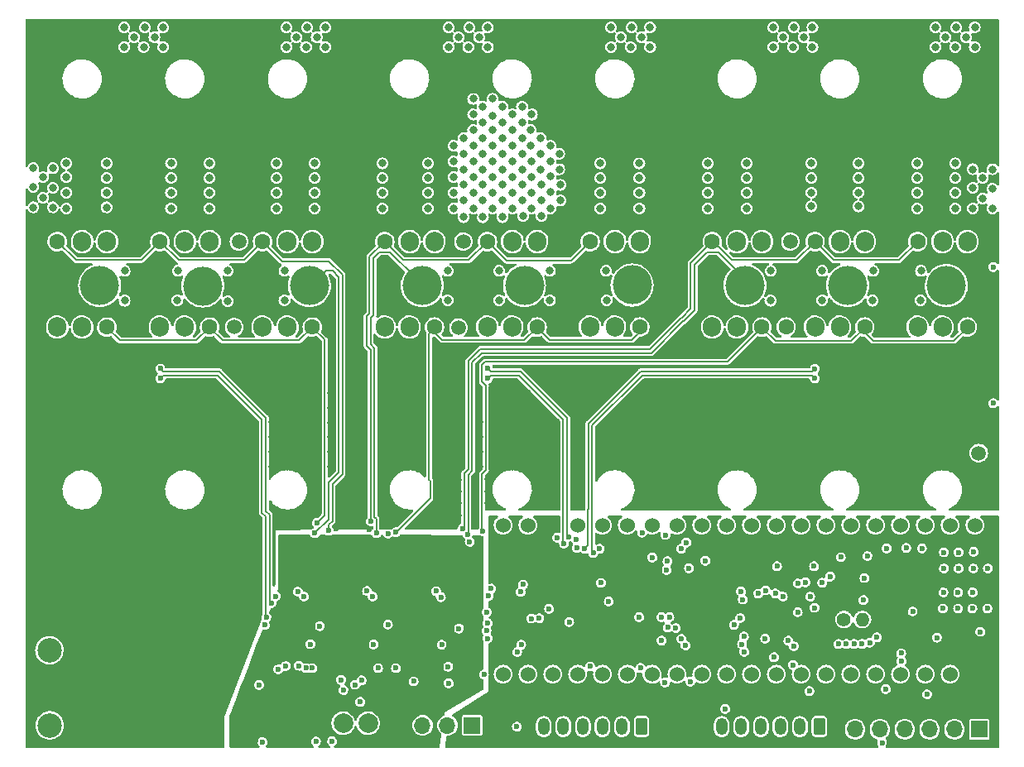
<source format=gbr>
%TF.GenerationSoftware,KiCad,Pcbnew,(6.0.7-1)-1*%
%TF.CreationDate,2023-01-28T14:38:12-05:00*%
%TF.ProjectId,CCC_ESC,4343435f-4553-4432-9e6b-696361645f70,rev?*%
%TF.SameCoordinates,Original*%
%TF.FileFunction,Copper,L3,Inr*%
%TF.FilePolarity,Positive*%
%FSLAX46Y46*%
G04 Gerber Fmt 4.6, Leading zero omitted, Abs format (unit mm)*
G04 Created by KiCad (PCBNEW (6.0.7-1)-1) date 2023-01-28 14:38:12*
%MOMM*%
%LPD*%
G01*
G04 APERTURE LIST*
G04 Aperture macros list*
%AMRoundRect*
0 Rectangle with rounded corners*
0 $1 Rounding radius*
0 $2 $3 $4 $5 $6 $7 $8 $9 X,Y pos of 4 corners*
0 Add a 4 corners polygon primitive as box body*
4,1,4,$2,$3,$4,$5,$6,$7,$8,$9,$2,$3,0*
0 Add four circle primitives for the rounded corners*
1,1,$1+$1,$2,$3*
1,1,$1+$1,$4,$5*
1,1,$1+$1,$6,$7*
1,1,$1+$1,$8,$9*
0 Add four rect primitives between the rounded corners*
20,1,$1+$1,$2,$3,$4,$5,0*
20,1,$1+$1,$4,$5,$6,$7,0*
20,1,$1+$1,$6,$7,$8,$9,0*
20,1,$1+$1,$8,$9,$2,$3,0*%
G04 Aperture macros list end*
%TA.AperFunction,ComponentPad*%
%ADD10C,2.000000*%
%TD*%
%TA.AperFunction,ComponentPad*%
%ADD11C,4.000000*%
%TD*%
%TA.AperFunction,ComponentPad*%
%ADD12C,2.500000*%
%TD*%
%TA.AperFunction,ComponentPad*%
%ADD13C,1.500000*%
%TD*%
%TA.AperFunction,ComponentPad*%
%ADD14R,1.700000X1.700000*%
%TD*%
%TA.AperFunction,ComponentPad*%
%ADD15O,1.700000X1.700000*%
%TD*%
%TA.AperFunction,ComponentPad*%
%ADD16RoundRect,0.250000X0.350000X0.625000X-0.350000X0.625000X-0.350000X-0.625000X0.350000X-0.625000X0*%
%TD*%
%TA.AperFunction,ComponentPad*%
%ADD17O,1.200000X1.750000*%
%TD*%
%TA.AperFunction,ComponentPad*%
%ADD18C,3.000000*%
%TD*%
%TA.AperFunction,ComponentPad*%
%ADD19C,1.600000*%
%TD*%
%TA.AperFunction,ComponentPad*%
%ADD20C,1.400000*%
%TD*%
%TA.AperFunction,ComponentPad*%
%ADD21O,1.400000X1.400000*%
%TD*%
%TA.AperFunction,ComponentPad*%
%ADD22C,1.524000*%
%TD*%
%TA.AperFunction,ComponentPad*%
%ADD23O,1.905000X2.000000*%
%TD*%
%TA.AperFunction,ViaPad*%
%ADD24C,0.600000*%
%TD*%
%TA.AperFunction,ViaPad*%
%ADD25C,0.800000*%
%TD*%
%TA.AperFunction,Conductor*%
%ADD26C,0.200000*%
%TD*%
G04 APERTURE END LIST*
D10*
%TO.N,GND*%
%TO.C,TpGND3*%
X79000000Y-85000000D03*
%TD*%
D11*
%TO.N,PHASE_C*%
%TO.C,PH9*%
X144400000Y-74500000D03*
%TD*%
D12*
%TO.N,Net-(C5-Pad1)*%
%TO.C,U6*%
X52654000Y-111813260D03*
%TO.N,GND*%
X52654000Y-106733260D03*
X72974000Y-99113260D03*
%TO.N,V12V*%
X72974000Y-119433260D03*
%TD*%
D11*
%TO.N,PHASE_B*%
%TO.C,PH4*%
X90800000Y-74500000D03*
%TD*%
D13*
%TO.N,/AU_GATESIG*%
%TO.C,TpGS1*%
X72050000Y-70000000D03*
%TD*%
D14*
%TO.N,GND*%
%TO.C,J1*%
X95900000Y-119500000D03*
D15*
%TO.N,Net-(J1-Pad2)*%
X93360000Y-119500000D03*
%TO.N,V5V*%
X90820000Y-119500000D03*
%TD*%
D16*
%TO.N,GND*%
%TO.C,J4*%
X113219000Y-119628260D03*
D17*
%TO.N,Vaux*%
X111219000Y-119628260D03*
%TO.N,PB5 MOSI TIM3 CH2*%
X109219000Y-119628260D03*
%TO.N,PB4 MISO TIM3 CH1*%
X107219000Y-119628260D03*
%TO.N,PB3 SCK TIM2CH2*%
X105219000Y-119628260D03*
%TO.N,PA15 TIM2 CH1*%
X103219000Y-119628260D03*
%TD*%
D18*
%TO.N,GND*%
%TO.C,TpGND4*%
X72569000Y-106778260D03*
%TD*%
D19*
%TO.N,/CL_GATESIG*%
%TO.C,TpGS6*%
X128000000Y-78750000D03*
%TD*%
D11*
%TO.N,PHASE_B*%
%TO.C,PH5*%
X112250000Y-74450000D03*
%TD*%
D10*
%TO.N,GND*%
%TO.C,TpGND2*%
X83250000Y-95800000D03*
%TD*%
D11*
%TO.N,PHASE_C*%
%TO.C,PH8*%
X123800000Y-74500000D03*
%TD*%
D16*
%TO.N,Vaux*%
%TO.C,J2*%
X131419000Y-119628260D03*
D17*
%TO.N,GND*%
X129419000Y-119628260D03*
%TO.N,PB9 DI2C1_SDA TIM4_CH4*%
X127419000Y-119628260D03*
%TO.N,PB8 DI2C1_SCL TIM4_CH3*%
X125419000Y-119628260D03*
%TO.N,PB7 D_UART1_RX I2C1_SDA TIM4_CH2*%
X123419000Y-119628260D03*
%TO.N,PB6 D_UART1_TX I2C1_SCL TIM4_CH1*%
X121419000Y-119628260D03*
%TD*%
D10*
%TO.N,V12V*%
%TO.C,U7*%
X80164000Y-119295000D03*
%TO.N,GND*%
X82704000Y-119295000D03*
%TO.N,V5V*%
X85244000Y-119295000D03*
%TD*%
D11*
%TO.N,PHASE_A*%
%TO.C,PH3*%
X68350000Y-74550000D03*
%TD*%
%TO.N,PHASE_A*%
%TO.C,PH2*%
X57800000Y-74500000D03*
%TD*%
%TO.N,PHASE_A*%
%TO.C,PH1*%
X79250000Y-74500000D03*
%TD*%
%TO.N,PHASE_B*%
%TO.C,PH6*%
X101250000Y-74500000D03*
%TD*%
D13*
%TO.N,VSENSE2*%
%TO.C,TpVS1*%
X147700000Y-91650000D03*
%TD*%
%TO.N,/BL_GATESIG*%
%TO.C,TpGS4*%
X94500000Y-78800000D03*
%TD*%
D11*
%TO.N,PHASE_C*%
%TO.C,PH7*%
X134300000Y-74500000D03*
%TD*%
D20*
%TO.N,GND*%
%TO.C,NTC1*%
X133914000Y-108678260D03*
D21*
%TO.N,FET_TEMP*%
X135814000Y-108678260D03*
%TD*%
D22*
%TO.N,unconnected-(U5-Pad1)*%
%TO.C,U5*%
X147329000Y-99028260D03*
%TO.N,HALL_A*%
X144789000Y-99028260D03*
%TO.N,HALL_B*%
X142249000Y-99028260D03*
%TO.N,HALL_C*%
X139709000Y-99028260D03*
%TO.N,Net-(C21-Pad1)*%
X137169000Y-99028260D03*
%TO.N,A_THROTTLE*%
X134629000Y-99028260D03*
%TO.N,VSENSE*%
X132089000Y-99028260D03*
%TO.N,A_SHA_AMP*%
X129549000Y-99028260D03*
%TO.N,A_SHB_AMP*%
X127009000Y-99028260D03*
%TO.N,A_SHC_AMP*%
X124469000Y-99028260D03*
%TO.N,A_PHA_VSENSE*%
X121929000Y-99028260D03*
%TO.N,A_PHB_VSENSE*%
X119389000Y-99028260D03*
%TO.N,MOTOR_TEMP*%
X116849000Y-99028260D03*
%TO.N,A_PHC_VSENSE*%
X114309000Y-99028260D03*
%TO.N,FET_TEMP*%
X111769000Y-99028260D03*
%TO.N,PB2 D_GPIO*%
X109229000Y-99028260D03*
%TO.N,PB10 D_GPIO*%
X106689000Y-99028260D03*
%TO.N,V3V3*%
X104149000Y-99028260D03*
%TO.N,GND*%
X101609000Y-99028260D03*
%TO.N,unconnected-(U5-Pad20)*%
X99069000Y-99028260D03*
%TO.N,A_OVERLIMIT*%
X99069000Y-114268260D03*
%TO.N,LIN_A*%
X101609000Y-114268260D03*
%TO.N,LIN_B*%
X104149000Y-114268260D03*
%TO.N,LIN_C*%
X106689000Y-114268260D03*
%TO.N,HIN_A*%
X109229000Y-114268260D03*
%TO.N,HIN_B*%
X111769000Y-114268260D03*
%TO.N,HIN_C*%
X114285395Y-114278253D03*
%TO.N,unconnected-(U5-Pad28)*%
X116849000Y-114268260D03*
%TO.N,unconnected-(U5-Pad29)*%
X119389000Y-114268260D03*
%TO.N,Net-(RN2-Pad4)*%
X121929000Y-114268260D03*
%TO.N,Net-(RN2-Pad3)*%
X124469000Y-114268260D03*
%TO.N,Net-(RN2-Pad2)*%
X127009000Y-114268260D03*
%TO.N,Net-(RN2-Pad1)*%
X129549000Y-114268260D03*
%TO.N,Net-(RN3-Pad4)*%
X132089000Y-114268260D03*
%TO.N,Net-(RN3-Pad3)*%
X134629000Y-114268260D03*
%TO.N,Net-(RN3-Pad2)*%
X137169000Y-114268260D03*
%TO.N,Net-(RN3-Pad1)*%
X139709000Y-114268260D03*
%TO.N,V5V*%
X142249000Y-114268260D03*
%TO.N,GND*%
X144789000Y-114268260D03*
%TO.N,V3V3*%
X147329000Y-114268260D03*
%TD*%
D13*
%TO.N,/CU_GATESIG*%
%TO.C,TpGS5*%
X128450000Y-70000000D03*
%TD*%
%TO.N,/BU_GATESIG*%
%TO.C,TpGS3*%
X95000000Y-70000000D03*
%TD*%
D10*
%TO.N,GND*%
%TO.C,TpGND1*%
X116250000Y-85500000D03*
%TD*%
D14*
%TO.N,GND*%
%TO.C,J3*%
X147760000Y-119900000D03*
D15*
%TO.N,Net-(J3-Pad2)*%
X145220000Y-119900000D03*
%TO.N,Net-(J3-Pad3)*%
X142680000Y-119900000D03*
%TO.N,Net-(J3-Pad4)*%
X140140000Y-119900000D03*
%TO.N,Net-(J3-Pad5)*%
X137600000Y-119900000D03*
%TO.N,V5V*%
X135060000Y-119900000D03*
%TD*%
D13*
%TO.N,/AL_GATESIG*%
%TO.C,TpGS2*%
X71550000Y-78750000D03*
%TD*%
D12*
%TO.N,unconnected-(Tp12V1-Pad1)*%
%TO.C,Tp12V1*%
X52700000Y-119500000D03*
%TD*%
D19*
%TO.N,/BL_GATESIG*%
%TO.C,QB4*%
X102540000Y-78750000D03*
D23*
%TO.N,PHASE_B*%
X100000000Y-78750000D03*
%TO.N,Net-(NT3-Pad1)*%
X97460000Y-78750000D03*
%TD*%
D19*
%TO.N,/BU_GATESIG*%
%TO.C,QB5*%
X86960000Y-70000000D03*
D23*
%TO.N,VBAT*%
X89500000Y-70000000D03*
%TO.N,PHASE_B*%
X92040000Y-70000000D03*
%TD*%
D19*
%TO.N,/AU_GATESIG*%
%TO.C,QA3*%
X63960000Y-70000000D03*
D23*
%TO.N,VBAT*%
X66500000Y-70000000D03*
%TO.N,PHASE_A*%
X69040000Y-70000000D03*
%TD*%
D19*
%TO.N,/CL_GATESIG*%
%TO.C,QC6*%
X125540000Y-78750000D03*
D23*
%TO.N,PHASE_C*%
X123000000Y-78750000D03*
%TO.N,Net-(NT5-Pad1)*%
X120460000Y-78750000D03*
%TD*%
D19*
%TO.N,/CU_GATESIG*%
%TO.C,QC5*%
X141460000Y-70000000D03*
D23*
%TO.N,VBAT*%
X144000000Y-70000000D03*
%TO.N,PHASE_C*%
X146540000Y-70000000D03*
%TD*%
D19*
%TO.N,/CL_GATESIG*%
%TO.C,QC4*%
X146540000Y-78750000D03*
D23*
%TO.N,PHASE_C*%
X144000000Y-78750000D03*
%TO.N,Net-(NT5-Pad1)*%
X141460000Y-78750000D03*
%TD*%
D19*
%TO.N,/AL_GATESIG*%
%TO.C,QA6*%
X58540000Y-78750000D03*
D23*
%TO.N,PHASE_A*%
X56000000Y-78750000D03*
%TO.N,Net-(NT1-Pad1)*%
X53460000Y-78750000D03*
%TD*%
D19*
%TO.N,/BL_GATESIG*%
%TO.C,QB6*%
X92040000Y-78750000D03*
D23*
%TO.N,PHASE_B*%
X89500000Y-78750000D03*
%TO.N,Net-(NT3-Pad1)*%
X86960000Y-78750000D03*
%TD*%
D19*
%TO.N,/BL_GATESIG*%
%TO.C,QB2*%
X113040000Y-78750000D03*
D23*
%TO.N,PHASE_B*%
X110500000Y-78750000D03*
%TO.N,Net-(NT3-Pad1)*%
X107960000Y-78750000D03*
%TD*%
D19*
%TO.N,/AU_GATESIG*%
%TO.C,QA5*%
X74460000Y-70000000D03*
D23*
%TO.N,VBAT*%
X77000000Y-70000000D03*
%TO.N,PHASE_A*%
X79540000Y-70000000D03*
%TD*%
D19*
%TO.N,/AU_GATESIG*%
%TO.C,QA1*%
X53460000Y-70000000D03*
D23*
%TO.N,VBAT*%
X56000000Y-70000000D03*
%TO.N,PHASE_A*%
X58540000Y-70000000D03*
%TD*%
D19*
%TO.N,/BU_GATESIG*%
%TO.C,QB3*%
X97460000Y-70000000D03*
D23*
%TO.N,VBAT*%
X100000000Y-70000000D03*
%TO.N,PHASE_B*%
X102540000Y-70000000D03*
%TD*%
D19*
%TO.N,/CU_GATESIG*%
%TO.C,QC3*%
X130960000Y-70000000D03*
D23*
%TO.N,VBAT*%
X133500000Y-70000000D03*
%TO.N,PHASE_C*%
X136040000Y-70000000D03*
%TD*%
D19*
%TO.N,/AL_GATESIG*%
%TO.C,QA4*%
X69040000Y-78750000D03*
D23*
%TO.N,PHASE_A*%
X66500000Y-78750000D03*
%TO.N,Net-(NT1-Pad1)*%
X63960000Y-78750000D03*
%TD*%
D19*
%TO.N,/CL_GATESIG*%
%TO.C,QC2*%
X136040000Y-78750000D03*
D23*
%TO.N,PHASE_C*%
X133500000Y-78750000D03*
%TO.N,Net-(NT5-Pad1)*%
X130960000Y-78750000D03*
%TD*%
D19*
%TO.N,/CU_GATESIG*%
%TO.C,QC1*%
X120460000Y-70000000D03*
D23*
%TO.N,VBAT*%
X123000000Y-70000000D03*
%TO.N,PHASE_C*%
X125540000Y-70000000D03*
%TD*%
D19*
%TO.N,/AL_GATESIG*%
%TO.C,QA2*%
X79540000Y-78750000D03*
D23*
%TO.N,PHASE_A*%
X77000000Y-78750000D03*
%TO.N,Net-(NT1-Pad1)*%
X74460000Y-78750000D03*
%TD*%
D19*
%TO.N,/BU_GATESIG*%
%TO.C,QB1*%
X107960000Y-70000000D03*
D23*
%TO.N,VBAT*%
X110500000Y-70000000D03*
%TO.N,PHASE_B*%
X113040000Y-70000000D03*
%TD*%
D24*
%TO.N,V12V*%
X87850000Y-106675000D03*
X89175000Y-103250000D03*
X81225000Y-107100000D03*
X80825000Y-106650000D03*
X96175000Y-103275000D03*
X82125000Y-103250000D03*
X88300000Y-107175000D03*
X95275000Y-107175000D03*
X94850000Y-106650000D03*
%TO.N,VSENSE2*%
X115269000Y-110827760D03*
X127669000Y-106328260D03*
X145600000Y-105900000D03*
X130469000Y-106328260D03*
%TO.N,V3V3*%
X120369000Y-108328260D03*
X132500000Y-116700000D03*
X127869000Y-109228260D03*
X139019000Y-107828260D03*
X147000000Y-116000000D03*
X127869000Y-107728260D03*
%TO.N,A_SHA_V+*%
X123693908Y-110424369D03*
X64000000Y-83000000D03*
X75377536Y-106976352D03*
D25*
%TO.N,GND*%
X105700000Y-49100000D03*
X119000000Y-55000000D03*
X124500000Y-87000000D03*
X83550000Y-77000000D03*
X115500000Y-88500000D03*
D24*
X130400000Y-116000000D03*
D25*
X115500000Y-90000000D03*
X92250000Y-85500000D03*
X88000000Y-50100000D03*
D24*
X97842412Y-105513133D03*
D25*
X106800000Y-91600000D03*
X145200000Y-90050000D03*
X69400000Y-54000000D03*
X96600000Y-88500000D03*
D24*
X81575000Y-121125000D03*
D25*
X127900000Y-51300000D03*
X73500000Y-88500000D03*
X77000000Y-93000000D03*
X56800000Y-48100000D03*
D24*
X138300000Y-101400000D03*
D25*
X83500000Y-90000000D03*
X103000000Y-88500000D03*
X137800000Y-50100000D03*
X135800000Y-50100000D03*
X123000000Y-87000000D03*
X136500000Y-54000000D03*
X86600000Y-88500000D03*
X102800000Y-55000000D03*
D24*
X114200000Y-79600000D03*
D25*
X81500000Y-90000000D03*
D24*
X58150000Y-117075000D03*
D25*
X124500000Y-93000000D03*
X142500000Y-87050000D03*
D24*
X127069000Y-103228260D03*
D25*
X121500000Y-93000000D03*
X64500000Y-90000000D03*
D24*
X82017144Y-99423123D03*
D25*
X117000000Y-93000000D03*
D24*
X97369401Y-109824039D03*
D25*
X120250000Y-77000000D03*
X147100000Y-57100000D03*
X57000000Y-91500000D03*
X78500000Y-87000000D03*
D24*
X85325000Y-99500000D03*
X137300000Y-110480000D03*
X82475000Y-114849011D03*
D25*
X120000000Y-93000000D03*
X133500000Y-91500000D03*
D24*
X148600000Y-107550000D03*
D25*
X117100000Y-53300000D03*
D24*
X144050000Y-107550000D03*
D25*
X123000000Y-90000000D03*
X102600000Y-50100000D03*
X104500000Y-91500000D03*
X101500000Y-88500000D03*
X53000000Y-55000000D03*
X132000000Y-88500000D03*
X142500000Y-90000000D03*
X124500000Y-85500000D03*
X109900000Y-85500000D03*
X106800000Y-93000000D03*
X93500000Y-88500000D03*
X83500000Y-88500000D03*
X138000000Y-91500000D03*
X96600469Y-93000000D03*
X94400000Y-98000000D03*
X77000000Y-85500000D03*
X60700000Y-51500000D03*
X147100000Y-59100000D03*
X58500000Y-90000000D03*
X72000000Y-93000000D03*
X144000000Y-85500000D03*
X58500000Y-87000000D03*
D24*
X74693205Y-109233977D03*
D25*
X104700000Y-48100000D03*
X100000000Y-93000000D03*
X71200000Y-52400000D03*
X88000000Y-93000000D03*
D24*
X136319000Y-102178260D03*
D25*
X70500000Y-90000000D03*
X92600000Y-94400000D03*
X84799020Y-87000000D03*
X71200000Y-51500000D03*
X58800000Y-55000000D03*
X84799020Y-90000000D03*
X100000000Y-85500000D03*
D24*
X118069000Y-103428260D03*
D25*
X114000000Y-90000000D03*
X129000000Y-88500000D03*
D24*
X82725500Y-115900500D03*
D25*
X142500000Y-93000000D03*
X92000000Y-52300000D03*
X145200000Y-88500000D03*
X149100000Y-57100000D03*
X69000000Y-85500000D03*
X141000000Y-93000000D03*
X52000000Y-58000000D03*
D24*
X67900000Y-103100000D03*
D25*
X141000000Y-85500000D03*
X111000000Y-88500000D03*
X70500000Y-87000000D03*
X104700000Y-52900000D03*
X66000000Y-91500000D03*
X84799020Y-85500000D03*
X66000000Y-93000000D03*
X138000000Y-93000000D03*
D24*
X61150000Y-117025000D03*
D25*
X93900000Y-52900000D03*
X111000000Y-91500000D03*
D24*
X145600000Y-107550000D03*
D25*
X64500000Y-91500000D03*
D24*
X125900000Y-105700000D03*
D25*
X85500000Y-53200000D03*
D24*
X144150000Y-103450000D03*
D25*
X104600000Y-50100000D03*
D24*
X115619000Y-115128260D03*
X115100000Y-81600000D03*
X53500000Y-77050000D03*
D25*
X112500000Y-88500000D03*
X117100000Y-52400000D03*
X102600000Y-48100000D03*
X96199500Y-95600000D03*
X106750000Y-88500000D03*
X54900000Y-48100000D03*
X145500000Y-91500000D03*
D24*
X94550000Y-109600000D03*
D25*
X61500000Y-88500000D03*
X70500000Y-85500000D03*
X126200000Y-54000000D03*
X106750000Y-90000000D03*
X60000000Y-85500000D03*
X124450000Y-90000000D03*
D24*
X62100000Y-110300000D03*
X52400000Y-77050000D03*
D25*
X118500000Y-91500000D03*
D24*
X126900000Y-106000000D03*
X72069000Y-112228260D03*
D25*
X135000000Y-93000000D03*
X96200000Y-96800000D03*
X71400000Y-50100000D03*
X58600000Y-84350000D03*
D24*
X107969000Y-113478260D03*
D25*
X98500000Y-88500000D03*
X73400000Y-50100000D03*
X125950000Y-90000000D03*
X138000000Y-87000000D03*
X57000000Y-93000000D03*
D24*
X109069000Y-104928260D03*
X94700000Y-83600000D03*
D25*
X72000000Y-87000000D03*
X136300000Y-55000000D03*
X141000000Y-94500000D03*
X71200000Y-53300000D03*
X118500000Y-93000000D03*
X112500000Y-90000000D03*
X51000000Y-55000000D03*
D24*
X129983153Y-104856287D03*
D25*
X124500000Y-88500000D03*
D24*
X56700000Y-108475000D03*
D25*
X130500000Y-88500000D03*
X127500000Y-85500000D03*
X121500000Y-90000000D03*
X132000000Y-93000000D03*
D24*
X79550000Y-113650000D03*
X54500000Y-77050000D03*
D25*
X92000000Y-53200000D03*
X85500000Y-54100000D03*
D24*
X78079494Y-105820840D03*
D25*
X145450000Y-85500000D03*
X84500000Y-77000000D03*
X63000000Y-93000000D03*
X144000000Y-93000000D03*
X103000000Y-93000000D03*
X136450000Y-84300000D03*
X90000000Y-50100000D03*
D24*
X147050000Y-107550000D03*
D25*
X83500000Y-91500000D03*
X139500000Y-93000000D03*
X127500000Y-93000000D03*
X64500000Y-88500000D03*
X144000000Y-91500000D03*
X124500000Y-91500000D03*
X54800000Y-50100000D03*
D24*
X85825000Y-111225000D03*
D25*
X135800000Y-48100000D03*
X121500000Y-91500000D03*
D24*
X130919000Y-107478260D03*
D25*
X69000000Y-91500000D03*
D24*
X136019000Y-104428260D03*
D25*
X83500000Y-52400000D03*
X127500000Y-88500000D03*
D24*
X95650011Y-100742186D03*
D25*
X71800000Y-53800000D03*
D24*
X131700000Y-104900000D03*
D25*
X142500000Y-85500000D03*
X93500000Y-90000000D03*
D24*
X104600000Y-100300000D03*
D25*
X90800000Y-85500000D03*
D24*
X89900000Y-115000000D03*
D25*
X60700000Y-52400000D03*
D24*
X65375000Y-112400000D03*
D25*
X61500000Y-90000000D03*
X123000000Y-91500000D03*
X69400000Y-50100000D03*
X103000000Y-54000000D03*
X115500000Y-93000000D03*
X70500000Y-91500000D03*
X104700000Y-52000000D03*
D24*
X101100000Y-105100000D03*
D25*
X94800000Y-85500000D03*
D24*
X140950000Y-107850000D03*
D25*
X96600000Y-91500000D03*
X88100000Y-48100000D03*
X120000000Y-88500000D03*
X78500000Y-91500000D03*
D24*
X118219000Y-115028260D03*
D25*
X120200000Y-49100000D03*
X86000000Y-50100000D03*
D24*
X80325000Y-109350000D03*
X94074045Y-99040466D03*
D25*
X69200000Y-55000000D03*
X138000000Y-88500000D03*
X136500000Y-91500000D03*
X80000000Y-93000000D03*
X129000000Y-85500000D03*
X89400000Y-90000000D03*
X139800000Y-48100000D03*
X92200000Y-87000000D03*
D24*
X87286394Y-99881544D03*
D25*
X117050000Y-77072875D03*
X89400000Y-87000000D03*
X60000000Y-90000000D03*
D24*
X130869000Y-103228260D03*
D25*
X105600000Y-87000000D03*
X78500000Y-90000000D03*
D24*
X92775000Y-111250000D03*
X117800000Y-100800000D03*
D25*
X72000000Y-90000000D03*
X127500000Y-87000000D03*
X103000000Y-91500000D03*
X83500000Y-87000000D03*
X126000000Y-55000000D03*
D24*
X54850000Y-102225000D03*
D25*
X56800000Y-50100000D03*
X94800000Y-87000000D03*
X92600000Y-98000000D03*
D24*
X117725806Y-111324337D03*
D25*
X144000000Y-87050000D03*
D24*
X54300000Y-100550000D03*
D25*
X94800000Y-93000000D03*
X111000000Y-93000000D03*
X142500000Y-91500000D03*
X148850000Y-75400000D03*
X149100000Y-55100000D03*
D24*
X61419000Y-100978260D03*
D25*
X60000000Y-93000000D03*
X130500000Y-91500000D03*
X98500000Y-93000000D03*
X122300000Y-49100000D03*
X137950000Y-90000000D03*
X112500000Y-93000000D03*
X117000000Y-87000000D03*
X63000000Y-90000000D03*
D24*
X59325000Y-108625000D03*
D25*
X133500000Y-87000000D03*
X75500000Y-90000000D03*
X109500000Y-90000000D03*
X132000000Y-91500000D03*
X138200000Y-51500000D03*
X130500000Y-93000000D03*
X81500000Y-91500000D03*
D24*
X88100000Y-113650000D03*
D25*
X114000000Y-91500000D03*
X77000000Y-91500000D03*
X94800000Y-90000000D03*
X60000000Y-91500000D03*
X94400000Y-94400000D03*
X136800000Y-49100000D03*
D24*
X138199000Y-115798260D03*
D25*
X69400000Y-48100000D03*
D24*
X122669000Y-109228260D03*
D25*
X52000000Y-56000000D03*
D24*
X56900000Y-99625000D03*
D25*
X81500000Y-88550000D03*
D24*
X139817023Y-112926319D03*
D25*
X141000000Y-91500000D03*
X67500000Y-87000000D03*
X125950000Y-88500000D03*
X64500000Y-93000000D03*
X61500000Y-93000000D03*
X138200000Y-53300000D03*
X114000000Y-93000000D03*
X88000000Y-91500000D03*
X112500000Y-91500000D03*
D24*
X67000000Y-117700000D03*
D25*
X92000000Y-54100000D03*
X90800000Y-87000000D03*
X59000000Y-54000000D03*
X103600000Y-49100000D03*
X135000000Y-88500000D03*
D24*
X78925000Y-113650011D03*
D25*
X51000000Y-58900000D03*
D24*
X100500000Y-112000000D03*
X115800000Y-103600000D03*
D25*
X73500000Y-91500000D03*
X139500000Y-91500000D03*
X75500000Y-93000000D03*
X67500000Y-90000000D03*
X73500000Y-90000000D03*
D24*
X148650000Y-103450000D03*
D25*
X149100000Y-59100000D03*
D24*
X125869000Y-110628260D03*
D25*
X54650000Y-86800000D03*
D24*
X136559958Y-111061687D03*
D25*
X72000000Y-88500000D03*
X92200000Y-91500000D03*
D24*
X76067998Y-113778129D03*
X115896460Y-109496460D03*
X57200000Y-120200000D03*
D25*
X89400000Y-85500000D03*
D24*
X69200000Y-113200000D03*
D25*
X85400000Y-55000000D03*
X67500000Y-88500000D03*
X100000000Y-91500000D03*
X144000000Y-88500000D03*
X148800000Y-77350000D03*
X60000000Y-87000000D03*
X92600000Y-95600000D03*
X145500000Y-87050000D03*
D24*
X128239134Y-110834741D03*
D25*
X90800000Y-88500000D03*
X86000000Y-48100000D03*
D24*
X128700239Y-113316394D03*
D25*
X83500000Y-53300000D03*
D24*
X74475000Y-121225000D03*
D25*
X104500000Y-93000000D03*
X139800000Y-50100000D03*
X81500000Y-85500000D03*
X114000000Y-85500000D03*
X58500000Y-88500000D03*
X133500000Y-93000000D03*
D24*
X52032396Y-79062551D03*
D25*
X84800000Y-91500000D03*
X118500000Y-87000000D03*
X98500000Y-90000000D03*
X67500000Y-85500000D03*
X97600000Y-96800000D03*
X72000000Y-91500000D03*
X92200000Y-88500000D03*
X90800000Y-91500000D03*
X100000000Y-88500000D03*
X78500000Y-88500000D03*
X94400000Y-96800000D03*
D24*
X140300000Y-101350000D03*
D25*
X75500000Y-88450000D03*
D24*
X79350000Y-111200000D03*
D25*
X86600000Y-90000000D03*
X73500000Y-93000000D03*
X94800000Y-91500000D03*
X63000000Y-88500000D03*
X106600000Y-48100000D03*
X92200000Y-93000000D03*
D24*
X52065685Y-78297293D03*
X97372975Y-107928061D03*
D25*
X104500000Y-88500000D03*
D24*
X106594988Y-101345385D03*
D25*
X121300000Y-48100000D03*
X114000000Y-88500000D03*
X104021754Y-85478246D03*
X87000000Y-49100000D03*
X118500000Y-88500000D03*
X115500000Y-91500000D03*
X85500000Y-52300000D03*
X115500000Y-87000000D03*
X61500000Y-85500000D03*
X127900000Y-53100000D03*
X67500000Y-93000000D03*
X120000000Y-90000000D03*
X119000000Y-54100000D03*
X132000000Y-90000000D03*
X84800000Y-88500000D03*
X57000000Y-90000000D03*
D24*
X147150000Y-103450000D03*
D25*
X72500000Y-49100000D03*
X104500000Y-90000000D03*
X98500000Y-91500000D03*
X53000000Y-57000000D03*
X112500000Y-85500000D03*
X133500000Y-85500000D03*
X75500000Y-91500000D03*
X127500000Y-91500000D03*
X80000000Y-90000000D03*
X104700000Y-53800000D03*
D24*
X106549251Y-100502673D03*
D25*
X145500000Y-93000000D03*
X89400000Y-91500000D03*
X119000000Y-53200000D03*
X77000000Y-90000000D03*
D24*
X66800000Y-107275000D03*
D25*
X109500000Y-93000000D03*
X96199500Y-94382595D03*
X55500000Y-90000000D03*
X92000000Y-55000000D03*
X121200000Y-50100000D03*
X83500000Y-93000000D03*
X60000000Y-88500000D03*
D24*
X87275000Y-109200000D03*
D25*
X100000000Y-90000000D03*
D24*
X133600000Y-102300000D03*
X108945226Y-101436516D03*
D25*
X58500000Y-91500000D03*
X135000000Y-87000000D03*
X70500000Y-93000000D03*
X126000000Y-87000000D03*
X66000000Y-90000000D03*
X138900000Y-49100000D03*
D24*
X145650000Y-103450000D03*
D25*
X117100000Y-51500000D03*
X117000000Y-90000000D03*
D24*
X93450000Y-113500000D03*
D25*
X136500000Y-88500000D03*
X118500000Y-90000000D03*
X80000000Y-87000000D03*
D24*
X84590055Y-114906260D03*
D25*
X60700000Y-53300000D03*
X141000000Y-87000000D03*
X69000000Y-87000000D03*
X133500000Y-90000000D03*
X127900000Y-52200000D03*
D24*
X55500000Y-116150000D03*
D25*
X126000000Y-91500000D03*
X101500000Y-90000000D03*
X139500000Y-87500000D03*
X52800000Y-50100000D03*
D24*
X137819000Y-121278260D03*
D25*
X119200000Y-50100000D03*
X138900000Y-53800000D03*
X129000000Y-90000000D03*
D24*
X61969000Y-105928260D03*
D25*
X117000000Y-91500000D03*
D24*
X66300000Y-117700000D03*
D25*
X136500000Y-93000000D03*
D24*
X141900000Y-101400000D03*
X79925000Y-121150000D03*
D25*
X129000000Y-91500000D03*
X81500000Y-87000000D03*
D24*
X93500000Y-115200000D03*
X100469000Y-119628260D03*
D25*
X101500000Y-93000000D03*
D24*
X92200500Y-105775000D03*
D25*
X93500000Y-91500000D03*
X92200000Y-90000000D03*
X97600000Y-95600000D03*
X141000000Y-90000000D03*
X130500000Y-90000000D03*
X77000000Y-88500000D03*
D24*
X123304366Y-108528260D03*
D25*
X106600000Y-50100000D03*
X119200000Y-48100000D03*
X92600000Y-96800000D03*
X70500000Y-88450000D03*
X126000000Y-93000000D03*
X63000000Y-91500000D03*
X90000000Y-48100000D03*
X103000000Y-90000000D03*
D24*
X103769000Y-107578260D03*
X75791858Y-106292584D03*
X62425000Y-113900000D03*
D25*
X148100000Y-56000000D03*
X93500000Y-85500000D03*
X89400000Y-93000000D03*
X86600000Y-91500000D03*
X123000000Y-85500000D03*
X109500000Y-91500000D03*
D24*
X113269000Y-99778260D03*
X105819000Y-108928260D03*
X123500000Y-111200000D03*
X112969000Y-108428260D03*
X79328657Y-99200987D03*
X114319000Y-102328260D03*
D25*
X57000000Y-88500000D03*
X89100000Y-49100000D03*
X61500000Y-91500000D03*
X135000000Y-90000000D03*
X87250000Y-77000000D03*
X69000000Y-93000000D03*
X127500000Y-90000000D03*
X121500000Y-88500000D03*
X80000000Y-88500000D03*
X144000000Y-90000000D03*
D24*
X67500000Y-99275000D03*
D25*
X101500000Y-91500000D03*
D24*
X115669000Y-100028260D03*
D25*
X89400000Y-88500000D03*
D24*
X102760825Y-108538003D03*
D25*
X112500000Y-87000000D03*
X52800000Y-48100000D03*
X120000000Y-91500000D03*
X78500000Y-93000000D03*
X66000000Y-88500000D03*
X117000000Y-88500000D03*
X51000000Y-57000000D03*
X53000000Y-59000000D03*
X109500000Y-88500000D03*
X100000000Y-87000000D03*
X94800000Y-88500000D03*
X129000000Y-93000000D03*
X123200000Y-50100000D03*
X61300000Y-53900000D03*
X55900000Y-49100000D03*
X135000000Y-85500000D03*
D24*
X52650000Y-99475000D03*
D25*
X69000000Y-88450000D03*
X93500000Y-93000000D03*
X80000000Y-91500000D03*
X105600000Y-85500000D03*
X136500000Y-90000000D03*
X83500000Y-85500000D03*
X111000000Y-87000000D03*
X88000000Y-88500000D03*
D24*
X123400000Y-105800000D03*
D25*
X77000000Y-87000000D03*
X135000000Y-91500000D03*
X90800000Y-90000000D03*
X69000000Y-90000000D03*
X128400000Y-53800000D03*
D24*
X119749000Y-102658260D03*
D25*
X96600000Y-90000000D03*
D24*
X126769000Y-112528260D03*
D25*
X70400000Y-49100000D03*
X139500000Y-94500000D03*
X61500000Y-87000000D03*
D24*
X147869000Y-109928260D03*
X121769000Y-117828260D03*
X113119000Y-113628260D03*
X85150011Y-105759666D03*
D25*
X73400000Y-48100000D03*
X101500000Y-87000000D03*
X93900000Y-53800000D03*
X53800000Y-49100000D03*
X133500000Y-88500000D03*
D24*
X132525000Y-104275000D03*
D25*
X123200000Y-48100000D03*
X88000000Y-90000000D03*
X84799020Y-93000000D03*
X101500000Y-85500000D03*
X81500000Y-93000000D03*
D24*
X86275000Y-113650000D03*
X115269000Y-108428260D03*
X79075000Y-97825000D03*
D25*
X136500000Y-87000000D03*
X141000000Y-88500000D03*
X137900000Y-48100000D03*
X71500000Y-48100000D03*
X111000000Y-90000000D03*
X114000000Y-87000000D03*
D24*
X97100000Y-114300000D03*
D25*
X94400000Y-95600000D03*
X67500000Y-91500000D03*
X97600000Y-94300000D03*
X123000000Y-93000000D03*
X58500000Y-93000000D03*
X86600000Y-93000000D03*
X139500000Y-90000000D03*
X104700000Y-51100000D03*
D24*
X64050000Y-103050000D03*
D25*
X55500000Y-88500000D03*
X139500000Y-88500000D03*
X115650000Y-77100000D03*
X118500000Y-85500000D03*
X142500000Y-88500000D03*
X138200000Y-52400000D03*
X123000000Y-88500000D03*
X129000000Y-87000000D03*
X57000000Y-87000000D03*
X148100000Y-58000000D03*
X147100000Y-55100000D03*
X96200000Y-98000000D03*
X93500000Y-87000000D03*
D24*
X142419000Y-116328260D03*
D25*
X126000000Y-85500000D03*
X103000000Y-87000000D03*
X90800000Y-93000000D03*
D24*
X74100000Y-115375000D03*
%TO.N,A_SHA_V-*%
X64000000Y-84000000D03*
X123716759Y-111969558D03*
X74850000Y-108450000D03*
%TO.N,A_SHB_V+*%
X123569000Y-106628260D03*
X105810011Y-100198161D03*
X97500000Y-83000000D03*
%TO.N,A_SHC_V+*%
X130950000Y-83012000D03*
X107390000Y-101430000D03*
%TO.N,A_SHB_V-*%
X105289391Y-100908911D03*
X125169000Y-106028260D03*
X97499989Y-84000500D03*
%TO.N,A_SHC_V-*%
X130950000Y-84000000D03*
X108280000Y-101880000D03*
%TO.N,Net-(J3-Pad3)*%
X143428260Y-110528260D03*
D25*
%TO.N,VBAT*%
X95000000Y-59400000D03*
X143300000Y-48100000D03*
X65100000Y-65000000D03*
X146400000Y-49100000D03*
X98000000Y-58600000D03*
X97000000Y-67500000D03*
X65100000Y-66600000D03*
X80900000Y-48100000D03*
X101900000Y-58600000D03*
X98000000Y-63400000D03*
X147100000Y-64500000D03*
X112200000Y-48100000D03*
X149100000Y-66600000D03*
X64300000Y-48100000D03*
X101000000Y-62600000D03*
X100000000Y-57000000D03*
X124000000Y-66600000D03*
X95600000Y-48100000D03*
X130600000Y-62000000D03*
X97000000Y-61000000D03*
X95000000Y-61000000D03*
X96000000Y-63400000D03*
X94000000Y-63400000D03*
X127700000Y-49100000D03*
X101000000Y-64200000D03*
X145300000Y-65000000D03*
X76900000Y-50100000D03*
X58500000Y-63500000D03*
X145300000Y-63500000D03*
X51000000Y-62500000D03*
X120000000Y-65000000D03*
X128800000Y-48100000D03*
X128700000Y-50100000D03*
X148100000Y-65600000D03*
X96000000Y-57000000D03*
X99000000Y-61000000D03*
X130600000Y-63500000D03*
X54400000Y-65000000D03*
X109000000Y-65000000D03*
X109000000Y-63500000D03*
X98000000Y-61800000D03*
X94000000Y-65000000D03*
X96000000Y-55400000D03*
D24*
X149200000Y-86550000D03*
D25*
X99000000Y-59400000D03*
X101900000Y-60200000D03*
X145300000Y-62000000D03*
X103900000Y-60200000D03*
X135400000Y-63500000D03*
X104800000Y-62600000D03*
X86700000Y-63500000D03*
X79000000Y-48100000D03*
X99000000Y-67500000D03*
X101000000Y-57800000D03*
X141400000Y-65000000D03*
X110100000Y-50100000D03*
X101000000Y-59400000D03*
X100000000Y-63400000D03*
X65100000Y-63500000D03*
X120000000Y-62000000D03*
X78900000Y-50100000D03*
X101000000Y-61000000D03*
X113000000Y-62000000D03*
X100000000Y-60200000D03*
X135400000Y-66400000D03*
X96000000Y-58600000D03*
X124000000Y-65000000D03*
X110100000Y-48100000D03*
X103900000Y-63300000D03*
X103000000Y-67400000D03*
X101000000Y-56200000D03*
X62300000Y-50100000D03*
X99000000Y-57800000D03*
X135400000Y-65000000D03*
X54400000Y-63400000D03*
X95000000Y-65800000D03*
X102000000Y-61800000D03*
X98000000Y-60200000D03*
X79800000Y-65000000D03*
X58500000Y-66500000D03*
X79800000Y-63500000D03*
X99000000Y-62600000D03*
X62400000Y-48100000D03*
X147300000Y-50100000D03*
X109000000Y-62000000D03*
X100000000Y-58600000D03*
X91400000Y-66600000D03*
X75900000Y-66600000D03*
X97000000Y-59400000D03*
X102900000Y-61000000D03*
X100000000Y-65000000D03*
X97000000Y-62600000D03*
X86700000Y-62000000D03*
X98000000Y-55400000D03*
X130700000Y-48100000D03*
X102900000Y-62600000D03*
X86700000Y-65000000D03*
X75900000Y-65000000D03*
X149100000Y-62600000D03*
X69000000Y-66600000D03*
X99000000Y-56200000D03*
X113000000Y-63500000D03*
X69000000Y-65000000D03*
X126700000Y-50100000D03*
X95000000Y-62600000D03*
X120000000Y-66600000D03*
X86700000Y-66600000D03*
X103900000Y-66600000D03*
X130600000Y-66400000D03*
X141400000Y-63500000D03*
X124000000Y-62000000D03*
X130700000Y-50100000D03*
X149100000Y-64600000D03*
X114100000Y-50100000D03*
X99000000Y-64200000D03*
X102900000Y-59400000D03*
X120000000Y-63500000D03*
X65100000Y-62000000D03*
X102000000Y-57000000D03*
X91400000Y-62000000D03*
X100000000Y-66600000D03*
X95500000Y-50100000D03*
X103900000Y-64900000D03*
X61300000Y-49100000D03*
X99000000Y-65800000D03*
X148100000Y-63500000D03*
X60300000Y-50100000D03*
X112100000Y-50100000D03*
X147100000Y-62600000D03*
X53000000Y-66500000D03*
X93500000Y-48100000D03*
X98000000Y-57100000D03*
X104900000Y-64200000D03*
X52000000Y-65500000D03*
X79800000Y-66600000D03*
X80900000Y-50100000D03*
X143300000Y-50100000D03*
X141400000Y-66600000D03*
X54400000Y-62000000D03*
X102000000Y-66600000D03*
X94000000Y-60200000D03*
X147300000Y-48100000D03*
X135400000Y-62000000D03*
X145300000Y-50100000D03*
X76900000Y-48100000D03*
X96000000Y-66600000D03*
X114100000Y-48100000D03*
X64300000Y-50100000D03*
X97000000Y-64200000D03*
X141400000Y-62000000D03*
X91400000Y-63500000D03*
X144300000Y-49100000D03*
X102000000Y-65000000D03*
X94000000Y-66600000D03*
X75900000Y-62000000D03*
X126700000Y-48100000D03*
X51000000Y-66500000D03*
X91400000Y-65000000D03*
X95000000Y-67500000D03*
X98000000Y-65000000D03*
X58500000Y-65000000D03*
X60300000Y-48100000D03*
X53000000Y-62500000D03*
X104900000Y-65800000D03*
X58500000Y-62000000D03*
X53000000Y-64500000D03*
X147100000Y-66600000D03*
X97000000Y-56200000D03*
X94000000Y-61800000D03*
X97000000Y-65800000D03*
X129800000Y-49100000D03*
X52000000Y-63400000D03*
X97000000Y-57800000D03*
X96000000Y-65000000D03*
X111100000Y-49100000D03*
X100000000Y-61800000D03*
X124000000Y-63500000D03*
X109000000Y-66600000D03*
X130600000Y-65000000D03*
X113000000Y-66600000D03*
X96000000Y-61800000D03*
X145400000Y-48100000D03*
X63400000Y-49100000D03*
X96600000Y-49100000D03*
X93500000Y-50100000D03*
X101000000Y-65800000D03*
X75900000Y-63500000D03*
X145300000Y-66600000D03*
X96000000Y-60200000D03*
D24*
X149200000Y-72600000D03*
D25*
X95000000Y-64200000D03*
X94500000Y-49100000D03*
X77900000Y-49100000D03*
X103900000Y-61800000D03*
X51000000Y-64400000D03*
X104800000Y-61000000D03*
X103000000Y-65800000D03*
X69000000Y-62000000D03*
X113000000Y-65000000D03*
X97500000Y-48100000D03*
X113200000Y-49100000D03*
X79800000Y-62000000D03*
X97500000Y-50100000D03*
X101100000Y-67400000D03*
X54400000Y-66600000D03*
X102000000Y-63400000D03*
X80000000Y-49100000D03*
X98000000Y-66600000D03*
X103000000Y-64200000D03*
X69000000Y-63500000D03*
%TO.N,PHASE_A*%
X70900000Y-76100000D03*
X76700000Y-76000000D03*
X76700000Y-73000000D03*
X60350000Y-73000000D03*
D24*
X78700000Y-106325000D03*
X97471502Y-110616995D03*
D25*
X65750000Y-76000000D03*
X70900000Y-73000000D03*
X60350000Y-76050000D03*
X65800000Y-73000000D03*
D24*
X79800000Y-99850000D03*
D25*
%TO.N,PHASE_B*%
X93400000Y-76000000D03*
X103850000Y-73000000D03*
D24*
X97467928Y-109030631D03*
D25*
X103850000Y-76000000D03*
D24*
X86100000Y-99825000D03*
D25*
X98650000Y-73000000D03*
X98650000Y-76000000D03*
X109650000Y-76000000D03*
X109600000Y-73000000D03*
X93400000Y-73000000D03*
D24*
X85725000Y-106325000D03*
%TO.N,PHASE_C*%
X92700000Y-106400000D03*
X95425000Y-99975000D03*
D25*
X136900000Y-73000000D03*
D24*
X97550000Y-106275000D03*
D25*
X136850000Y-76050000D03*
X131700000Y-73000000D03*
X131700000Y-76000000D03*
X126450000Y-73000000D03*
X126400000Y-76050000D03*
X141750000Y-76000000D03*
X141800000Y-73000000D03*
D24*
%TO.N,A_PHA_VSENSE*%
X100906500Y-111253760D03*
X117292911Y-110652171D03*
%TO.N,VSENSE*%
X145650000Y-101800000D03*
%TO.N,A_SHC_AMP*%
X109869000Y-106828260D03*
%TO.N,FET_TEMP*%
X115869500Y-102700000D03*
X135919000Y-106678260D03*
%TO.N,A_PHB_VSENSE*%
X101950000Y-108575000D03*
X116703790Y-109545648D03*
%TO.N,A_PHC_VSENSE*%
X100856331Y-105861465D03*
X116068502Y-108427760D03*
%TO.N,LIN_A*%
X78163696Y-113405838D03*
%TO.N,LIN_B*%
X83925000Y-115350000D03*
%TO.N,HIN_A*%
X76842086Y-113439569D03*
%TO.N,HIN_B*%
X84450000Y-117099500D03*
%TO.N,MOTOR_TEMP*%
X117269000Y-101428260D03*
X139769000Y-112128260D03*
X129193011Y-104978270D03*
X129193011Y-107928260D03*
%TO.N,Net-(RN3-Pad1)*%
X135769000Y-111178260D03*
%TO.N,Net-(RN3-Pad2)*%
X134969000Y-111178260D03*
%TO.N,Net-(RN3-Pad3)*%
X134169000Y-111178260D03*
%TO.N,Net-(RN3-Pad4)*%
X133369000Y-111178260D03*
%TO.N,Net-(J1-Pad2)*%
X128796803Y-111407637D03*
%TO.N,/AU_GATESIG*%
X81235140Y-99589480D03*
%TO.N,/AL_GATESIG*%
X80013589Y-98788589D03*
%TO.N,/BU_GATESIG*%
X85500500Y-98625000D03*
%TO.N,/BL_GATESIG*%
X88075000Y-99750000D03*
%TO.N,/CU_GATESIG*%
X94900500Y-99367978D03*
%TO.N,/CL_GATESIG*%
X97000000Y-99625000D03*
%TO.N,Net-(JP4-Pad1)*%
X147200000Y-101750000D03*
%TO.N,Net-(JP4-Pad3)*%
X144150000Y-101800000D03*
%TO.N,Net-(JP5-Pad1)*%
X147100000Y-105900000D03*
%TO.N,Net-(JP5-Pad3)*%
X144100000Y-105900000D03*
%TD*%
D26*
%TO.N,A_SHA_V+*%
X64300000Y-83300000D02*
X64000000Y-83000000D01*
X70050000Y-83300000D02*
X64300000Y-83300000D01*
X75377536Y-106976352D02*
X75183701Y-106782517D01*
X74800000Y-88050000D02*
X70050000Y-83300000D01*
X75183701Y-97953701D02*
X74800000Y-97570000D01*
X75183701Y-106782517D02*
X75183701Y-97953701D01*
X74800000Y-97570000D02*
X74800000Y-88050000D01*
%TO.N,A_SHA_V-*%
X74850000Y-108450000D02*
X74778036Y-108378036D01*
X74400480Y-88215486D02*
X69884514Y-83699520D01*
X64300480Y-83699520D02*
X64000000Y-84000000D01*
X74778036Y-98113042D02*
X74400480Y-97735486D01*
X69884514Y-83699520D02*
X64300480Y-83699520D01*
X74778036Y-108378036D02*
X74778036Y-98113042D01*
X74400480Y-97735486D02*
X74400480Y-88215486D01*
%TO.N,A_SHB_V+*%
X100854266Y-83300001D02*
X105627489Y-88073224D01*
X97500000Y-83000000D02*
X97800001Y-83300001D01*
X97800001Y-83300001D02*
X100854266Y-83300001D01*
X105627489Y-100015639D02*
X105810011Y-100198161D01*
X105627489Y-88073224D02*
X105627489Y-100015639D01*
%TO.N,A_SHC_V+*%
X107767969Y-88667025D02*
X107767969Y-97335113D01*
X107750511Y-97352571D02*
X107750511Y-101069489D01*
X107767969Y-97335113D02*
X107750511Y-97352571D01*
X113134992Y-83300002D02*
X107767969Y-88667025D01*
X130950000Y-83012000D02*
X130661998Y-83300002D01*
X107750511Y-101069489D02*
X107390000Y-101430000D01*
X130661998Y-83300002D02*
X113134992Y-83300002D01*
%TO.N,A_SHB_V-*%
X105289391Y-100908911D02*
X105210511Y-100830031D01*
X105210511Y-100830031D02*
X105210511Y-88221252D01*
X100688779Y-83699520D02*
X97800969Y-83699520D01*
X105210511Y-88221252D02*
X100688779Y-83699520D01*
X97800969Y-83699520D02*
X97499989Y-84000500D01*
%TO.N,A_SHC_V-*%
X130950000Y-84000000D02*
X130649520Y-83699520D01*
X108167489Y-88832511D02*
X108167489Y-101767489D01*
X118199521Y-83699521D02*
X113300479Y-83699521D01*
X113300479Y-83699521D02*
X108167489Y-88832511D01*
X108167489Y-101767489D02*
X108280000Y-101880000D01*
X130649520Y-83699520D02*
X118099511Y-83699520D01*
%TO.N,PHASE_A*%
X82250000Y-73650000D02*
X81600000Y-73000000D01*
X81225000Y-94650000D02*
X82250000Y-93625000D01*
X81600000Y-73000000D02*
X81000000Y-73000000D01*
X81000000Y-73000000D02*
X79500000Y-74500000D01*
X82250000Y-93625000D02*
X82250000Y-73650000D01*
X81225000Y-98425000D02*
X81225000Y-94650000D01*
X79800000Y-99850000D02*
X81225000Y-98425000D01*
%TO.N,PHASE_B*%
X86100000Y-99825000D02*
X86100000Y-98376662D01*
X86100000Y-98376662D02*
X85900489Y-98177151D01*
X85499520Y-77800480D02*
X85800000Y-77500000D01*
X87494994Y-71100000D02*
X90000000Y-73605006D01*
X85800000Y-77500000D02*
X85800000Y-71715006D01*
X85800000Y-71715006D02*
X86415006Y-71100000D01*
X85900489Y-80900489D02*
X85499520Y-80499520D01*
X86415006Y-71100000D02*
X87494994Y-71100000D01*
X85499520Y-80499520D02*
X85499520Y-77800480D01*
X90000000Y-73605006D02*
X90000000Y-73700000D01*
X85900489Y-98177151D02*
X85900489Y-80900489D01*
%TO.N,PHASE_C*%
X95425000Y-99975000D02*
X95500000Y-99900000D01*
X117493101Y-78171905D02*
X117505235Y-78171905D01*
X96900000Y-81400000D02*
X114265006Y-81400000D01*
X118649520Y-72375486D02*
X119925495Y-71099511D01*
X95899031Y-82400969D02*
X96900000Y-81400000D01*
X114265006Y-81400000D02*
X117493101Y-78171905D01*
X117505235Y-78171905D02*
X118649519Y-77027621D01*
X121120223Y-71099511D02*
X122950000Y-72929288D01*
X118649519Y-77027621D02*
X118649520Y-72375486D01*
X95500000Y-93854265D02*
X95899030Y-93455235D01*
X122950000Y-72929288D02*
X122950000Y-73000000D01*
X119925495Y-71099511D02*
X121120223Y-71099511D01*
X95500000Y-99900000D02*
X95500000Y-93854265D01*
X95899030Y-93455235D02*
X95899031Y-82400969D01*
%TO.N,/AU_GATESIG*%
X81235140Y-99589480D02*
X81235140Y-98979866D01*
X63960000Y-70000000D02*
X62060000Y-71900000D01*
X62060000Y-71900000D02*
X55360000Y-71900000D01*
X81250000Y-72000000D02*
X76460000Y-72000000D01*
X65860000Y-71900000D02*
X63960000Y-70000000D01*
X55360000Y-71900000D02*
X53460000Y-70000000D01*
X72560000Y-71900000D02*
X65860000Y-71900000D01*
X81624519Y-98590487D02*
X81624520Y-94815486D01*
X81235140Y-98979866D02*
X81624519Y-98590487D01*
X82649519Y-93790487D02*
X82649520Y-73399520D01*
X76460000Y-72000000D02*
X74460000Y-70000000D01*
X74460000Y-70000000D02*
X72560000Y-71900000D01*
X81624520Y-94815486D02*
X82649519Y-93790487D01*
X82649520Y-73399520D02*
X81250000Y-72000000D01*
%TO.N,/AL_GATESIG*%
X79544000Y-78770000D02*
X78194480Y-80119520D01*
X80800489Y-80026489D02*
X79544000Y-78770000D01*
X80800489Y-98001689D02*
X80800489Y-80026489D01*
X59889520Y-80119520D02*
X58540000Y-78770000D01*
X69040000Y-78770000D02*
X67690480Y-80119520D01*
X67690480Y-80119520D02*
X59889520Y-80119520D01*
X70389520Y-80119520D02*
X69040000Y-78770000D01*
X78194480Y-80119520D02*
X70389520Y-80119520D01*
X80013589Y-98788589D02*
X80800489Y-98001689D01*
%TO.N,/BU_GATESIG*%
X85500500Y-98625000D02*
X85500000Y-98624500D01*
X85100000Y-77634994D02*
X85400480Y-77334514D01*
X88860000Y-71900000D02*
X95560000Y-71900000D01*
X97460000Y-70000000D02*
X99410000Y-71950000D01*
X99410000Y-71950000D02*
X106010000Y-71950000D01*
X85100001Y-80665007D02*
X85100000Y-77634994D01*
X95560000Y-71900000D02*
X97460000Y-70000000D01*
X85500000Y-81065006D02*
X85100001Y-80665007D01*
X86960000Y-70000000D02*
X88860000Y-71900000D01*
X106010000Y-71950000D02*
X107960000Y-70000000D01*
X85500000Y-98624500D02*
X85500000Y-81065006D01*
X85400480Y-71549520D02*
X86950000Y-70000000D01*
X85400480Y-77334514D02*
X85400480Y-71549520D01*
X86950000Y-70000000D02*
X86960000Y-70000000D01*
%TO.N,/BL_GATESIG*%
X112240480Y-80069520D02*
X113540000Y-78770000D01*
X103839520Y-80069520D02*
X112240480Y-80069520D01*
X101240480Y-80069520D02*
X102540000Y-78770000D01*
X91500000Y-79379000D02*
X92109000Y-78770000D01*
X88129172Y-99750000D02*
X91599521Y-96279651D01*
X91540000Y-78770000D02*
X92820000Y-80050000D01*
X88075000Y-99750000D02*
X88129172Y-99750000D01*
X91599521Y-96279651D02*
X91599521Y-94491349D01*
X91599521Y-94491349D02*
X91500000Y-94391828D01*
X92819520Y-80050000D02*
X92839040Y-80069520D01*
X92839040Y-80069520D02*
X101240480Y-80069520D01*
X102540000Y-78770000D02*
X103839520Y-80069520D01*
X91500000Y-94391828D02*
X91500000Y-79379000D01*
%TO.N,/CU_GATESIG*%
X120585718Y-70000000D02*
X122485718Y-71900000D01*
X122485718Y-71900000D02*
X129060000Y-71900000D01*
X95100000Y-93689259D02*
X95499511Y-93289748D01*
X114099520Y-81000480D02*
X117327614Y-77772386D01*
X117327614Y-77772386D02*
X117339748Y-77772386D01*
X132860000Y-71900000D02*
X130960000Y-70000000D01*
X96734514Y-81000480D02*
X114099520Y-81000480D01*
X120460000Y-70000000D02*
X120585718Y-70000000D01*
X117339748Y-77772386D02*
X118250000Y-76862134D01*
X95499511Y-93289748D02*
X95499511Y-82235483D01*
X95100000Y-99168478D02*
X95100000Y-93689259D01*
X129060000Y-71900000D02*
X130960000Y-70000000D01*
X95499511Y-82235483D02*
X96734514Y-81000480D01*
X141460000Y-70000000D02*
X139560000Y-71900000D01*
X118250000Y-76862134D02*
X118250000Y-72210000D01*
X118250000Y-72210000D02*
X120460000Y-70000000D01*
X139560000Y-71900000D02*
X132860000Y-71900000D01*
X94900500Y-99367978D02*
X95100000Y-99168478D01*
%TO.N,/CL_GATESIG*%
X97000000Y-99625000D02*
X96900000Y-99525000D01*
X96900489Y-84348327D02*
X96900489Y-82651673D01*
X134660000Y-80150000D02*
X136040000Y-78770000D01*
X97299980Y-84747818D02*
X96900489Y-84348327D01*
X125540000Y-78770000D02*
X126920000Y-80150000D01*
X96900489Y-82651673D02*
X97252162Y-82300000D01*
X97299980Y-93400020D02*
X97299980Y-84747818D01*
X97252162Y-82300000D02*
X122010000Y-82300000D01*
X96900000Y-93800000D02*
X97299980Y-93400020D01*
X122010000Y-82300000D02*
X125540000Y-78770000D01*
X126920000Y-80150000D02*
X134660000Y-80150000D01*
X136920000Y-80150000D02*
X145160000Y-80150000D01*
X96900000Y-99525000D02*
X96900000Y-93800000D01*
X145160000Y-80150000D02*
X146540000Y-78770000D01*
X135540000Y-78770000D02*
X136920000Y-80150000D01*
%TD*%
%TA.AperFunction,Conductor*%
%TO.N,V3V3*%
G36*
X98486951Y-98048262D02*
G01*
X98533444Y-98101918D01*
X98543548Y-98172192D01*
X98514054Y-98236772D01*
X98497789Y-98252450D01*
X98392316Y-98337253D01*
X98270986Y-98481848D01*
X98268016Y-98487251D01*
X98268015Y-98487252D01*
X98183019Y-98641859D01*
X98180052Y-98647256D01*
X98122978Y-98827177D01*
X98101937Y-99014756D01*
X98102453Y-99020899D01*
X98115515Y-99176445D01*
X98117732Y-99202850D01*
X98119431Y-99208775D01*
X98151748Y-99321477D01*
X98169760Y-99384294D01*
X98172576Y-99389773D01*
X98243701Y-99528167D01*
X98256040Y-99552177D01*
X98259865Y-99557003D01*
X98259867Y-99557006D01*
X98369456Y-99695274D01*
X98369460Y-99695279D01*
X98373285Y-99700104D01*
X98377978Y-99704098D01*
X98377979Y-99704099D01*
X98386087Y-99710999D01*
X98517030Y-99822440D01*
X98522408Y-99825446D01*
X98522410Y-99825447D01*
X98596975Y-99867120D01*
X98681800Y-99914527D01*
X98861317Y-99972855D01*
X99048745Y-99995205D01*
X99054880Y-99994733D01*
X99054882Y-99994733D01*
X99230803Y-99981197D01*
X99230807Y-99981196D01*
X99236945Y-99980724D01*
X99242877Y-99979068D01*
X99242881Y-99979067D01*
X99412804Y-99931623D01*
X99412808Y-99931622D01*
X99418748Y-99929963D01*
X99516822Y-99880423D01*
X99581728Y-99847637D01*
X99581730Y-99847636D01*
X99587229Y-99844858D01*
X99735970Y-99728648D01*
X99739996Y-99723984D01*
X99739999Y-99723981D01*
X99855278Y-99590429D01*
X99855279Y-99590427D01*
X99859307Y-99585761D01*
X99867422Y-99571477D01*
X99920999Y-99477163D01*
X99952542Y-99421638D01*
X100012123Y-99242532D01*
X100035780Y-99055265D01*
X100036157Y-99028260D01*
X100017738Y-98840405D01*
X99963181Y-98659705D01*
X99874566Y-98493043D01*
X99755266Y-98346768D01*
X99743765Y-98337253D01*
X99639919Y-98251345D01*
X99600180Y-98192511D01*
X99598558Y-98121533D01*
X99635567Y-98060946D01*
X99699458Y-98029985D01*
X99720234Y-98028260D01*
X100958830Y-98028260D01*
X101026951Y-98048262D01*
X101073444Y-98101918D01*
X101083548Y-98172192D01*
X101054054Y-98236772D01*
X101037789Y-98252450D01*
X100932316Y-98337253D01*
X100810986Y-98481848D01*
X100808016Y-98487251D01*
X100808015Y-98487252D01*
X100723019Y-98641859D01*
X100720052Y-98647256D01*
X100662978Y-98827177D01*
X100641937Y-99014756D01*
X100642453Y-99020899D01*
X100655515Y-99176445D01*
X100657732Y-99202850D01*
X100659431Y-99208775D01*
X100691748Y-99321477D01*
X100709760Y-99384294D01*
X100712576Y-99389773D01*
X100783701Y-99528167D01*
X100796040Y-99552177D01*
X100799865Y-99557003D01*
X100799867Y-99557006D01*
X100909456Y-99695274D01*
X100909460Y-99695279D01*
X100913285Y-99700104D01*
X100917978Y-99704098D01*
X100917979Y-99704099D01*
X100926087Y-99710999D01*
X101057030Y-99822440D01*
X101062408Y-99825446D01*
X101062410Y-99825447D01*
X101136975Y-99867120D01*
X101221800Y-99914527D01*
X101401317Y-99972855D01*
X101588745Y-99995205D01*
X101594880Y-99994733D01*
X101594882Y-99994733D01*
X101770803Y-99981197D01*
X101770807Y-99981196D01*
X101776945Y-99980724D01*
X101782877Y-99979068D01*
X101782881Y-99979067D01*
X101952804Y-99931623D01*
X101952808Y-99931622D01*
X101958748Y-99929963D01*
X102056822Y-99880423D01*
X102121728Y-99847637D01*
X102121730Y-99847636D01*
X102127229Y-99844858D01*
X102275970Y-99728648D01*
X102279996Y-99723984D01*
X102279999Y-99723981D01*
X102395278Y-99590429D01*
X102395279Y-99590427D01*
X102399307Y-99585761D01*
X102407422Y-99571477D01*
X102460999Y-99477163D01*
X102492542Y-99421638D01*
X102552123Y-99242532D01*
X102575780Y-99055265D01*
X102576157Y-99028260D01*
X102557738Y-98840405D01*
X102503181Y-98659705D01*
X102414566Y-98493043D01*
X102295266Y-98346768D01*
X102283765Y-98337253D01*
X102179919Y-98251345D01*
X102140180Y-98192511D01*
X102138558Y-98121533D01*
X102175567Y-98060946D01*
X102239458Y-98029985D01*
X102260234Y-98028260D01*
X104784011Y-98028260D01*
X104852132Y-98048262D01*
X104898625Y-98101918D01*
X104910011Y-98154260D01*
X104910011Y-99701072D01*
X104890009Y-99769193D01*
X104836353Y-99815686D01*
X104766079Y-99825790D01*
X104747910Y-99821789D01*
X104683344Y-99802480D01*
X104683341Y-99802480D01*
X104674739Y-99799907D01*
X104665763Y-99799852D01*
X104665762Y-99799852D01*
X104605555Y-99799484D01*
X104531376Y-99799031D01*
X104393529Y-99838428D01*
X104272280Y-99914930D01*
X104266338Y-99921658D01*
X104266337Y-99921659D01*
X104242059Y-99949149D01*
X104177377Y-100022388D01*
X104116447Y-100152163D01*
X104107210Y-100211490D01*
X104096539Y-100280030D01*
X104094391Y-100293823D01*
X104095555Y-100302725D01*
X104095555Y-100302728D01*
X104100224Y-100338428D01*
X104112980Y-100435979D01*
X104116597Y-100444199D01*
X104150289Y-100520769D01*
X104170720Y-100567203D01*
X104176497Y-100574076D01*
X104176498Y-100574077D01*
X104249594Y-100661035D01*
X104262970Y-100676948D01*
X104382313Y-100756390D01*
X104390888Y-100759069D01*
X104397306Y-100761074D01*
X104519157Y-100799142D01*
X104528129Y-100799306D01*
X104528132Y-100799307D01*
X104626038Y-100801102D01*
X104662291Y-100801766D01*
X104730032Y-100823013D01*
X104775534Y-100877512D01*
X104784916Y-100911407D01*
X104788508Y-100938879D01*
X104802371Y-101044890D01*
X104860111Y-101176114D01*
X104865888Y-101182987D01*
X104865889Y-101182988D01*
X104940960Y-101272296D01*
X104952361Y-101285859D01*
X104990335Y-101311137D01*
X105031310Y-101338412D01*
X105071704Y-101365301D01*
X105080279Y-101367980D01*
X105092055Y-101371659D01*
X105208548Y-101408053D01*
X105217520Y-101408217D01*
X105217523Y-101408218D01*
X105282854Y-101409415D01*
X105351890Y-101410681D01*
X105360924Y-101408218D01*
X105481549Y-101375332D01*
X105481551Y-101375331D01*
X105490208Y-101372971D01*
X105612382Y-101297956D01*
X105620222Y-101289295D01*
X105701125Y-101199913D01*
X105708591Y-101191665D01*
X105745416Y-101115659D01*
X105767186Y-101070725D01*
X105767186Y-101070724D01*
X105771101Y-101062644D01*
X105794887Y-100921265D01*
X105795038Y-100908911D01*
X105784921Y-100838267D01*
X105795063Y-100767999D01*
X105841586Y-100714369D01*
X105876505Y-100698842D01*
X105895493Y-100693665D01*
X105961241Y-100675740D01*
X106032222Y-100677119D01*
X106091191Y-100716656D01*
X106109709Y-100746555D01*
X106119971Y-100769876D01*
X106125748Y-100776749D01*
X106125749Y-100776750D01*
X106203959Y-100869792D01*
X106232480Y-100934807D01*
X106221324Y-101004922D01*
X106201950Y-101034274D01*
X106172365Y-101067773D01*
X106111435Y-101197548D01*
X106104197Y-101244036D01*
X106093750Y-101311137D01*
X106089379Y-101339208D01*
X106090543Y-101348110D01*
X106090543Y-101348113D01*
X106098403Y-101408218D01*
X106107968Y-101481364D01*
X106165708Y-101612588D01*
X106171485Y-101619461D01*
X106171486Y-101619462D01*
X106224688Y-101682754D01*
X106257958Y-101722333D01*
X106265435Y-101727310D01*
X106367400Y-101795184D01*
X106377301Y-101801775D01*
X106385876Y-101804454D01*
X106392073Y-101806390D01*
X106514145Y-101844527D01*
X106523117Y-101844691D01*
X106523120Y-101844692D01*
X106587452Y-101845871D01*
X106657487Y-101847155D01*
X106666521Y-101844692D01*
X106787146Y-101811806D01*
X106787148Y-101811805D01*
X106795805Y-101809445D01*
X106803452Y-101804750D01*
X106803456Y-101804748D01*
X106874290Y-101761256D01*
X106942807Y-101742658D01*
X107010502Y-101764055D01*
X107036668Y-101787555D01*
X107047189Y-101800071D01*
X107052970Y-101806948D01*
X107172313Y-101886390D01*
X107309157Y-101929142D01*
X107318129Y-101929306D01*
X107318132Y-101929307D01*
X107383463Y-101930504D01*
X107452499Y-101931770D01*
X107461533Y-101929307D01*
X107582158Y-101896421D01*
X107582160Y-101896420D01*
X107590817Y-101894060D01*
X107598464Y-101889365D01*
X107606706Y-101885798D01*
X107607344Y-101887272D01*
X107666056Y-101871336D01*
X107733751Y-101892734D01*
X107779131Y-101947334D01*
X107788402Y-101980971D01*
X107792980Y-102015979D01*
X107799336Y-102030423D01*
X107844203Y-102132391D01*
X107850720Y-102147203D01*
X107856497Y-102154076D01*
X107856498Y-102154077D01*
X107925329Y-102235962D01*
X107942970Y-102256948D01*
X107998366Y-102293823D01*
X108050100Y-102328260D01*
X108062313Y-102336390D01*
X108070888Y-102339069D01*
X108086864Y-102344060D01*
X108199157Y-102379142D01*
X108208129Y-102379306D01*
X108208132Y-102379307D01*
X108273463Y-102380504D01*
X108342499Y-102381770D01*
X108351533Y-102379307D01*
X108472158Y-102346421D01*
X108472160Y-102346420D01*
X108480817Y-102344060D01*
X108516610Y-102322083D01*
X113813391Y-102322083D01*
X113814555Y-102330985D01*
X113814555Y-102330988D01*
X113820852Y-102379142D01*
X113831980Y-102464239D01*
X113854906Y-102516342D01*
X113870668Y-102552163D01*
X113889720Y-102595463D01*
X113895497Y-102602336D01*
X113895498Y-102602337D01*
X113972331Y-102693741D01*
X113981970Y-102705208D01*
X113989447Y-102710185D01*
X114085511Y-102774131D01*
X114101313Y-102784650D01*
X114238157Y-102827402D01*
X114247129Y-102827566D01*
X114247132Y-102827567D01*
X114312463Y-102828764D01*
X114381499Y-102830030D01*
X114390533Y-102827567D01*
X114511158Y-102794681D01*
X114511160Y-102794680D01*
X114519817Y-102792320D01*
X114641991Y-102717305D01*
X114653257Y-102704859D01*
X114732178Y-102617667D01*
X114738200Y-102611014D01*
X114800710Y-102481993D01*
X114824496Y-102340614D01*
X114824647Y-102328260D01*
X114815147Y-102261925D01*
X114805596Y-102195228D01*
X114805595Y-102195225D01*
X114804323Y-102186342D01*
X114744984Y-102055832D01*
X114725099Y-102032754D01*
X114657260Y-101954023D01*
X114657257Y-101954020D01*
X114651400Y-101947223D01*
X114531095Y-101869245D01*
X114393739Y-101828167D01*
X114384763Y-101828112D01*
X114384762Y-101828112D01*
X114324555Y-101827744D01*
X114250376Y-101827291D01*
X114112529Y-101866688D01*
X113991280Y-101943190D01*
X113896377Y-102050648D01*
X113835447Y-102180423D01*
X113832179Y-102201413D01*
X113814906Y-102312354D01*
X113813391Y-102322083D01*
X108516610Y-102322083D01*
X108602991Y-102269045D01*
X108618628Y-102251770D01*
X108685165Y-102178260D01*
X108699200Y-102162754D01*
X108761710Y-102033733D01*
X108763200Y-102024880D01*
X108763569Y-102023722D01*
X108803336Y-101964908D01*
X108868588Y-101936930D01*
X108885913Y-101936053D01*
X108930592Y-101936872D01*
X109007725Y-101938286D01*
X109016389Y-101935924D01*
X109137384Y-101902937D01*
X109137386Y-101902936D01*
X109146043Y-101900576D01*
X109268217Y-101825561D01*
X109286640Y-101805208D01*
X109358404Y-101725923D01*
X109364426Y-101719270D01*
X109410547Y-101624077D01*
X109423021Y-101598330D01*
X109423021Y-101598329D01*
X109426936Y-101590249D01*
X109450722Y-101448870D01*
X109450873Y-101436516D01*
X109448806Y-101422083D01*
X116763391Y-101422083D01*
X116764555Y-101430985D01*
X116764555Y-101430988D01*
X116767521Y-101453665D01*
X116781980Y-101564239D01*
X116785597Y-101572459D01*
X116832110Y-101678167D01*
X116839720Y-101695463D01*
X116845497Y-101702336D01*
X116845498Y-101702337D01*
X116921153Y-101792340D01*
X116931970Y-101805208D01*
X116939447Y-101810185D01*
X117035511Y-101874131D01*
X117051313Y-101884650D01*
X117188157Y-101927402D01*
X117197129Y-101927566D01*
X117197132Y-101927567D01*
X117262463Y-101928764D01*
X117331499Y-101930030D01*
X117340533Y-101927567D01*
X117461158Y-101894681D01*
X117461160Y-101894680D01*
X117469817Y-101892320D01*
X117591991Y-101817305D01*
X117599106Y-101809445D01*
X117682178Y-101717667D01*
X117688200Y-101711014D01*
X117730321Y-101624077D01*
X117746795Y-101590074D01*
X117746795Y-101590073D01*
X117750710Y-101581993D01*
X117774496Y-101440614D01*
X117774647Y-101428260D01*
X117774859Y-101428263D01*
X117782581Y-101393823D01*
X137794391Y-101393823D01*
X137795555Y-101402725D01*
X137795555Y-101402728D01*
X137801589Y-101448870D01*
X137812980Y-101535979D01*
X137870720Y-101667203D01*
X137876497Y-101674076D01*
X137876498Y-101674077D01*
X137952132Y-101764055D01*
X137962970Y-101776948D01*
X138003644Y-101804023D01*
X138071425Y-101849142D01*
X138082313Y-101856390D01*
X138219157Y-101899142D01*
X138228129Y-101899306D01*
X138228132Y-101899307D01*
X138293463Y-101900504D01*
X138362499Y-101901770D01*
X138371533Y-101899307D01*
X138492158Y-101866421D01*
X138492160Y-101866420D01*
X138500817Y-101864060D01*
X138622991Y-101789045D01*
X138658333Y-101750000D01*
X138700931Y-101702937D01*
X138719200Y-101682754D01*
X138772307Y-101573141D01*
X138777795Y-101561814D01*
X138777795Y-101561813D01*
X138781710Y-101553733D01*
X138805496Y-101412354D01*
X138805572Y-101406136D01*
X138805588Y-101404859D01*
X138805588Y-101404854D01*
X138805647Y-101400000D01*
X138797602Y-101343823D01*
X139794391Y-101343823D01*
X139795555Y-101352725D01*
X139795555Y-101352728D01*
X139799769Y-101384950D01*
X139812980Y-101485979D01*
X139816597Y-101494199D01*
X139842793Y-101553733D01*
X139870720Y-101617203D01*
X139876497Y-101624076D01*
X139876498Y-101624077D01*
X139956495Y-101719245D01*
X139962970Y-101726948D01*
X140004900Y-101754859D01*
X140072714Y-101800000D01*
X140082313Y-101806390D01*
X140219157Y-101849142D01*
X140228129Y-101849306D01*
X140228132Y-101849307D01*
X140293463Y-101850504D01*
X140362499Y-101851770D01*
X140371533Y-101849307D01*
X140492158Y-101816421D01*
X140492160Y-101816420D01*
X140500817Y-101814060D01*
X140622991Y-101739045D01*
X140645460Y-101714222D01*
X140713178Y-101639407D01*
X140719200Y-101632754D01*
X140761774Y-101544881D01*
X140777795Y-101511814D01*
X140777795Y-101511813D01*
X140781710Y-101503733D01*
X140800202Y-101393823D01*
X141394391Y-101393823D01*
X141395555Y-101402725D01*
X141395555Y-101402728D01*
X141401589Y-101448870D01*
X141412980Y-101535979D01*
X141470720Y-101667203D01*
X141476497Y-101674076D01*
X141476498Y-101674077D01*
X141552132Y-101764055D01*
X141562970Y-101776948D01*
X141603644Y-101804023D01*
X141671425Y-101849142D01*
X141682313Y-101856390D01*
X141819157Y-101899142D01*
X141828129Y-101899306D01*
X141828132Y-101899307D01*
X141893463Y-101900504D01*
X141962499Y-101901770D01*
X141971533Y-101899307D01*
X142092158Y-101866421D01*
X142092160Y-101866420D01*
X142100817Y-101864060D01*
X142215209Y-101793823D01*
X143644391Y-101793823D01*
X143645555Y-101802725D01*
X143645555Y-101802728D01*
X143652923Y-101859069D01*
X143662980Y-101935979D01*
X143667976Y-101947334D01*
X143709549Y-102041814D01*
X143720720Y-102067203D01*
X143726497Y-102074076D01*
X143726498Y-102074077D01*
X143797137Y-102158112D01*
X143812970Y-102176948D01*
X143840703Y-102195409D01*
X143922822Y-102250072D01*
X143932313Y-102256390D01*
X144069157Y-102299142D01*
X144078129Y-102299306D01*
X144078132Y-102299307D01*
X144143463Y-102300504D01*
X144212499Y-102301770D01*
X144221533Y-102299307D01*
X144342158Y-102266421D01*
X144342160Y-102266420D01*
X144350817Y-102264060D01*
X144472991Y-102189045D01*
X144496376Y-102163210D01*
X144563178Y-102089407D01*
X144569200Y-102082754D01*
X144631710Y-101953733D01*
X144655496Y-101812354D01*
X144655572Y-101806136D01*
X144655588Y-101804859D01*
X144655588Y-101804854D01*
X144655647Y-101800000D01*
X144654762Y-101793823D01*
X145144391Y-101793823D01*
X145145555Y-101802725D01*
X145145555Y-101802728D01*
X145152923Y-101859069D01*
X145162980Y-101935979D01*
X145167976Y-101947334D01*
X145209549Y-102041814D01*
X145220720Y-102067203D01*
X145226497Y-102074076D01*
X145226498Y-102074077D01*
X145297137Y-102158112D01*
X145312970Y-102176948D01*
X145340703Y-102195409D01*
X145422822Y-102250072D01*
X145432313Y-102256390D01*
X145569157Y-102299142D01*
X145578129Y-102299306D01*
X145578132Y-102299307D01*
X145643463Y-102300504D01*
X145712499Y-102301770D01*
X145721533Y-102299307D01*
X145842158Y-102266421D01*
X145842160Y-102266420D01*
X145850817Y-102264060D01*
X145972991Y-102189045D01*
X145996376Y-102163210D01*
X146063178Y-102089407D01*
X146069200Y-102082754D01*
X146131710Y-101953733D01*
X146155496Y-101812354D01*
X146155572Y-101806136D01*
X146155588Y-101804859D01*
X146155588Y-101804854D01*
X146155647Y-101800000D01*
X146147602Y-101743823D01*
X146694391Y-101743823D01*
X146695555Y-101752725D01*
X146695555Y-101752728D01*
X146702717Y-101807493D01*
X146712980Y-101885979D01*
X146718889Y-101899408D01*
X146754778Y-101980971D01*
X146770720Y-102017203D01*
X146776497Y-102024076D01*
X146776498Y-102024077D01*
X146857190Y-102120072D01*
X146862970Y-102126948D01*
X146897470Y-102149913D01*
X146965817Y-102195409D01*
X146982313Y-102206390D01*
X147119157Y-102249142D01*
X147128129Y-102249306D01*
X147128132Y-102249307D01*
X147193463Y-102250504D01*
X147262499Y-102251770D01*
X147271533Y-102249307D01*
X147392158Y-102216421D01*
X147392160Y-102216420D01*
X147400817Y-102214060D01*
X147522991Y-102139045D01*
X147619200Y-102032754D01*
X147661774Y-101944881D01*
X147677795Y-101911814D01*
X147677795Y-101911813D01*
X147681710Y-101903733D01*
X147705496Y-101762354D01*
X147705647Y-101750000D01*
X147693756Y-101666968D01*
X147686596Y-101616968D01*
X147686595Y-101616965D01*
X147685323Y-101608082D01*
X147625984Y-101477572D01*
X147601253Y-101448870D01*
X147538260Y-101375763D01*
X147538257Y-101375760D01*
X147532400Y-101368963D01*
X147412095Y-101290985D01*
X147274739Y-101249907D01*
X147265763Y-101249852D01*
X147265762Y-101249852D01*
X147205555Y-101249484D01*
X147131376Y-101249031D01*
X146993529Y-101288428D01*
X146872280Y-101364930D01*
X146866338Y-101371658D01*
X146866337Y-101371659D01*
X146828122Y-101414930D01*
X146777377Y-101472388D01*
X146716447Y-101602163D01*
X146708662Y-101652163D01*
X146696171Y-101732391D01*
X146694391Y-101743823D01*
X146147602Y-101743823D01*
X146145185Y-101726948D01*
X146136596Y-101666968D01*
X146136595Y-101666965D01*
X146135323Y-101658082D01*
X146075984Y-101527572D01*
X146055443Y-101503733D01*
X145988260Y-101425763D01*
X145988257Y-101425760D01*
X145982400Y-101418963D01*
X145862095Y-101340985D01*
X145724739Y-101299907D01*
X145715763Y-101299852D01*
X145715762Y-101299852D01*
X145655555Y-101299484D01*
X145581376Y-101299031D01*
X145443529Y-101338428D01*
X145322280Y-101414930D01*
X145227377Y-101522388D01*
X145166447Y-101652163D01*
X145158635Y-101702337D01*
X145146171Y-101782391D01*
X145144391Y-101793823D01*
X144654762Y-101793823D01*
X144645185Y-101726948D01*
X144636596Y-101666968D01*
X144636595Y-101666965D01*
X144635323Y-101658082D01*
X144575984Y-101527572D01*
X144555443Y-101503733D01*
X144488260Y-101425763D01*
X144488257Y-101425760D01*
X144482400Y-101418963D01*
X144362095Y-101340985D01*
X144224739Y-101299907D01*
X144215763Y-101299852D01*
X144215762Y-101299852D01*
X144155555Y-101299484D01*
X144081376Y-101299031D01*
X143943529Y-101338428D01*
X143822280Y-101414930D01*
X143727377Y-101522388D01*
X143666447Y-101652163D01*
X143658635Y-101702337D01*
X143646171Y-101782391D01*
X143644391Y-101793823D01*
X142215209Y-101793823D01*
X142222991Y-101789045D01*
X142258333Y-101750000D01*
X142300931Y-101702937D01*
X142319200Y-101682754D01*
X142372307Y-101573141D01*
X142377795Y-101561814D01*
X142377795Y-101561813D01*
X142381710Y-101553733D01*
X142405496Y-101412354D01*
X142405572Y-101406136D01*
X142405588Y-101404859D01*
X142405588Y-101404854D01*
X142405647Y-101400000D01*
X142397473Y-101342924D01*
X142386596Y-101266968D01*
X142386595Y-101266965D01*
X142385323Y-101258082D01*
X142377706Y-101241328D01*
X142351180Y-101182988D01*
X142325984Y-101127572D01*
X142289944Y-101085746D01*
X142238260Y-101025763D01*
X142238257Y-101025760D01*
X142232400Y-101018963D01*
X142112095Y-100940985D01*
X141974739Y-100899907D01*
X141965763Y-100899852D01*
X141965762Y-100899852D01*
X141905555Y-100899484D01*
X141831376Y-100899031D01*
X141693529Y-100938428D01*
X141572280Y-101014930D01*
X141566338Y-101021658D01*
X141566337Y-101021659D01*
X141562713Y-101025763D01*
X141477377Y-101122388D01*
X141416447Y-101252163D01*
X141407265Y-101311137D01*
X141397203Y-101375763D01*
X141394391Y-101393823D01*
X140800202Y-101393823D01*
X140805496Y-101362354D01*
X140805647Y-101350000D01*
X140797241Y-101291302D01*
X140786596Y-101216968D01*
X140786595Y-101216965D01*
X140785323Y-101208082D01*
X140776839Y-101189421D01*
X140750055Y-101130514D01*
X140725984Y-101077572D01*
X140696450Y-101043296D01*
X140638260Y-100975763D01*
X140638257Y-100975760D01*
X140632400Y-100968963D01*
X140512095Y-100890985D01*
X140374739Y-100849907D01*
X140365763Y-100849852D01*
X140365762Y-100849852D01*
X140305555Y-100849484D01*
X140231376Y-100849031D01*
X140093529Y-100888428D01*
X139972280Y-100964930D01*
X139966338Y-100971658D01*
X139966337Y-100971659D01*
X139928122Y-101014930D01*
X139877377Y-101072388D01*
X139816447Y-101202163D01*
X139808766Y-101251498D01*
X139800672Y-101303484D01*
X139794391Y-101343823D01*
X138797602Y-101343823D01*
X138797473Y-101342924D01*
X138786596Y-101266968D01*
X138786595Y-101266965D01*
X138785323Y-101258082D01*
X138777706Y-101241328D01*
X138751180Y-101182988D01*
X138725984Y-101127572D01*
X138689944Y-101085746D01*
X138638260Y-101025763D01*
X138638257Y-101025760D01*
X138632400Y-101018963D01*
X138512095Y-100940985D01*
X138374739Y-100899907D01*
X138365763Y-100899852D01*
X138365762Y-100899852D01*
X138305555Y-100899484D01*
X138231376Y-100899031D01*
X138093529Y-100938428D01*
X137972280Y-101014930D01*
X137966338Y-101021658D01*
X137966337Y-101021659D01*
X137962713Y-101025763D01*
X137877377Y-101122388D01*
X137816447Y-101252163D01*
X137807265Y-101311137D01*
X137797203Y-101375763D01*
X137794391Y-101393823D01*
X117782581Y-101393823D01*
X117789936Y-101361019D01*
X117840457Y-101311137D01*
X117866993Y-101300545D01*
X117940799Y-101280423D01*
X117992158Y-101266421D01*
X117992160Y-101266420D01*
X118000817Y-101264060D01*
X118122991Y-101189045D01*
X118134696Y-101176114D01*
X118213178Y-101089407D01*
X118219200Y-101082754D01*
X118271037Y-100975763D01*
X118277795Y-100961814D01*
X118277795Y-100961813D01*
X118281710Y-100953733D01*
X118305496Y-100812354D01*
X118305647Y-100800000D01*
X118296483Y-100736009D01*
X118286596Y-100666968D01*
X118286595Y-100666965D01*
X118285323Y-100658082D01*
X118225984Y-100527572D01*
X118195609Y-100492320D01*
X118138260Y-100425763D01*
X118138257Y-100425760D01*
X118132400Y-100418963D01*
X118012095Y-100340985D01*
X117874739Y-100299907D01*
X117865763Y-100299852D01*
X117865762Y-100299852D01*
X117805555Y-100299484D01*
X117731376Y-100299031D01*
X117593529Y-100338428D01*
X117472280Y-100414930D01*
X117377377Y-100522388D01*
X117316447Y-100652163D01*
X117311813Y-100681925D01*
X117296956Y-100777350D01*
X117294391Y-100793823D01*
X117295555Y-100802726D01*
X117295501Y-100807166D01*
X117274668Y-100875037D01*
X117220448Y-100920871D01*
X117200183Y-100926615D01*
X117200376Y-100927291D01*
X117062529Y-100966688D01*
X116941280Y-101043190D01*
X116935338Y-101049918D01*
X116935337Y-101049919D01*
X116904062Y-101085332D01*
X116846377Y-101150648D01*
X116785447Y-101280423D01*
X116780665Y-101311137D01*
X116764906Y-101412354D01*
X116763391Y-101422083D01*
X109448806Y-101422083D01*
X109440621Y-101364930D01*
X109431822Y-101303484D01*
X109431821Y-101303481D01*
X109430549Y-101294598D01*
X109426623Y-101285962D01*
X109392555Y-101211035D01*
X109371210Y-101164088D01*
X109346789Y-101135746D01*
X109283486Y-101062279D01*
X109283483Y-101062276D01*
X109277626Y-101055479D01*
X109157321Y-100977501D01*
X109019965Y-100936423D01*
X109010989Y-100936368D01*
X109010988Y-100936368D01*
X108950781Y-100936000D01*
X108876602Y-100935547D01*
X108738755Y-100974944D01*
X108679047Y-101012617D01*
X108661224Y-101023862D01*
X108592939Y-101043296D01*
X108524987Y-101022727D01*
X108478943Y-100968685D01*
X108467989Y-100917300D01*
X108467989Y-99917221D01*
X108487991Y-99849100D01*
X108541647Y-99802607D01*
X108611921Y-99792503D01*
X108665920Y-99816878D01*
X108667275Y-99814928D01*
X108672337Y-99818446D01*
X108677030Y-99822440D01*
X108682408Y-99825446D01*
X108682410Y-99825447D01*
X108756975Y-99867120D01*
X108841800Y-99914527D01*
X109021317Y-99972855D01*
X109208745Y-99995205D01*
X109214880Y-99994733D01*
X109214882Y-99994733D01*
X109390803Y-99981197D01*
X109390807Y-99981196D01*
X109396945Y-99980724D01*
X109402877Y-99979068D01*
X109402881Y-99979067D01*
X109572804Y-99931623D01*
X109572808Y-99931622D01*
X109578748Y-99929963D01*
X109676822Y-99880423D01*
X109741728Y-99847637D01*
X109741730Y-99847636D01*
X109747229Y-99844858D01*
X109895970Y-99728648D01*
X109899996Y-99723984D01*
X109899999Y-99723981D01*
X110015278Y-99590429D01*
X110015279Y-99590427D01*
X110019307Y-99585761D01*
X110027422Y-99571477D01*
X110080999Y-99477163D01*
X110112542Y-99421638D01*
X110172123Y-99242532D01*
X110195780Y-99055265D01*
X110196157Y-99028260D01*
X110177738Y-98840405D01*
X110123181Y-98659705D01*
X110034566Y-98493043D01*
X109915266Y-98346768D01*
X109903765Y-98337253D01*
X109799919Y-98251345D01*
X109760180Y-98192511D01*
X109758558Y-98121533D01*
X109795567Y-98060946D01*
X109859458Y-98029985D01*
X109880234Y-98028260D01*
X111118830Y-98028260D01*
X111186951Y-98048262D01*
X111233444Y-98101918D01*
X111243548Y-98172192D01*
X111214054Y-98236772D01*
X111197789Y-98252450D01*
X111092316Y-98337253D01*
X110970986Y-98481848D01*
X110968016Y-98487251D01*
X110968015Y-98487252D01*
X110883019Y-98641859D01*
X110880052Y-98647256D01*
X110822978Y-98827177D01*
X110801937Y-99014756D01*
X110802453Y-99020899D01*
X110815515Y-99176445D01*
X110817732Y-99202850D01*
X110819431Y-99208775D01*
X110851748Y-99321477D01*
X110869760Y-99384294D01*
X110872576Y-99389773D01*
X110943701Y-99528167D01*
X110956040Y-99552177D01*
X110959865Y-99557003D01*
X110959867Y-99557006D01*
X111069456Y-99695274D01*
X111069460Y-99695279D01*
X111073285Y-99700104D01*
X111077978Y-99704098D01*
X111077979Y-99704099D01*
X111086087Y-99710999D01*
X111217030Y-99822440D01*
X111222408Y-99825446D01*
X111222410Y-99825447D01*
X111296975Y-99867120D01*
X111381800Y-99914527D01*
X111561317Y-99972855D01*
X111748745Y-99995205D01*
X111754880Y-99994733D01*
X111754882Y-99994733D01*
X111930803Y-99981197D01*
X111930807Y-99981196D01*
X111936945Y-99980724D01*
X111942877Y-99979068D01*
X111942881Y-99979067D01*
X112112804Y-99931623D01*
X112112808Y-99931622D01*
X112118748Y-99929963D01*
X112216822Y-99880423D01*
X112281728Y-99847637D01*
X112281730Y-99847636D01*
X112287229Y-99844858D01*
X112435970Y-99728648D01*
X112439996Y-99723984D01*
X112439999Y-99723981D01*
X112556106Y-99589470D01*
X112615759Y-99550973D01*
X112686755Y-99550838D01*
X112746554Y-99589108D01*
X112776170Y-99653632D01*
X112775987Y-99691182D01*
X112763391Y-99772083D01*
X112764555Y-99780985D01*
X112764555Y-99780988D01*
X112771380Y-99833179D01*
X112781980Y-99914239D01*
X112787675Y-99927181D01*
X112834289Y-100033119D01*
X112839720Y-100045463D01*
X112845497Y-100052336D01*
X112845498Y-100052337D01*
X112922579Y-100144036D01*
X112931970Y-100155208D01*
X112939447Y-100160185D01*
X113034476Y-100223442D01*
X113051313Y-100234650D01*
X113188157Y-100277402D01*
X113197129Y-100277566D01*
X113197132Y-100277567D01*
X113262463Y-100278764D01*
X113331499Y-100280030D01*
X113340533Y-100277567D01*
X113461158Y-100244681D01*
X113461160Y-100244680D01*
X113469817Y-100242320D01*
X113591991Y-100167305D01*
X113688200Y-100061014D01*
X113729873Y-99975000D01*
X113735577Y-99963228D01*
X113783279Y-99910645D01*
X113851838Y-99892199D01*
X113910440Y-99908178D01*
X113916420Y-99911520D01*
X113921800Y-99914527D01*
X114101317Y-99972855D01*
X114288745Y-99995205D01*
X114294880Y-99994733D01*
X114294882Y-99994733D01*
X114470803Y-99981197D01*
X114470807Y-99981196D01*
X114476945Y-99980724D01*
X114482877Y-99979068D01*
X114482881Y-99979067D01*
X114652804Y-99931623D01*
X114652808Y-99931622D01*
X114658748Y-99929963D01*
X114756822Y-99880423D01*
X114821728Y-99847637D01*
X114821730Y-99847636D01*
X114827229Y-99844858D01*
X114975970Y-99728648D01*
X114979996Y-99723984D01*
X114979999Y-99723981D01*
X114992423Y-99709587D01*
X115052076Y-99671090D01*
X115123072Y-99670955D01*
X115182871Y-99709224D01*
X115212487Y-99773749D01*
X115201859Y-99845467D01*
X115185447Y-99880423D01*
X115177475Y-99931623D01*
X115166428Y-100002580D01*
X115163391Y-100022083D01*
X115164555Y-100030985D01*
X115164555Y-100030988D01*
X115167858Y-100056243D01*
X115181980Y-100164239D01*
X115185597Y-100172459D01*
X115231846Y-100277567D01*
X115239720Y-100295463D01*
X115245497Y-100302336D01*
X115245498Y-100302337D01*
X115252792Y-100311014D01*
X115331970Y-100405208D01*
X115339447Y-100410185D01*
X115421154Y-100464574D01*
X115451313Y-100484650D01*
X115588157Y-100527402D01*
X115597129Y-100527566D01*
X115597132Y-100527567D01*
X115662463Y-100528764D01*
X115731499Y-100530030D01*
X115740533Y-100527567D01*
X115861158Y-100494681D01*
X115861160Y-100494680D01*
X115869817Y-100492320D01*
X115991991Y-100417305D01*
X115998477Y-100410140D01*
X116082178Y-100317667D01*
X116088200Y-100311014D01*
X116150710Y-100181993D01*
X116174496Y-100040614D01*
X116174647Y-100028260D01*
X116168061Y-99982273D01*
X116178203Y-99912007D01*
X116224726Y-99858377D01*
X116292857Y-99838412D01*
X116354258Y-99854424D01*
X116400778Y-99880423D01*
X116461800Y-99914527D01*
X116641317Y-99972855D01*
X116828745Y-99995205D01*
X116834880Y-99994733D01*
X116834882Y-99994733D01*
X117010803Y-99981197D01*
X117010807Y-99981196D01*
X117016945Y-99980724D01*
X117022877Y-99979068D01*
X117022881Y-99979067D01*
X117192804Y-99931623D01*
X117192808Y-99931622D01*
X117198748Y-99929963D01*
X117296822Y-99880423D01*
X117361728Y-99847637D01*
X117361730Y-99847636D01*
X117367229Y-99844858D01*
X117515970Y-99728648D01*
X117519996Y-99723984D01*
X117519999Y-99723981D01*
X117635278Y-99590429D01*
X117635279Y-99590427D01*
X117639307Y-99585761D01*
X117647422Y-99571477D01*
X117700999Y-99477163D01*
X117732542Y-99421638D01*
X117792123Y-99242532D01*
X117815780Y-99055265D01*
X117816157Y-99028260D01*
X117797738Y-98840405D01*
X117743181Y-98659705D01*
X117654566Y-98493043D01*
X117535266Y-98346768D01*
X117523765Y-98337253D01*
X117419919Y-98251345D01*
X117380180Y-98192511D01*
X117378558Y-98121533D01*
X117415567Y-98060946D01*
X117479458Y-98029985D01*
X117500234Y-98028260D01*
X118738830Y-98028260D01*
X118806951Y-98048262D01*
X118853444Y-98101918D01*
X118863548Y-98172192D01*
X118834054Y-98236772D01*
X118817789Y-98252450D01*
X118712316Y-98337253D01*
X118590986Y-98481848D01*
X118588016Y-98487251D01*
X118588015Y-98487252D01*
X118503019Y-98641859D01*
X118500052Y-98647256D01*
X118442978Y-98827177D01*
X118421937Y-99014756D01*
X118422453Y-99020899D01*
X118435515Y-99176445D01*
X118437732Y-99202850D01*
X118439431Y-99208775D01*
X118471748Y-99321477D01*
X118489760Y-99384294D01*
X118492576Y-99389773D01*
X118563701Y-99528167D01*
X118576040Y-99552177D01*
X118579865Y-99557003D01*
X118579867Y-99557006D01*
X118689456Y-99695274D01*
X118689460Y-99695279D01*
X118693285Y-99700104D01*
X118697978Y-99704098D01*
X118697979Y-99704099D01*
X118706087Y-99710999D01*
X118837030Y-99822440D01*
X118842408Y-99825446D01*
X118842410Y-99825447D01*
X118916975Y-99867120D01*
X119001800Y-99914527D01*
X119181317Y-99972855D01*
X119368745Y-99995205D01*
X119374880Y-99994733D01*
X119374882Y-99994733D01*
X119550803Y-99981197D01*
X119550807Y-99981196D01*
X119556945Y-99980724D01*
X119562877Y-99979068D01*
X119562881Y-99979067D01*
X119732804Y-99931623D01*
X119732808Y-99931622D01*
X119738748Y-99929963D01*
X119836822Y-99880423D01*
X119901728Y-99847637D01*
X119901730Y-99847636D01*
X119907229Y-99844858D01*
X120055970Y-99728648D01*
X120059996Y-99723984D01*
X120059999Y-99723981D01*
X120175278Y-99590429D01*
X120175279Y-99590427D01*
X120179307Y-99585761D01*
X120187422Y-99571477D01*
X120240999Y-99477163D01*
X120272542Y-99421638D01*
X120332123Y-99242532D01*
X120355780Y-99055265D01*
X120356157Y-99028260D01*
X120337738Y-98840405D01*
X120283181Y-98659705D01*
X120194566Y-98493043D01*
X120075266Y-98346768D01*
X120063765Y-98337253D01*
X119959919Y-98251345D01*
X119920180Y-98192511D01*
X119918558Y-98121533D01*
X119955567Y-98060946D01*
X120019458Y-98029985D01*
X120040234Y-98028260D01*
X121278830Y-98028260D01*
X121346951Y-98048262D01*
X121393444Y-98101918D01*
X121403548Y-98172192D01*
X121374054Y-98236772D01*
X121357789Y-98252450D01*
X121252316Y-98337253D01*
X121130986Y-98481848D01*
X121128016Y-98487251D01*
X121128015Y-98487252D01*
X121043019Y-98641859D01*
X121040052Y-98647256D01*
X120982978Y-98827177D01*
X120961937Y-99014756D01*
X120962453Y-99020899D01*
X120975515Y-99176445D01*
X120977732Y-99202850D01*
X120979431Y-99208775D01*
X121011748Y-99321477D01*
X121029760Y-99384294D01*
X121032576Y-99389773D01*
X121103701Y-99528167D01*
X121116040Y-99552177D01*
X121119865Y-99557003D01*
X121119867Y-99557006D01*
X121229456Y-99695274D01*
X121229460Y-99695279D01*
X121233285Y-99700104D01*
X121237978Y-99704098D01*
X121237979Y-99704099D01*
X121246087Y-99710999D01*
X121377030Y-99822440D01*
X121382408Y-99825446D01*
X121382410Y-99825447D01*
X121456975Y-99867120D01*
X121541800Y-99914527D01*
X121721317Y-99972855D01*
X121908745Y-99995205D01*
X121914880Y-99994733D01*
X121914882Y-99994733D01*
X122090803Y-99981197D01*
X122090807Y-99981196D01*
X122096945Y-99980724D01*
X122102877Y-99979068D01*
X122102881Y-99979067D01*
X122272804Y-99931623D01*
X122272808Y-99931622D01*
X122278748Y-99929963D01*
X122376822Y-99880423D01*
X122441728Y-99847637D01*
X122441730Y-99847636D01*
X122447229Y-99844858D01*
X122595970Y-99728648D01*
X122599996Y-99723984D01*
X122599999Y-99723981D01*
X122715278Y-99590429D01*
X122715279Y-99590427D01*
X122719307Y-99585761D01*
X122727422Y-99571477D01*
X122780999Y-99477163D01*
X122812542Y-99421638D01*
X122872123Y-99242532D01*
X122895780Y-99055265D01*
X122896157Y-99028260D01*
X122877738Y-98840405D01*
X122823181Y-98659705D01*
X122734566Y-98493043D01*
X122615266Y-98346768D01*
X122603765Y-98337253D01*
X122499919Y-98251345D01*
X122460180Y-98192511D01*
X122458558Y-98121533D01*
X122495567Y-98060946D01*
X122559458Y-98029985D01*
X122580234Y-98028260D01*
X123818830Y-98028260D01*
X123886951Y-98048262D01*
X123933444Y-98101918D01*
X123943548Y-98172192D01*
X123914054Y-98236772D01*
X123897789Y-98252450D01*
X123792316Y-98337253D01*
X123670986Y-98481848D01*
X123668016Y-98487251D01*
X123668015Y-98487252D01*
X123583019Y-98641859D01*
X123580052Y-98647256D01*
X123522978Y-98827177D01*
X123501937Y-99014756D01*
X123502453Y-99020899D01*
X123515515Y-99176445D01*
X123517732Y-99202850D01*
X123519431Y-99208775D01*
X123551748Y-99321477D01*
X123569760Y-99384294D01*
X123572576Y-99389773D01*
X123643701Y-99528167D01*
X123656040Y-99552177D01*
X123659865Y-99557003D01*
X123659867Y-99557006D01*
X123769456Y-99695274D01*
X123769460Y-99695279D01*
X123773285Y-99700104D01*
X123777978Y-99704098D01*
X123777979Y-99704099D01*
X123786087Y-99710999D01*
X123917030Y-99822440D01*
X123922408Y-99825446D01*
X123922410Y-99825447D01*
X123996975Y-99867120D01*
X124081800Y-99914527D01*
X124261317Y-99972855D01*
X124448745Y-99995205D01*
X124454880Y-99994733D01*
X124454882Y-99994733D01*
X124630803Y-99981197D01*
X124630807Y-99981196D01*
X124636945Y-99980724D01*
X124642877Y-99979068D01*
X124642881Y-99979067D01*
X124812804Y-99931623D01*
X124812808Y-99931622D01*
X124818748Y-99929963D01*
X124916822Y-99880423D01*
X124981728Y-99847637D01*
X124981730Y-99847636D01*
X124987229Y-99844858D01*
X125135970Y-99728648D01*
X125139996Y-99723984D01*
X125139999Y-99723981D01*
X125255278Y-99590429D01*
X125255279Y-99590427D01*
X125259307Y-99585761D01*
X125267422Y-99571477D01*
X125320999Y-99477163D01*
X125352542Y-99421638D01*
X125412123Y-99242532D01*
X125435780Y-99055265D01*
X125436157Y-99028260D01*
X125417738Y-98840405D01*
X125363181Y-98659705D01*
X125274566Y-98493043D01*
X125155266Y-98346768D01*
X125143765Y-98337253D01*
X125039919Y-98251345D01*
X125000180Y-98192511D01*
X124998558Y-98121533D01*
X125035567Y-98060946D01*
X125099458Y-98029985D01*
X125120234Y-98028260D01*
X126358830Y-98028260D01*
X126426951Y-98048262D01*
X126473444Y-98101918D01*
X126483548Y-98172192D01*
X126454054Y-98236772D01*
X126437789Y-98252450D01*
X126332316Y-98337253D01*
X126210986Y-98481848D01*
X126208016Y-98487251D01*
X126208015Y-98487252D01*
X126123019Y-98641859D01*
X126120052Y-98647256D01*
X126062978Y-98827177D01*
X126041937Y-99014756D01*
X126042453Y-99020899D01*
X126055515Y-99176445D01*
X126057732Y-99202850D01*
X126059431Y-99208775D01*
X126091748Y-99321477D01*
X126109760Y-99384294D01*
X126112576Y-99389773D01*
X126183701Y-99528167D01*
X126196040Y-99552177D01*
X126199865Y-99557003D01*
X126199867Y-99557006D01*
X126309456Y-99695274D01*
X126309460Y-99695279D01*
X126313285Y-99700104D01*
X126317978Y-99704098D01*
X126317979Y-99704099D01*
X126326087Y-99710999D01*
X126457030Y-99822440D01*
X126462408Y-99825446D01*
X126462410Y-99825447D01*
X126536975Y-99867120D01*
X126621800Y-99914527D01*
X126801317Y-99972855D01*
X126988745Y-99995205D01*
X126994880Y-99994733D01*
X126994882Y-99994733D01*
X127170803Y-99981197D01*
X127170807Y-99981196D01*
X127176945Y-99980724D01*
X127182877Y-99979068D01*
X127182881Y-99979067D01*
X127352804Y-99931623D01*
X127352808Y-99931622D01*
X127358748Y-99929963D01*
X127456822Y-99880423D01*
X127521728Y-99847637D01*
X127521730Y-99847636D01*
X127527229Y-99844858D01*
X127675970Y-99728648D01*
X127679996Y-99723984D01*
X127679999Y-99723981D01*
X127795278Y-99590429D01*
X127795279Y-99590427D01*
X127799307Y-99585761D01*
X127807422Y-99571477D01*
X127860999Y-99477163D01*
X127892542Y-99421638D01*
X127952123Y-99242532D01*
X127975780Y-99055265D01*
X127976157Y-99028260D01*
X127957738Y-98840405D01*
X127903181Y-98659705D01*
X127814566Y-98493043D01*
X127695266Y-98346768D01*
X127683765Y-98337253D01*
X127579919Y-98251345D01*
X127540180Y-98192511D01*
X127538558Y-98121533D01*
X127575567Y-98060946D01*
X127639458Y-98029985D01*
X127660234Y-98028260D01*
X128898830Y-98028260D01*
X128966951Y-98048262D01*
X129013444Y-98101918D01*
X129023548Y-98172192D01*
X128994054Y-98236772D01*
X128977789Y-98252450D01*
X128872316Y-98337253D01*
X128750986Y-98481848D01*
X128748016Y-98487251D01*
X128748015Y-98487252D01*
X128663019Y-98641859D01*
X128660052Y-98647256D01*
X128602978Y-98827177D01*
X128581937Y-99014756D01*
X128582453Y-99020899D01*
X128595515Y-99176445D01*
X128597732Y-99202850D01*
X128599431Y-99208775D01*
X128631748Y-99321477D01*
X128649760Y-99384294D01*
X128652576Y-99389773D01*
X128723701Y-99528167D01*
X128736040Y-99552177D01*
X128739865Y-99557003D01*
X128739867Y-99557006D01*
X128849456Y-99695274D01*
X128849460Y-99695279D01*
X128853285Y-99700104D01*
X128857978Y-99704098D01*
X128857979Y-99704099D01*
X128866087Y-99710999D01*
X128997030Y-99822440D01*
X129002408Y-99825446D01*
X129002410Y-99825447D01*
X129076975Y-99867120D01*
X129161800Y-99914527D01*
X129341317Y-99972855D01*
X129528745Y-99995205D01*
X129534880Y-99994733D01*
X129534882Y-99994733D01*
X129710803Y-99981197D01*
X129710807Y-99981196D01*
X129716945Y-99980724D01*
X129722877Y-99979068D01*
X129722881Y-99979067D01*
X129892804Y-99931623D01*
X129892808Y-99931622D01*
X129898748Y-99929963D01*
X129996822Y-99880423D01*
X130061728Y-99847637D01*
X130061730Y-99847636D01*
X130067229Y-99844858D01*
X130215970Y-99728648D01*
X130219996Y-99723984D01*
X130219999Y-99723981D01*
X130335278Y-99590429D01*
X130335279Y-99590427D01*
X130339307Y-99585761D01*
X130347422Y-99571477D01*
X130400999Y-99477163D01*
X130432542Y-99421638D01*
X130492123Y-99242532D01*
X130515780Y-99055265D01*
X130516157Y-99028260D01*
X130497738Y-98840405D01*
X130443181Y-98659705D01*
X130354566Y-98493043D01*
X130235266Y-98346768D01*
X130223765Y-98337253D01*
X130119919Y-98251345D01*
X130080180Y-98192511D01*
X130078558Y-98121533D01*
X130115567Y-98060946D01*
X130179458Y-98029985D01*
X130200234Y-98028260D01*
X131438830Y-98028260D01*
X131506951Y-98048262D01*
X131553444Y-98101918D01*
X131563548Y-98172192D01*
X131534054Y-98236772D01*
X131517789Y-98252450D01*
X131412316Y-98337253D01*
X131290986Y-98481848D01*
X131288016Y-98487251D01*
X131288015Y-98487252D01*
X131203019Y-98641859D01*
X131200052Y-98647256D01*
X131142978Y-98827177D01*
X131121937Y-99014756D01*
X131122453Y-99020899D01*
X131135515Y-99176445D01*
X131137732Y-99202850D01*
X131139431Y-99208775D01*
X131171748Y-99321477D01*
X131189760Y-99384294D01*
X131192576Y-99389773D01*
X131263701Y-99528167D01*
X131276040Y-99552177D01*
X131279865Y-99557003D01*
X131279867Y-99557006D01*
X131389456Y-99695274D01*
X131389460Y-99695279D01*
X131393285Y-99700104D01*
X131397978Y-99704098D01*
X131397979Y-99704099D01*
X131406087Y-99710999D01*
X131537030Y-99822440D01*
X131542408Y-99825446D01*
X131542410Y-99825447D01*
X131616975Y-99867120D01*
X131701800Y-99914527D01*
X131881317Y-99972855D01*
X132068745Y-99995205D01*
X132074880Y-99994733D01*
X132074882Y-99994733D01*
X132250803Y-99981197D01*
X132250807Y-99981196D01*
X132256945Y-99980724D01*
X132262877Y-99979068D01*
X132262881Y-99979067D01*
X132432804Y-99931623D01*
X132432808Y-99931622D01*
X132438748Y-99929963D01*
X132536822Y-99880423D01*
X132601728Y-99847637D01*
X132601730Y-99847636D01*
X132607229Y-99844858D01*
X132755970Y-99728648D01*
X132759996Y-99723984D01*
X132759999Y-99723981D01*
X132875278Y-99590429D01*
X132875279Y-99590427D01*
X132879307Y-99585761D01*
X132887422Y-99571477D01*
X132940999Y-99477163D01*
X132972542Y-99421638D01*
X133032123Y-99242532D01*
X133055780Y-99055265D01*
X133056157Y-99028260D01*
X133037738Y-98840405D01*
X132983181Y-98659705D01*
X132894566Y-98493043D01*
X132775266Y-98346768D01*
X132763765Y-98337253D01*
X132659919Y-98251345D01*
X132620180Y-98192511D01*
X132618558Y-98121533D01*
X132655567Y-98060946D01*
X132719458Y-98029985D01*
X132740234Y-98028260D01*
X133978830Y-98028260D01*
X134046951Y-98048262D01*
X134093444Y-98101918D01*
X134103548Y-98172192D01*
X134074054Y-98236772D01*
X134057789Y-98252450D01*
X133952316Y-98337253D01*
X133830986Y-98481848D01*
X133828016Y-98487251D01*
X133828015Y-98487252D01*
X133743019Y-98641859D01*
X133740052Y-98647256D01*
X133682978Y-98827177D01*
X133661937Y-99014756D01*
X133662453Y-99020899D01*
X133675515Y-99176445D01*
X133677732Y-99202850D01*
X133679431Y-99208775D01*
X133711748Y-99321477D01*
X133729760Y-99384294D01*
X133732576Y-99389773D01*
X133803701Y-99528167D01*
X133816040Y-99552177D01*
X133819865Y-99557003D01*
X133819867Y-99557006D01*
X133929456Y-99695274D01*
X133929460Y-99695279D01*
X133933285Y-99700104D01*
X133937978Y-99704098D01*
X133937979Y-99704099D01*
X133946087Y-99710999D01*
X134077030Y-99822440D01*
X134082408Y-99825446D01*
X134082410Y-99825447D01*
X134156975Y-99867120D01*
X134241800Y-99914527D01*
X134421317Y-99972855D01*
X134608745Y-99995205D01*
X134614880Y-99994733D01*
X134614882Y-99994733D01*
X134790803Y-99981197D01*
X134790807Y-99981196D01*
X134796945Y-99980724D01*
X134802877Y-99979068D01*
X134802881Y-99979067D01*
X134972804Y-99931623D01*
X134972808Y-99931622D01*
X134978748Y-99929963D01*
X135076822Y-99880423D01*
X135141728Y-99847637D01*
X135141730Y-99847636D01*
X135147229Y-99844858D01*
X135295970Y-99728648D01*
X135299996Y-99723984D01*
X135299999Y-99723981D01*
X135415278Y-99590429D01*
X135415279Y-99590427D01*
X135419307Y-99585761D01*
X135427422Y-99571477D01*
X135480999Y-99477163D01*
X135512542Y-99421638D01*
X135572123Y-99242532D01*
X135595780Y-99055265D01*
X135596157Y-99028260D01*
X135577738Y-98840405D01*
X135523181Y-98659705D01*
X135434566Y-98493043D01*
X135315266Y-98346768D01*
X135303765Y-98337253D01*
X135199919Y-98251345D01*
X135160180Y-98192511D01*
X135158558Y-98121533D01*
X135195567Y-98060946D01*
X135259458Y-98029985D01*
X135280234Y-98028260D01*
X136518830Y-98028260D01*
X136586951Y-98048262D01*
X136633444Y-98101918D01*
X136643548Y-98172192D01*
X136614054Y-98236772D01*
X136597789Y-98252450D01*
X136492316Y-98337253D01*
X136370986Y-98481848D01*
X136368016Y-98487251D01*
X136368015Y-98487252D01*
X136283019Y-98641859D01*
X136280052Y-98647256D01*
X136222978Y-98827177D01*
X136201937Y-99014756D01*
X136202453Y-99020899D01*
X136215515Y-99176445D01*
X136217732Y-99202850D01*
X136219431Y-99208775D01*
X136251748Y-99321477D01*
X136269760Y-99384294D01*
X136272576Y-99389773D01*
X136343701Y-99528167D01*
X136356040Y-99552177D01*
X136359865Y-99557003D01*
X136359867Y-99557006D01*
X136469456Y-99695274D01*
X136469460Y-99695279D01*
X136473285Y-99700104D01*
X136477978Y-99704098D01*
X136477979Y-99704099D01*
X136486087Y-99710999D01*
X136617030Y-99822440D01*
X136622408Y-99825446D01*
X136622410Y-99825447D01*
X136696975Y-99867120D01*
X136781800Y-99914527D01*
X136961317Y-99972855D01*
X137148745Y-99995205D01*
X137154880Y-99994733D01*
X137154882Y-99994733D01*
X137330803Y-99981197D01*
X137330807Y-99981196D01*
X137336945Y-99980724D01*
X137342877Y-99979068D01*
X137342881Y-99979067D01*
X137512804Y-99931623D01*
X137512808Y-99931622D01*
X137518748Y-99929963D01*
X137616822Y-99880423D01*
X137681728Y-99847637D01*
X137681730Y-99847636D01*
X137687229Y-99844858D01*
X137835970Y-99728648D01*
X137839996Y-99723984D01*
X137839999Y-99723981D01*
X137955278Y-99590429D01*
X137955279Y-99590427D01*
X137959307Y-99585761D01*
X137967422Y-99571477D01*
X138020999Y-99477163D01*
X138052542Y-99421638D01*
X138112123Y-99242532D01*
X138135780Y-99055265D01*
X138136157Y-99028260D01*
X138117738Y-98840405D01*
X138063181Y-98659705D01*
X137974566Y-98493043D01*
X137855266Y-98346768D01*
X137843765Y-98337253D01*
X137739919Y-98251345D01*
X137700180Y-98192511D01*
X137698558Y-98121533D01*
X137735567Y-98060946D01*
X137799458Y-98029985D01*
X137820234Y-98028260D01*
X139058830Y-98028260D01*
X139126951Y-98048262D01*
X139173444Y-98101918D01*
X139183548Y-98172192D01*
X139154054Y-98236772D01*
X139137789Y-98252450D01*
X139032316Y-98337253D01*
X138910986Y-98481848D01*
X138908016Y-98487251D01*
X138908015Y-98487252D01*
X138823019Y-98641859D01*
X138820052Y-98647256D01*
X138762978Y-98827177D01*
X138741937Y-99014756D01*
X138742453Y-99020899D01*
X138755515Y-99176445D01*
X138757732Y-99202850D01*
X138759431Y-99208775D01*
X138791748Y-99321477D01*
X138809760Y-99384294D01*
X138812576Y-99389773D01*
X138883701Y-99528167D01*
X138896040Y-99552177D01*
X138899865Y-99557003D01*
X138899867Y-99557006D01*
X139009456Y-99695274D01*
X139009460Y-99695279D01*
X139013285Y-99700104D01*
X139017978Y-99704098D01*
X139017979Y-99704099D01*
X139026087Y-99710999D01*
X139157030Y-99822440D01*
X139162408Y-99825446D01*
X139162410Y-99825447D01*
X139236975Y-99867120D01*
X139321800Y-99914527D01*
X139501317Y-99972855D01*
X139688745Y-99995205D01*
X139694880Y-99994733D01*
X139694882Y-99994733D01*
X139870803Y-99981197D01*
X139870807Y-99981196D01*
X139876945Y-99980724D01*
X139882877Y-99979068D01*
X139882881Y-99979067D01*
X140052804Y-99931623D01*
X140052808Y-99931622D01*
X140058748Y-99929963D01*
X140156822Y-99880423D01*
X140221728Y-99847637D01*
X140221730Y-99847636D01*
X140227229Y-99844858D01*
X140375970Y-99728648D01*
X140379996Y-99723984D01*
X140379999Y-99723981D01*
X140495278Y-99590429D01*
X140495279Y-99590427D01*
X140499307Y-99585761D01*
X140507422Y-99571477D01*
X140560999Y-99477163D01*
X140592542Y-99421638D01*
X140652123Y-99242532D01*
X140675780Y-99055265D01*
X140676157Y-99028260D01*
X140657738Y-98840405D01*
X140603181Y-98659705D01*
X140514566Y-98493043D01*
X140395266Y-98346768D01*
X140383765Y-98337253D01*
X140279919Y-98251345D01*
X140240180Y-98192511D01*
X140238558Y-98121533D01*
X140275567Y-98060946D01*
X140339458Y-98029985D01*
X140360234Y-98028260D01*
X141598830Y-98028260D01*
X141666951Y-98048262D01*
X141713444Y-98101918D01*
X141723548Y-98172192D01*
X141694054Y-98236772D01*
X141677789Y-98252450D01*
X141572316Y-98337253D01*
X141450986Y-98481848D01*
X141448016Y-98487251D01*
X141448015Y-98487252D01*
X141363019Y-98641859D01*
X141360052Y-98647256D01*
X141302978Y-98827177D01*
X141281937Y-99014756D01*
X141282453Y-99020899D01*
X141295515Y-99176445D01*
X141297732Y-99202850D01*
X141299431Y-99208775D01*
X141331748Y-99321477D01*
X141349760Y-99384294D01*
X141352576Y-99389773D01*
X141423701Y-99528167D01*
X141436040Y-99552177D01*
X141439865Y-99557003D01*
X141439867Y-99557006D01*
X141549456Y-99695274D01*
X141549460Y-99695279D01*
X141553285Y-99700104D01*
X141557978Y-99704098D01*
X141557979Y-99704099D01*
X141566087Y-99710999D01*
X141697030Y-99822440D01*
X141702408Y-99825446D01*
X141702410Y-99825447D01*
X141776975Y-99867120D01*
X141861800Y-99914527D01*
X142041317Y-99972855D01*
X142228745Y-99995205D01*
X142234880Y-99994733D01*
X142234882Y-99994733D01*
X142410803Y-99981197D01*
X142410807Y-99981196D01*
X142416945Y-99980724D01*
X142422877Y-99979068D01*
X142422881Y-99979067D01*
X142592804Y-99931623D01*
X142592808Y-99931622D01*
X142598748Y-99929963D01*
X142696822Y-99880423D01*
X142761728Y-99847637D01*
X142761730Y-99847636D01*
X142767229Y-99844858D01*
X142915970Y-99728648D01*
X142919996Y-99723984D01*
X142919999Y-99723981D01*
X143035278Y-99590429D01*
X143035279Y-99590427D01*
X143039307Y-99585761D01*
X143047422Y-99571477D01*
X143100999Y-99477163D01*
X143132542Y-99421638D01*
X143192123Y-99242532D01*
X143215780Y-99055265D01*
X143216157Y-99028260D01*
X143197738Y-98840405D01*
X143143181Y-98659705D01*
X143054566Y-98493043D01*
X142935266Y-98346768D01*
X142923765Y-98337253D01*
X142819919Y-98251345D01*
X142780180Y-98192511D01*
X142778558Y-98121533D01*
X142815567Y-98060946D01*
X142879458Y-98029985D01*
X142900234Y-98028260D01*
X144138830Y-98028260D01*
X144206951Y-98048262D01*
X144253444Y-98101918D01*
X144263548Y-98172192D01*
X144234054Y-98236772D01*
X144217789Y-98252450D01*
X144112316Y-98337253D01*
X143990986Y-98481848D01*
X143988016Y-98487251D01*
X143988015Y-98487252D01*
X143903019Y-98641859D01*
X143900052Y-98647256D01*
X143842978Y-98827177D01*
X143821937Y-99014756D01*
X143822453Y-99020899D01*
X143835515Y-99176445D01*
X143837732Y-99202850D01*
X143839431Y-99208775D01*
X143871748Y-99321477D01*
X143889760Y-99384294D01*
X143892576Y-99389773D01*
X143963701Y-99528167D01*
X143976040Y-99552177D01*
X143979865Y-99557003D01*
X143979867Y-99557006D01*
X144089456Y-99695274D01*
X144089460Y-99695279D01*
X144093285Y-99700104D01*
X144097978Y-99704098D01*
X144097979Y-99704099D01*
X144106087Y-99710999D01*
X144237030Y-99822440D01*
X144242408Y-99825446D01*
X144242410Y-99825447D01*
X144316975Y-99867120D01*
X144401800Y-99914527D01*
X144581317Y-99972855D01*
X144768745Y-99995205D01*
X144774880Y-99994733D01*
X144774882Y-99994733D01*
X144950803Y-99981197D01*
X144950807Y-99981196D01*
X144956945Y-99980724D01*
X144962877Y-99979068D01*
X144962881Y-99979067D01*
X145132804Y-99931623D01*
X145132808Y-99931622D01*
X145138748Y-99929963D01*
X145236822Y-99880423D01*
X145301728Y-99847637D01*
X145301730Y-99847636D01*
X145307229Y-99844858D01*
X145455970Y-99728648D01*
X145459996Y-99723984D01*
X145459999Y-99723981D01*
X145575278Y-99590429D01*
X145575279Y-99590427D01*
X145579307Y-99585761D01*
X145587422Y-99571477D01*
X145640999Y-99477163D01*
X145672542Y-99421638D01*
X145732123Y-99242532D01*
X145755780Y-99055265D01*
X145756157Y-99028260D01*
X145737738Y-98840405D01*
X145683181Y-98659705D01*
X145594566Y-98493043D01*
X145475266Y-98346768D01*
X145463765Y-98337253D01*
X145359919Y-98251345D01*
X145320180Y-98192511D01*
X145318558Y-98121533D01*
X145355567Y-98060946D01*
X145419458Y-98029985D01*
X145440234Y-98028260D01*
X146678830Y-98028260D01*
X146746951Y-98048262D01*
X146793444Y-98101918D01*
X146803548Y-98172192D01*
X146774054Y-98236772D01*
X146757789Y-98252450D01*
X146652316Y-98337253D01*
X146530986Y-98481848D01*
X146528016Y-98487251D01*
X146528015Y-98487252D01*
X146443019Y-98641859D01*
X146440052Y-98647256D01*
X146382978Y-98827177D01*
X146361937Y-99014756D01*
X146362453Y-99020899D01*
X146375515Y-99176445D01*
X146377732Y-99202850D01*
X146379431Y-99208775D01*
X146411748Y-99321477D01*
X146429760Y-99384294D01*
X146432576Y-99389773D01*
X146503701Y-99528167D01*
X146516040Y-99552177D01*
X146519865Y-99557003D01*
X146519867Y-99557006D01*
X146629456Y-99695274D01*
X146629460Y-99695279D01*
X146633285Y-99700104D01*
X146637978Y-99704098D01*
X146637979Y-99704099D01*
X146646087Y-99710999D01*
X146777030Y-99822440D01*
X146782408Y-99825446D01*
X146782410Y-99825447D01*
X146856975Y-99867120D01*
X146941800Y-99914527D01*
X147121317Y-99972855D01*
X147308745Y-99995205D01*
X147314880Y-99994733D01*
X147314882Y-99994733D01*
X147490803Y-99981197D01*
X147490807Y-99981196D01*
X147496945Y-99980724D01*
X147502877Y-99979068D01*
X147502881Y-99979067D01*
X147672804Y-99931623D01*
X147672808Y-99931622D01*
X147678748Y-99929963D01*
X147776822Y-99880423D01*
X147841728Y-99847637D01*
X147841730Y-99847636D01*
X147847229Y-99844858D01*
X147995970Y-99728648D01*
X147999996Y-99723984D01*
X147999999Y-99723981D01*
X148115278Y-99590429D01*
X148115279Y-99590427D01*
X148119307Y-99585761D01*
X148127422Y-99571477D01*
X148180999Y-99477163D01*
X148212542Y-99421638D01*
X148272123Y-99242532D01*
X148295780Y-99055265D01*
X148296157Y-99028260D01*
X148277738Y-98840405D01*
X148223181Y-98659705D01*
X148134566Y-98493043D01*
X148015266Y-98346768D01*
X148003765Y-98337253D01*
X147899919Y-98251345D01*
X147860180Y-98192511D01*
X147858558Y-98121533D01*
X147895567Y-98060946D01*
X147959458Y-98029985D01*
X147980234Y-98028260D01*
X149673500Y-98028260D01*
X149741621Y-98048262D01*
X149788114Y-98101918D01*
X149799500Y-98154260D01*
X149799500Y-121673500D01*
X149779498Y-121741621D01*
X149725842Y-121788114D01*
X149673500Y-121799500D01*
X138306334Y-121799500D01*
X138238213Y-121779498D01*
X138191720Y-121725842D01*
X138181616Y-121655568D01*
X138212919Y-121588945D01*
X138232176Y-121567671D01*
X138232181Y-121567664D01*
X138238200Y-121561014D01*
X138300710Y-121431993D01*
X138324496Y-121290614D01*
X138324647Y-121278260D01*
X138304323Y-121136342D01*
X138297936Y-121122293D01*
X138248700Y-121014006D01*
X138244984Y-121005832D01*
X138201080Y-120954879D01*
X138188842Y-120940676D01*
X138159528Y-120876013D01*
X138169827Y-120805768D01*
X138206722Y-120759138D01*
X138224987Y-120744868D01*
X138327951Y-120664424D01*
X138357957Y-120629662D01*
X138458540Y-120513134D01*
X138458540Y-120513133D01*
X138462564Y-120508472D01*
X138483387Y-120471818D01*
X138517140Y-120412401D01*
X138564323Y-120329344D01*
X138629351Y-120133863D01*
X138655171Y-119929474D01*
X138655583Y-119900000D01*
X138654138Y-119885262D01*
X139084520Y-119885262D01*
X139087241Y-119917667D01*
X139100431Y-120074733D01*
X139101759Y-120090553D01*
X139103458Y-120096478D01*
X139151616Y-120264424D01*
X139158544Y-120288586D01*
X139161359Y-120294063D01*
X139161360Y-120294066D01*
X139230311Y-120428231D01*
X139252712Y-120471818D01*
X139380677Y-120633270D01*
X139385370Y-120637264D01*
X139385371Y-120637265D01*
X139469431Y-120708805D01*
X139537564Y-120766791D01*
X139717398Y-120867297D01*
X139801280Y-120894552D01*
X139907471Y-120929056D01*
X139907475Y-120929057D01*
X139913329Y-120930959D01*
X140117894Y-120955351D01*
X140124029Y-120954879D01*
X140124031Y-120954879D01*
X140196625Y-120949293D01*
X140323300Y-120939546D01*
X140329230Y-120937890D01*
X140329232Y-120937890D01*
X140515797Y-120885800D01*
X140515796Y-120885800D01*
X140521725Y-120884145D01*
X140527214Y-120881372D01*
X140527220Y-120881370D01*
X140700116Y-120794033D01*
X140705610Y-120791258D01*
X140867951Y-120664424D01*
X140897957Y-120629662D01*
X140998540Y-120513134D01*
X140998540Y-120513133D01*
X141002564Y-120508472D01*
X141023387Y-120471818D01*
X141057140Y-120412401D01*
X141104323Y-120329344D01*
X141169351Y-120133863D01*
X141195171Y-119929474D01*
X141195583Y-119900000D01*
X141194138Y-119885262D01*
X141624520Y-119885262D01*
X141627241Y-119917667D01*
X141640431Y-120074733D01*
X141641759Y-120090553D01*
X141643458Y-120096478D01*
X141691616Y-120264424D01*
X141698544Y-120288586D01*
X141701359Y-120294063D01*
X141701360Y-120294066D01*
X141770311Y-120428231D01*
X141792712Y-120471818D01*
X141920677Y-120633270D01*
X141925370Y-120637264D01*
X141925371Y-120637265D01*
X142009431Y-120708805D01*
X142077564Y-120766791D01*
X142257398Y-120867297D01*
X142341280Y-120894552D01*
X142447471Y-120929056D01*
X142447475Y-120929057D01*
X142453329Y-120930959D01*
X142657894Y-120955351D01*
X142664029Y-120954879D01*
X142664031Y-120954879D01*
X142736625Y-120949293D01*
X142863300Y-120939546D01*
X142869230Y-120937890D01*
X142869232Y-120937890D01*
X143055797Y-120885800D01*
X143055796Y-120885800D01*
X143061725Y-120884145D01*
X143067214Y-120881372D01*
X143067220Y-120881370D01*
X143240116Y-120794033D01*
X143245610Y-120791258D01*
X143407951Y-120664424D01*
X143437957Y-120629662D01*
X143538540Y-120513134D01*
X143538540Y-120513133D01*
X143542564Y-120508472D01*
X143563387Y-120471818D01*
X143597140Y-120412401D01*
X143644323Y-120329344D01*
X143709351Y-120133863D01*
X143735171Y-119929474D01*
X143735583Y-119900000D01*
X143734138Y-119885262D01*
X144164520Y-119885262D01*
X144167241Y-119917667D01*
X144180431Y-120074733D01*
X144181759Y-120090553D01*
X144183458Y-120096478D01*
X144231616Y-120264424D01*
X144238544Y-120288586D01*
X144241359Y-120294063D01*
X144241360Y-120294066D01*
X144310311Y-120428231D01*
X144332712Y-120471818D01*
X144460677Y-120633270D01*
X144465370Y-120637264D01*
X144465371Y-120637265D01*
X144549431Y-120708805D01*
X144617564Y-120766791D01*
X144797398Y-120867297D01*
X144881280Y-120894552D01*
X144987471Y-120929056D01*
X144987475Y-120929057D01*
X144993329Y-120930959D01*
X145197894Y-120955351D01*
X145204029Y-120954879D01*
X145204031Y-120954879D01*
X145276625Y-120949293D01*
X145403300Y-120939546D01*
X145409230Y-120937890D01*
X145409232Y-120937890D01*
X145595797Y-120885800D01*
X145595796Y-120885800D01*
X145601725Y-120884145D01*
X145607214Y-120881372D01*
X145607220Y-120881370D01*
X145780116Y-120794033D01*
X145785610Y-120791258D01*
X145813142Y-120769748D01*
X146709500Y-120769748D01*
X146710707Y-120775816D01*
X146714331Y-120794033D01*
X146721133Y-120828231D01*
X146728026Y-120838547D01*
X146744137Y-120862658D01*
X146765448Y-120894552D01*
X146831769Y-120938867D01*
X146843938Y-120941288D01*
X146843939Y-120941288D01*
X146884184Y-120949293D01*
X146890252Y-120950500D01*
X148629748Y-120950500D01*
X148635816Y-120949293D01*
X148676061Y-120941288D01*
X148676062Y-120941288D01*
X148688231Y-120938867D01*
X148754552Y-120894552D01*
X148775863Y-120862658D01*
X148791974Y-120838547D01*
X148798867Y-120828231D01*
X148805670Y-120794033D01*
X148809293Y-120775816D01*
X148810500Y-120769748D01*
X148810500Y-119030252D01*
X148803503Y-118995077D01*
X148801288Y-118983939D01*
X148801288Y-118983938D01*
X148798867Y-118971769D01*
X148785918Y-118952389D01*
X148761443Y-118915761D01*
X148754552Y-118905448D01*
X148688231Y-118861133D01*
X148676062Y-118858712D01*
X148676061Y-118858712D01*
X148635816Y-118850707D01*
X148629748Y-118849500D01*
X146890252Y-118849500D01*
X146884184Y-118850707D01*
X146843939Y-118858712D01*
X146843938Y-118858712D01*
X146831769Y-118861133D01*
X146765448Y-118905448D01*
X146758557Y-118915761D01*
X146734083Y-118952389D01*
X146721133Y-118971769D01*
X146718712Y-118983938D01*
X146718712Y-118983939D01*
X146716497Y-118995077D01*
X146709500Y-119030252D01*
X146709500Y-120769748D01*
X145813142Y-120769748D01*
X145947951Y-120664424D01*
X145977957Y-120629662D01*
X146078540Y-120513134D01*
X146078540Y-120513133D01*
X146082564Y-120508472D01*
X146103387Y-120471818D01*
X146137140Y-120412401D01*
X146184323Y-120329344D01*
X146249351Y-120133863D01*
X146275171Y-119929474D01*
X146275583Y-119900000D01*
X146255480Y-119694970D01*
X146195935Y-119497749D01*
X146099218Y-119315849D01*
X146025859Y-119225902D01*
X145972906Y-119160975D01*
X145972903Y-119160972D01*
X145969011Y-119156200D01*
X145951786Y-119141950D01*
X145815025Y-119028811D01*
X145815021Y-119028809D01*
X145810275Y-119024882D01*
X145629055Y-118926897D01*
X145432254Y-118865977D01*
X145426129Y-118865333D01*
X145426128Y-118865333D01*
X145233498Y-118845087D01*
X145233496Y-118845087D01*
X145227369Y-118844443D01*
X145140529Y-118852346D01*
X145028342Y-118862555D01*
X145028339Y-118862556D01*
X145022203Y-118863114D01*
X144824572Y-118921280D01*
X144642002Y-119016726D01*
X144637201Y-119020586D01*
X144637198Y-119020588D01*
X144486254Y-119141950D01*
X144481447Y-119145815D01*
X144349024Y-119303630D01*
X144346056Y-119309028D01*
X144346053Y-119309033D01*
X144318708Y-119358774D01*
X144249776Y-119484162D01*
X144187484Y-119680532D01*
X144186798Y-119686649D01*
X144186797Y-119686653D01*
X144178095Y-119764239D01*
X144164520Y-119885262D01*
X143734138Y-119885262D01*
X143715480Y-119694970D01*
X143655935Y-119497749D01*
X143559218Y-119315849D01*
X143485859Y-119225902D01*
X143432906Y-119160975D01*
X143432903Y-119160972D01*
X143429011Y-119156200D01*
X143411786Y-119141950D01*
X143275025Y-119028811D01*
X143275021Y-119028809D01*
X143270275Y-119024882D01*
X143089055Y-118926897D01*
X142892254Y-118865977D01*
X142886129Y-118865333D01*
X142886128Y-118865333D01*
X142693498Y-118845087D01*
X142693496Y-118845087D01*
X142687369Y-118844443D01*
X142600529Y-118852346D01*
X142488342Y-118862555D01*
X142488339Y-118862556D01*
X142482203Y-118863114D01*
X142284572Y-118921280D01*
X142102002Y-119016726D01*
X142097201Y-119020586D01*
X142097198Y-119020588D01*
X141946254Y-119141950D01*
X141941447Y-119145815D01*
X141809024Y-119303630D01*
X141806056Y-119309028D01*
X141806053Y-119309033D01*
X141778708Y-119358774D01*
X141709776Y-119484162D01*
X141647484Y-119680532D01*
X141646798Y-119686649D01*
X141646797Y-119686653D01*
X141638095Y-119764239D01*
X141624520Y-119885262D01*
X141194138Y-119885262D01*
X141175480Y-119694970D01*
X141115935Y-119497749D01*
X141019218Y-119315849D01*
X140945859Y-119225902D01*
X140892906Y-119160975D01*
X140892903Y-119160972D01*
X140889011Y-119156200D01*
X140871786Y-119141950D01*
X140735025Y-119028811D01*
X140735021Y-119028809D01*
X140730275Y-119024882D01*
X140549055Y-118926897D01*
X140352254Y-118865977D01*
X140346129Y-118865333D01*
X140346128Y-118865333D01*
X140153498Y-118845087D01*
X140153496Y-118845087D01*
X140147369Y-118844443D01*
X140060529Y-118852346D01*
X139948342Y-118862555D01*
X139948339Y-118862556D01*
X139942203Y-118863114D01*
X139744572Y-118921280D01*
X139562002Y-119016726D01*
X139557201Y-119020586D01*
X139557198Y-119020588D01*
X139406254Y-119141950D01*
X139401447Y-119145815D01*
X139269024Y-119303630D01*
X139266056Y-119309028D01*
X139266053Y-119309033D01*
X139238708Y-119358774D01*
X139169776Y-119484162D01*
X139107484Y-119680532D01*
X139106798Y-119686649D01*
X139106797Y-119686653D01*
X139098095Y-119764239D01*
X139084520Y-119885262D01*
X138654138Y-119885262D01*
X138635480Y-119694970D01*
X138575935Y-119497749D01*
X138479218Y-119315849D01*
X138405859Y-119225902D01*
X138352906Y-119160975D01*
X138352903Y-119160972D01*
X138349011Y-119156200D01*
X138331786Y-119141950D01*
X138195025Y-119028811D01*
X138195021Y-119028809D01*
X138190275Y-119024882D01*
X138009055Y-118926897D01*
X137812254Y-118865977D01*
X137806129Y-118865333D01*
X137806128Y-118865333D01*
X137613498Y-118845087D01*
X137613496Y-118845087D01*
X137607369Y-118844443D01*
X137520529Y-118852346D01*
X137408342Y-118862555D01*
X137408339Y-118862556D01*
X137402203Y-118863114D01*
X137204572Y-118921280D01*
X137022002Y-119016726D01*
X137017201Y-119020586D01*
X137017198Y-119020588D01*
X136866254Y-119141950D01*
X136861447Y-119145815D01*
X136729024Y-119303630D01*
X136726056Y-119309028D01*
X136726053Y-119309033D01*
X136698708Y-119358774D01*
X136629776Y-119484162D01*
X136567484Y-119680532D01*
X136566798Y-119686649D01*
X136566797Y-119686653D01*
X136558095Y-119764239D01*
X136544520Y-119885262D01*
X136547241Y-119917667D01*
X136560431Y-120074733D01*
X136561759Y-120090553D01*
X136563458Y-120096478D01*
X136611616Y-120264424D01*
X136618544Y-120288586D01*
X136621359Y-120294063D01*
X136621360Y-120294066D01*
X136690311Y-120428231D01*
X136712712Y-120471818D01*
X136840677Y-120633270D01*
X136845370Y-120637264D01*
X136845371Y-120637265D01*
X136929431Y-120708805D01*
X136997564Y-120766791D01*
X137177398Y-120867297D01*
X137229251Y-120884145D01*
X137285910Y-120902555D01*
X137344516Y-120942629D01*
X137372153Y-121008025D01*
X137361028Y-121075938D01*
X137335447Y-121130423D01*
X137313391Y-121272083D01*
X137314555Y-121280985D01*
X137314555Y-121280988D01*
X137315814Y-121290614D01*
X137331980Y-121414239D01*
X137389720Y-121545463D01*
X137429197Y-121592427D01*
X137457717Y-121657440D01*
X137446561Y-121727554D01*
X137399269Y-121780507D01*
X137332745Y-121799500D01*
X93247731Y-121799500D01*
X93179610Y-121779498D01*
X93133117Y-121725842D01*
X93123034Y-121655428D01*
X93267374Y-120659483D01*
X93296940Y-120594935D01*
X93356709Y-120556619D01*
X93382404Y-120551926D01*
X93407637Y-120549985D01*
X93537159Y-120540019D01*
X93537164Y-120540018D01*
X93543300Y-120539546D01*
X93549230Y-120537890D01*
X93549232Y-120537890D01*
X93735797Y-120485800D01*
X93735796Y-120485800D01*
X93741725Y-120484145D01*
X93747214Y-120481372D01*
X93747220Y-120481370D01*
X93895487Y-120406474D01*
X93925610Y-120391258D01*
X93953142Y-120369748D01*
X94849500Y-120369748D01*
X94850707Y-120375816D01*
X94856241Y-120403635D01*
X94861133Y-120428231D01*
X94905448Y-120494552D01*
X94971769Y-120538867D01*
X94983938Y-120541288D01*
X94983939Y-120541288D01*
X95024184Y-120549293D01*
X95030252Y-120550500D01*
X96769748Y-120550500D01*
X96775816Y-120549293D01*
X96816061Y-120541288D01*
X96816062Y-120541288D01*
X96828231Y-120538867D01*
X96894552Y-120494552D01*
X96938867Y-120428231D01*
X96943760Y-120403635D01*
X96949293Y-120375816D01*
X96950500Y-120369748D01*
X96950500Y-119622083D01*
X99963391Y-119622083D01*
X99964555Y-119630985D01*
X99964555Y-119630988D01*
X99965814Y-119640614D01*
X99981980Y-119764239D01*
X100039720Y-119895463D01*
X100045497Y-119902336D01*
X100045498Y-119902337D01*
X100085575Y-119950014D01*
X100131970Y-120005208D01*
X100251313Y-120084650D01*
X100388157Y-120127402D01*
X100397129Y-120127566D01*
X100397132Y-120127567D01*
X100462463Y-120128764D01*
X100531499Y-120130030D01*
X100540533Y-120127567D01*
X100661158Y-120094681D01*
X100661160Y-120094680D01*
X100669817Y-120092320D01*
X100791991Y-120017305D01*
X100854347Y-119948415D01*
X102418500Y-119948415D01*
X102433454Y-120081732D01*
X102435771Y-120088385D01*
X102435771Y-120088386D01*
X102449477Y-120127744D01*
X102492515Y-120251333D01*
X102496248Y-120257307D01*
X102496249Y-120257309D01*
X102537604Y-120323491D01*
X102587684Y-120403635D01*
X102641235Y-120457561D01*
X102709267Y-120526070D01*
X102709271Y-120526073D01*
X102714230Y-120531067D01*
X102720176Y-120534841D01*
X102720178Y-120534842D01*
X102744851Y-120550500D01*
X102865864Y-120627297D01*
X102882638Y-120633270D01*
X103028414Y-120685179D01*
X103028419Y-120685180D01*
X103035049Y-120687541D01*
X103042035Y-120688374D01*
X103042039Y-120688375D01*
X103168727Y-120703481D01*
X103213376Y-120708805D01*
X103220379Y-120708069D01*
X103220380Y-120708069D01*
X103384975Y-120690770D01*
X103384979Y-120690769D01*
X103391983Y-120690033D01*
X103456079Y-120668213D01*
X103555323Y-120634428D01*
X103555326Y-120634427D01*
X103561993Y-120632157D01*
X103576036Y-120623518D01*
X103708955Y-120541745D01*
X103714955Y-120538054D01*
X103719986Y-120533128D01*
X103719989Y-120533125D01*
X103797152Y-120457561D01*
X103843268Y-120412401D01*
X103848918Y-120403635D01*
X103936735Y-120267369D01*
X103940554Y-120261443D01*
X103950809Y-120233270D01*
X103999570Y-120099299D01*
X103999571Y-120099296D01*
X104001978Y-120092682D01*
X104012341Y-120010651D01*
X104019004Y-119957905D01*
X104019004Y-119957902D01*
X104019500Y-119953977D01*
X104019500Y-119948415D01*
X104418500Y-119948415D01*
X104433454Y-120081732D01*
X104435771Y-120088385D01*
X104435771Y-120088386D01*
X104449477Y-120127744D01*
X104492515Y-120251333D01*
X104496248Y-120257307D01*
X104496249Y-120257309D01*
X104537604Y-120323491D01*
X104587684Y-120403635D01*
X104641235Y-120457561D01*
X104709267Y-120526070D01*
X104709271Y-120526073D01*
X104714230Y-120531067D01*
X104720176Y-120534841D01*
X104720178Y-120534842D01*
X104744851Y-120550500D01*
X104865864Y-120627297D01*
X104882638Y-120633270D01*
X105028414Y-120685179D01*
X105028419Y-120685180D01*
X105035049Y-120687541D01*
X105042035Y-120688374D01*
X105042039Y-120688375D01*
X105168727Y-120703481D01*
X105213376Y-120708805D01*
X105220379Y-120708069D01*
X105220380Y-120708069D01*
X105384975Y-120690770D01*
X105384979Y-120690769D01*
X105391983Y-120690033D01*
X105456079Y-120668213D01*
X105555323Y-120634428D01*
X105555326Y-120634427D01*
X105561993Y-120632157D01*
X105576036Y-120623518D01*
X105708955Y-120541745D01*
X105714955Y-120538054D01*
X105719986Y-120533128D01*
X105719989Y-120533125D01*
X105797152Y-120457561D01*
X105843268Y-120412401D01*
X105848918Y-120403635D01*
X105936735Y-120267369D01*
X105940554Y-120261443D01*
X105950809Y-120233270D01*
X105999570Y-120099299D01*
X105999571Y-120099296D01*
X106001978Y-120092682D01*
X106012341Y-120010651D01*
X106019004Y-119957905D01*
X106019004Y-119957902D01*
X106019500Y-119953977D01*
X106019500Y-119948415D01*
X106418500Y-119948415D01*
X106433454Y-120081732D01*
X106435771Y-120088385D01*
X106435771Y-120088386D01*
X106449477Y-120127744D01*
X106492515Y-120251333D01*
X106496248Y-120257307D01*
X106496249Y-120257309D01*
X106537604Y-120323491D01*
X106587684Y-120403635D01*
X106641235Y-120457561D01*
X106709267Y-120526070D01*
X106709271Y-120526073D01*
X106714230Y-120531067D01*
X106720176Y-120534841D01*
X106720178Y-120534842D01*
X106744851Y-120550500D01*
X106865864Y-120627297D01*
X106882638Y-120633270D01*
X107028414Y-120685179D01*
X107028419Y-120685180D01*
X107035049Y-120687541D01*
X107042035Y-120688374D01*
X107042039Y-120688375D01*
X107168727Y-120703481D01*
X107213376Y-120708805D01*
X107220379Y-120708069D01*
X107220380Y-120708069D01*
X107384975Y-120690770D01*
X107384979Y-120690769D01*
X107391983Y-120690033D01*
X107456079Y-120668213D01*
X107555323Y-120634428D01*
X107555326Y-120634427D01*
X107561993Y-120632157D01*
X107576036Y-120623518D01*
X107708955Y-120541745D01*
X107714955Y-120538054D01*
X107719986Y-120533128D01*
X107719989Y-120533125D01*
X107797152Y-120457561D01*
X107843268Y-120412401D01*
X107848918Y-120403635D01*
X107936735Y-120267369D01*
X107940554Y-120261443D01*
X107950809Y-120233270D01*
X107999570Y-120099299D01*
X107999571Y-120099296D01*
X108001978Y-120092682D01*
X108012341Y-120010651D01*
X108019004Y-119957905D01*
X108019004Y-119957902D01*
X108019500Y-119953977D01*
X108019500Y-119948415D01*
X108418500Y-119948415D01*
X108433454Y-120081732D01*
X108435771Y-120088385D01*
X108435771Y-120088386D01*
X108449477Y-120127744D01*
X108492515Y-120251333D01*
X108496248Y-120257307D01*
X108496249Y-120257309D01*
X108537604Y-120323491D01*
X108587684Y-120403635D01*
X108641235Y-120457561D01*
X108709267Y-120526070D01*
X108709271Y-120526073D01*
X108714230Y-120531067D01*
X108720176Y-120534841D01*
X108720178Y-120534842D01*
X108744851Y-120550500D01*
X108865864Y-120627297D01*
X108882638Y-120633270D01*
X109028414Y-120685179D01*
X109028419Y-120685180D01*
X109035049Y-120687541D01*
X109042035Y-120688374D01*
X109042039Y-120688375D01*
X109168727Y-120703481D01*
X109213376Y-120708805D01*
X109220379Y-120708069D01*
X109220380Y-120708069D01*
X109384975Y-120690770D01*
X109384979Y-120690769D01*
X109391983Y-120690033D01*
X109456079Y-120668213D01*
X109555323Y-120634428D01*
X109555326Y-120634427D01*
X109561993Y-120632157D01*
X109576036Y-120623518D01*
X109708955Y-120541745D01*
X109714955Y-120538054D01*
X109719986Y-120533128D01*
X109719989Y-120533125D01*
X109797152Y-120457561D01*
X109843268Y-120412401D01*
X109848918Y-120403635D01*
X109936735Y-120267369D01*
X109940554Y-120261443D01*
X109950809Y-120233270D01*
X109999570Y-120099299D01*
X109999571Y-120099296D01*
X110001978Y-120092682D01*
X110012341Y-120010651D01*
X110019004Y-119957905D01*
X110019004Y-119957902D01*
X110019500Y-119953977D01*
X110019500Y-119948415D01*
X110418500Y-119948415D01*
X110433454Y-120081732D01*
X110435771Y-120088385D01*
X110435771Y-120088386D01*
X110449477Y-120127744D01*
X110492515Y-120251333D01*
X110496248Y-120257307D01*
X110496249Y-120257309D01*
X110537604Y-120323491D01*
X110587684Y-120403635D01*
X110641235Y-120457561D01*
X110709267Y-120526070D01*
X110709271Y-120526073D01*
X110714230Y-120531067D01*
X110720176Y-120534841D01*
X110720178Y-120534842D01*
X110744851Y-120550500D01*
X110865864Y-120627297D01*
X110882638Y-120633270D01*
X111028414Y-120685179D01*
X111028419Y-120685180D01*
X111035049Y-120687541D01*
X111042035Y-120688374D01*
X111042039Y-120688375D01*
X111168727Y-120703481D01*
X111213376Y-120708805D01*
X111220379Y-120708069D01*
X111220380Y-120708069D01*
X111384975Y-120690770D01*
X111384979Y-120690769D01*
X111391983Y-120690033D01*
X111456079Y-120668213D01*
X111555323Y-120634428D01*
X111555326Y-120634427D01*
X111561993Y-120632157D01*
X111576036Y-120623518D01*
X111708955Y-120541745D01*
X111714955Y-120538054D01*
X111719986Y-120533128D01*
X111719989Y-120533125D01*
X111797152Y-120457561D01*
X111843268Y-120412401D01*
X111848918Y-120403635D01*
X111911134Y-120307094D01*
X112418500Y-120307094D01*
X112421481Y-120338629D01*
X112466366Y-120466444D01*
X112471958Y-120474014D01*
X112471959Y-120474017D01*
X112527560Y-120549293D01*
X112546850Y-120575410D01*
X112554421Y-120581002D01*
X112648243Y-120650301D01*
X112648246Y-120650302D01*
X112655816Y-120655894D01*
X112783631Y-120700779D01*
X112791277Y-120701502D01*
X112791278Y-120701502D01*
X112797248Y-120702066D01*
X112815166Y-120703760D01*
X113622834Y-120703760D01*
X113640752Y-120702066D01*
X113646722Y-120701502D01*
X113646723Y-120701502D01*
X113654369Y-120700779D01*
X113782184Y-120655894D01*
X113789754Y-120650302D01*
X113789757Y-120650301D01*
X113883579Y-120581002D01*
X113891150Y-120575410D01*
X113910440Y-120549293D01*
X113966041Y-120474017D01*
X113966042Y-120474014D01*
X113971634Y-120466444D01*
X114016519Y-120338629D01*
X114019500Y-120307094D01*
X114019500Y-119948415D01*
X120618500Y-119948415D01*
X120633454Y-120081732D01*
X120635771Y-120088385D01*
X120635771Y-120088386D01*
X120649477Y-120127744D01*
X120692515Y-120251333D01*
X120696248Y-120257307D01*
X120696249Y-120257309D01*
X120737604Y-120323491D01*
X120787684Y-120403635D01*
X120841235Y-120457561D01*
X120909267Y-120526070D01*
X120909271Y-120526073D01*
X120914230Y-120531067D01*
X120920176Y-120534841D01*
X120920178Y-120534842D01*
X120944851Y-120550500D01*
X121065864Y-120627297D01*
X121082638Y-120633270D01*
X121228414Y-120685179D01*
X121228419Y-120685180D01*
X121235049Y-120687541D01*
X121242035Y-120688374D01*
X121242039Y-120688375D01*
X121368727Y-120703481D01*
X121413376Y-120708805D01*
X121420379Y-120708069D01*
X121420380Y-120708069D01*
X121584975Y-120690770D01*
X121584979Y-120690769D01*
X121591983Y-120690033D01*
X121656079Y-120668213D01*
X121755323Y-120634428D01*
X121755326Y-120634427D01*
X121761993Y-120632157D01*
X121776036Y-120623518D01*
X121908955Y-120541745D01*
X121914955Y-120538054D01*
X121919986Y-120533128D01*
X121919989Y-120533125D01*
X121997152Y-120457561D01*
X122043268Y-120412401D01*
X122048918Y-120403635D01*
X122136735Y-120267369D01*
X122140554Y-120261443D01*
X122150809Y-120233270D01*
X122199570Y-120099299D01*
X122199571Y-120099296D01*
X122201978Y-120092682D01*
X122212341Y-120010651D01*
X122219004Y-119957905D01*
X122219004Y-119957902D01*
X122219500Y-119953977D01*
X122219500Y-119948415D01*
X122618500Y-119948415D01*
X122633454Y-120081732D01*
X122635771Y-120088385D01*
X122635771Y-120088386D01*
X122649477Y-120127744D01*
X122692515Y-120251333D01*
X122696248Y-120257307D01*
X122696249Y-120257309D01*
X122737604Y-120323491D01*
X122787684Y-120403635D01*
X122841235Y-120457561D01*
X122909267Y-120526070D01*
X122909271Y-120526073D01*
X122914230Y-120531067D01*
X122920176Y-120534841D01*
X122920178Y-120534842D01*
X122944851Y-120550500D01*
X123065864Y-120627297D01*
X123082638Y-120633270D01*
X123228414Y-120685179D01*
X123228419Y-120685180D01*
X123235049Y-120687541D01*
X123242035Y-120688374D01*
X123242039Y-120688375D01*
X123368727Y-120703481D01*
X123413376Y-120708805D01*
X123420379Y-120708069D01*
X123420380Y-120708069D01*
X123584975Y-120690770D01*
X123584979Y-120690769D01*
X123591983Y-120690033D01*
X123656079Y-120668213D01*
X123755323Y-120634428D01*
X123755326Y-120634427D01*
X123761993Y-120632157D01*
X123776036Y-120623518D01*
X123908955Y-120541745D01*
X123914955Y-120538054D01*
X123919986Y-120533128D01*
X123919989Y-120533125D01*
X123997152Y-120457561D01*
X124043268Y-120412401D01*
X124048918Y-120403635D01*
X124136735Y-120267369D01*
X124140554Y-120261443D01*
X124150809Y-120233270D01*
X124199570Y-120099299D01*
X124199571Y-120099296D01*
X124201978Y-120092682D01*
X124212341Y-120010651D01*
X124219004Y-119957905D01*
X124219004Y-119957902D01*
X124219500Y-119953977D01*
X124219500Y-119948415D01*
X124618500Y-119948415D01*
X124633454Y-120081732D01*
X124635771Y-120088385D01*
X124635771Y-120088386D01*
X124649477Y-120127744D01*
X124692515Y-120251333D01*
X124696248Y-120257307D01*
X124696249Y-120257309D01*
X124737604Y-120323491D01*
X124787684Y-120403635D01*
X124841235Y-120457561D01*
X124909267Y-120526070D01*
X124909271Y-120526073D01*
X124914230Y-120531067D01*
X124920176Y-120534841D01*
X124920178Y-120534842D01*
X124944851Y-120550500D01*
X125065864Y-120627297D01*
X125082638Y-120633270D01*
X125228414Y-120685179D01*
X125228419Y-120685180D01*
X125235049Y-120687541D01*
X125242035Y-120688374D01*
X125242039Y-120688375D01*
X125368727Y-120703481D01*
X125413376Y-120708805D01*
X125420379Y-120708069D01*
X125420380Y-120708069D01*
X125584975Y-120690770D01*
X125584979Y-120690769D01*
X125591983Y-120690033D01*
X125656079Y-120668213D01*
X125755323Y-120634428D01*
X125755326Y-120634427D01*
X125761993Y-120632157D01*
X125776036Y-120623518D01*
X125908955Y-120541745D01*
X125914955Y-120538054D01*
X125919986Y-120533128D01*
X125919989Y-120533125D01*
X125997152Y-120457561D01*
X126043268Y-120412401D01*
X126048918Y-120403635D01*
X126136735Y-120267369D01*
X126140554Y-120261443D01*
X126150809Y-120233270D01*
X126199570Y-120099299D01*
X126199571Y-120099296D01*
X126201978Y-120092682D01*
X126212341Y-120010651D01*
X126219004Y-119957905D01*
X126219004Y-119957902D01*
X126219500Y-119953977D01*
X126219500Y-119948415D01*
X126618500Y-119948415D01*
X126633454Y-120081732D01*
X126635771Y-120088385D01*
X126635771Y-120088386D01*
X126649477Y-120127744D01*
X126692515Y-120251333D01*
X126696248Y-120257307D01*
X126696249Y-120257309D01*
X126737604Y-120323491D01*
X126787684Y-120403635D01*
X126841235Y-120457561D01*
X126909267Y-120526070D01*
X126909271Y-120526073D01*
X126914230Y-120531067D01*
X126920176Y-120534841D01*
X126920178Y-120534842D01*
X126944851Y-120550500D01*
X127065864Y-120627297D01*
X127082638Y-120633270D01*
X127228414Y-120685179D01*
X127228419Y-120685180D01*
X127235049Y-120687541D01*
X127242035Y-120688374D01*
X127242039Y-120688375D01*
X127368727Y-120703481D01*
X127413376Y-120708805D01*
X127420379Y-120708069D01*
X127420380Y-120708069D01*
X127584975Y-120690770D01*
X127584979Y-120690769D01*
X127591983Y-120690033D01*
X127656079Y-120668213D01*
X127755323Y-120634428D01*
X127755326Y-120634427D01*
X127761993Y-120632157D01*
X127776036Y-120623518D01*
X127908955Y-120541745D01*
X127914955Y-120538054D01*
X127919986Y-120533128D01*
X127919989Y-120533125D01*
X127997152Y-120457561D01*
X128043268Y-120412401D01*
X128048918Y-120403635D01*
X128136735Y-120267369D01*
X128140554Y-120261443D01*
X128150809Y-120233270D01*
X128199570Y-120099299D01*
X128199571Y-120099296D01*
X128201978Y-120092682D01*
X128212341Y-120010651D01*
X128219004Y-119957905D01*
X128219004Y-119957902D01*
X128219500Y-119953977D01*
X128219500Y-119948415D01*
X128618500Y-119948415D01*
X128633454Y-120081732D01*
X128635771Y-120088385D01*
X128635771Y-120088386D01*
X128649477Y-120127744D01*
X128692515Y-120251333D01*
X128696248Y-120257307D01*
X128696249Y-120257309D01*
X128737604Y-120323491D01*
X128787684Y-120403635D01*
X128841235Y-120457561D01*
X128909267Y-120526070D01*
X128909271Y-120526073D01*
X128914230Y-120531067D01*
X128920176Y-120534841D01*
X128920178Y-120534842D01*
X128944851Y-120550500D01*
X129065864Y-120627297D01*
X129082638Y-120633270D01*
X129228414Y-120685179D01*
X129228419Y-120685180D01*
X129235049Y-120687541D01*
X129242035Y-120688374D01*
X129242039Y-120688375D01*
X129368727Y-120703481D01*
X129413376Y-120708805D01*
X129420379Y-120708069D01*
X129420380Y-120708069D01*
X129584975Y-120690770D01*
X129584979Y-120690769D01*
X129591983Y-120690033D01*
X129656079Y-120668213D01*
X129755323Y-120634428D01*
X129755326Y-120634427D01*
X129761993Y-120632157D01*
X129776036Y-120623518D01*
X129908955Y-120541745D01*
X129914955Y-120538054D01*
X129919986Y-120533128D01*
X129919989Y-120533125D01*
X129997152Y-120457561D01*
X130043268Y-120412401D01*
X130048918Y-120403635D01*
X130111134Y-120307094D01*
X130618500Y-120307094D01*
X130621481Y-120338629D01*
X130666366Y-120466444D01*
X130671958Y-120474014D01*
X130671959Y-120474017D01*
X130727560Y-120549293D01*
X130746850Y-120575410D01*
X130754421Y-120581002D01*
X130848243Y-120650301D01*
X130848246Y-120650302D01*
X130855816Y-120655894D01*
X130983631Y-120700779D01*
X130991277Y-120701502D01*
X130991278Y-120701502D01*
X130997248Y-120702066D01*
X131015166Y-120703760D01*
X131822834Y-120703760D01*
X131840752Y-120702066D01*
X131846722Y-120701502D01*
X131846723Y-120701502D01*
X131854369Y-120700779D01*
X131982184Y-120655894D01*
X131989754Y-120650302D01*
X131989757Y-120650301D01*
X132083579Y-120581002D01*
X132091150Y-120575410D01*
X132110440Y-120549293D01*
X132166041Y-120474017D01*
X132166042Y-120474014D01*
X132171634Y-120466444D01*
X132216519Y-120338629D01*
X132219500Y-120307094D01*
X132219500Y-119885262D01*
X134004520Y-119885262D01*
X134007241Y-119917667D01*
X134020431Y-120074733D01*
X134021759Y-120090553D01*
X134023458Y-120096478D01*
X134071616Y-120264424D01*
X134078544Y-120288586D01*
X134081359Y-120294063D01*
X134081360Y-120294066D01*
X134150311Y-120428231D01*
X134172712Y-120471818D01*
X134300677Y-120633270D01*
X134305370Y-120637264D01*
X134305371Y-120637265D01*
X134389431Y-120708805D01*
X134457564Y-120766791D01*
X134637398Y-120867297D01*
X134721280Y-120894552D01*
X134827471Y-120929056D01*
X134827475Y-120929057D01*
X134833329Y-120930959D01*
X135037894Y-120955351D01*
X135044029Y-120954879D01*
X135044031Y-120954879D01*
X135116625Y-120949293D01*
X135243300Y-120939546D01*
X135249230Y-120937890D01*
X135249232Y-120937890D01*
X135435797Y-120885800D01*
X135435796Y-120885800D01*
X135441725Y-120884145D01*
X135447214Y-120881372D01*
X135447220Y-120881370D01*
X135620116Y-120794033D01*
X135625610Y-120791258D01*
X135787951Y-120664424D01*
X135817957Y-120629662D01*
X135918540Y-120513134D01*
X135918540Y-120513133D01*
X135922564Y-120508472D01*
X135943387Y-120471818D01*
X135977140Y-120412401D01*
X136024323Y-120329344D01*
X136089351Y-120133863D01*
X136115171Y-119929474D01*
X136115583Y-119900000D01*
X136095480Y-119694970D01*
X136035935Y-119497749D01*
X135939218Y-119315849D01*
X135865859Y-119225902D01*
X135812906Y-119160975D01*
X135812903Y-119160972D01*
X135809011Y-119156200D01*
X135791786Y-119141950D01*
X135655025Y-119028811D01*
X135655021Y-119028809D01*
X135650275Y-119024882D01*
X135469055Y-118926897D01*
X135272254Y-118865977D01*
X135266129Y-118865333D01*
X135266128Y-118865333D01*
X135073498Y-118845087D01*
X135073496Y-118845087D01*
X135067369Y-118844443D01*
X134980529Y-118852346D01*
X134868342Y-118862555D01*
X134868339Y-118862556D01*
X134862203Y-118863114D01*
X134664572Y-118921280D01*
X134482002Y-119016726D01*
X134477201Y-119020586D01*
X134477198Y-119020588D01*
X134326254Y-119141950D01*
X134321447Y-119145815D01*
X134189024Y-119303630D01*
X134186056Y-119309028D01*
X134186053Y-119309033D01*
X134158708Y-119358774D01*
X134089776Y-119484162D01*
X134027484Y-119680532D01*
X134026798Y-119686649D01*
X134026797Y-119686653D01*
X134018095Y-119764239D01*
X134004520Y-119885262D01*
X132219500Y-119885262D01*
X132219500Y-118949426D01*
X132216519Y-118917891D01*
X132171634Y-118790076D01*
X132166042Y-118782506D01*
X132166041Y-118782503D01*
X132096742Y-118688681D01*
X132091150Y-118681110D01*
X132030671Y-118636439D01*
X131989757Y-118606219D01*
X131989754Y-118606218D01*
X131982184Y-118600626D01*
X131854369Y-118555741D01*
X131846723Y-118555018D01*
X131846722Y-118555018D01*
X131840752Y-118554454D01*
X131822834Y-118552760D01*
X131015166Y-118552760D01*
X130997248Y-118554454D01*
X130991278Y-118555018D01*
X130991277Y-118555018D01*
X130983631Y-118555741D01*
X130855816Y-118600626D01*
X130848246Y-118606218D01*
X130848243Y-118606219D01*
X130807329Y-118636439D01*
X130746850Y-118681110D01*
X130741258Y-118688681D01*
X130671959Y-118782503D01*
X130671958Y-118782506D01*
X130666366Y-118790076D01*
X130621481Y-118917891D01*
X130618500Y-118949426D01*
X130618500Y-120307094D01*
X130111134Y-120307094D01*
X130136735Y-120267369D01*
X130140554Y-120261443D01*
X130150809Y-120233270D01*
X130199570Y-120099299D01*
X130199571Y-120099296D01*
X130201978Y-120092682D01*
X130212341Y-120010651D01*
X130219004Y-119957905D01*
X130219004Y-119957902D01*
X130219500Y-119953977D01*
X130219500Y-119308105D01*
X130204546Y-119174788D01*
X130145485Y-119005187D01*
X130108800Y-118946478D01*
X130054049Y-118858859D01*
X130050316Y-118852885D01*
X129959045Y-118760975D01*
X129928733Y-118730450D01*
X129928729Y-118730447D01*
X129923770Y-118725453D01*
X129912761Y-118718466D01*
X129845085Y-118675518D01*
X129772136Y-118629223D01*
X129737040Y-118616726D01*
X129609586Y-118571341D01*
X129609581Y-118571340D01*
X129602951Y-118568979D01*
X129595965Y-118568146D01*
X129595961Y-118568145D01*
X129466933Y-118552760D01*
X129424624Y-118547715D01*
X129417621Y-118548451D01*
X129417620Y-118548451D01*
X129253025Y-118565750D01*
X129253021Y-118565751D01*
X129246017Y-118566487D01*
X129239346Y-118568758D01*
X129082677Y-118622092D01*
X129082674Y-118622093D01*
X129076007Y-118624363D01*
X129070009Y-118628053D01*
X129070007Y-118628054D01*
X128999526Y-118671414D01*
X128923045Y-118718466D01*
X128918014Y-118723392D01*
X128918011Y-118723395D01*
X128910807Y-118730450D01*
X128794732Y-118844119D01*
X128790913Y-118850044D01*
X128790912Y-118850046D01*
X128719115Y-118961453D01*
X128697446Y-118995077D01*
X128695037Y-119001697D01*
X128695035Y-119001700D01*
X128640861Y-119150543D01*
X128636022Y-119163838D01*
X128635140Y-119170821D01*
X128619457Y-119294970D01*
X128618500Y-119302543D01*
X128618500Y-119948415D01*
X128219500Y-119948415D01*
X128219500Y-119308105D01*
X128204546Y-119174788D01*
X128145485Y-119005187D01*
X128108800Y-118946478D01*
X128054049Y-118858859D01*
X128050316Y-118852885D01*
X127959045Y-118760975D01*
X127928733Y-118730450D01*
X127928729Y-118730447D01*
X127923770Y-118725453D01*
X127912761Y-118718466D01*
X127845085Y-118675518D01*
X127772136Y-118629223D01*
X127737040Y-118616726D01*
X127609586Y-118571341D01*
X127609581Y-118571340D01*
X127602951Y-118568979D01*
X127595965Y-118568146D01*
X127595961Y-118568145D01*
X127466933Y-118552760D01*
X127424624Y-118547715D01*
X127417621Y-118548451D01*
X127417620Y-118548451D01*
X127253025Y-118565750D01*
X127253021Y-118565751D01*
X127246017Y-118566487D01*
X127239346Y-118568758D01*
X127082677Y-118622092D01*
X127082674Y-118622093D01*
X127076007Y-118624363D01*
X127070009Y-118628053D01*
X127070007Y-118628054D01*
X126999526Y-118671414D01*
X126923045Y-118718466D01*
X126918014Y-118723392D01*
X126918011Y-118723395D01*
X126910807Y-118730450D01*
X126794732Y-118844119D01*
X126790913Y-118850044D01*
X126790912Y-118850046D01*
X126719115Y-118961453D01*
X126697446Y-118995077D01*
X126695037Y-119001697D01*
X126695035Y-119001700D01*
X126640861Y-119150543D01*
X126636022Y-119163838D01*
X126635140Y-119170821D01*
X126619457Y-119294970D01*
X126618500Y-119302543D01*
X126618500Y-119948415D01*
X126219500Y-119948415D01*
X126219500Y-119308105D01*
X126204546Y-119174788D01*
X126145485Y-119005187D01*
X126108800Y-118946478D01*
X126054049Y-118858859D01*
X126050316Y-118852885D01*
X125959045Y-118760975D01*
X125928733Y-118730450D01*
X125928729Y-118730447D01*
X125923770Y-118725453D01*
X125912761Y-118718466D01*
X125845085Y-118675518D01*
X125772136Y-118629223D01*
X125737040Y-118616726D01*
X125609586Y-118571341D01*
X125609581Y-118571340D01*
X125602951Y-118568979D01*
X125595965Y-118568146D01*
X125595961Y-118568145D01*
X125466933Y-118552760D01*
X125424624Y-118547715D01*
X125417621Y-118548451D01*
X125417620Y-118548451D01*
X125253025Y-118565750D01*
X125253021Y-118565751D01*
X125246017Y-118566487D01*
X125239346Y-118568758D01*
X125082677Y-118622092D01*
X125082674Y-118622093D01*
X125076007Y-118624363D01*
X125070009Y-118628053D01*
X125070007Y-118628054D01*
X124999526Y-118671414D01*
X124923045Y-118718466D01*
X124918014Y-118723392D01*
X124918011Y-118723395D01*
X124910807Y-118730450D01*
X124794732Y-118844119D01*
X124790913Y-118850044D01*
X124790912Y-118850046D01*
X124719115Y-118961453D01*
X124697446Y-118995077D01*
X124695037Y-119001697D01*
X124695035Y-119001700D01*
X124640861Y-119150543D01*
X124636022Y-119163838D01*
X124635140Y-119170821D01*
X124619457Y-119294970D01*
X124618500Y-119302543D01*
X124618500Y-119948415D01*
X124219500Y-119948415D01*
X124219500Y-119308105D01*
X124204546Y-119174788D01*
X124145485Y-119005187D01*
X124108800Y-118946478D01*
X124054049Y-118858859D01*
X124050316Y-118852885D01*
X123959045Y-118760975D01*
X123928733Y-118730450D01*
X123928729Y-118730447D01*
X123923770Y-118725453D01*
X123912761Y-118718466D01*
X123845085Y-118675518D01*
X123772136Y-118629223D01*
X123737040Y-118616726D01*
X123609586Y-118571341D01*
X123609581Y-118571340D01*
X123602951Y-118568979D01*
X123595965Y-118568146D01*
X123595961Y-118568145D01*
X123466933Y-118552760D01*
X123424624Y-118547715D01*
X123417621Y-118548451D01*
X123417620Y-118548451D01*
X123253025Y-118565750D01*
X123253021Y-118565751D01*
X123246017Y-118566487D01*
X123239346Y-118568758D01*
X123082677Y-118622092D01*
X123082674Y-118622093D01*
X123076007Y-118624363D01*
X123070009Y-118628053D01*
X123070007Y-118628054D01*
X122999526Y-118671414D01*
X122923045Y-118718466D01*
X122918014Y-118723392D01*
X122918011Y-118723395D01*
X122910807Y-118730450D01*
X122794732Y-118844119D01*
X122790913Y-118850044D01*
X122790912Y-118850046D01*
X122719115Y-118961453D01*
X122697446Y-118995077D01*
X122695037Y-119001697D01*
X122695035Y-119001700D01*
X122640861Y-119150543D01*
X122636022Y-119163838D01*
X122635140Y-119170821D01*
X122619457Y-119294970D01*
X122618500Y-119302543D01*
X122618500Y-119948415D01*
X122219500Y-119948415D01*
X122219500Y-119308105D01*
X122204546Y-119174788D01*
X122145485Y-119005187D01*
X122108800Y-118946478D01*
X122054049Y-118858859D01*
X122050316Y-118852885D01*
X121959045Y-118760975D01*
X121928733Y-118730450D01*
X121928729Y-118730447D01*
X121923770Y-118725453D01*
X121912761Y-118718466D01*
X121845085Y-118675518D01*
X121772136Y-118629223D01*
X121737040Y-118616726D01*
X121609586Y-118571341D01*
X121609581Y-118571340D01*
X121602951Y-118568979D01*
X121595965Y-118568146D01*
X121595961Y-118568145D01*
X121466933Y-118552760D01*
X121424624Y-118547715D01*
X121417621Y-118548451D01*
X121417620Y-118548451D01*
X121253025Y-118565750D01*
X121253021Y-118565751D01*
X121246017Y-118566487D01*
X121239346Y-118568758D01*
X121082677Y-118622092D01*
X121082674Y-118622093D01*
X121076007Y-118624363D01*
X121070009Y-118628053D01*
X121070007Y-118628054D01*
X120999526Y-118671414D01*
X120923045Y-118718466D01*
X120918014Y-118723392D01*
X120918011Y-118723395D01*
X120910807Y-118730450D01*
X120794732Y-118844119D01*
X120790913Y-118850044D01*
X120790912Y-118850046D01*
X120719115Y-118961453D01*
X120697446Y-118995077D01*
X120695037Y-119001697D01*
X120695035Y-119001700D01*
X120640861Y-119150543D01*
X120636022Y-119163838D01*
X120635140Y-119170821D01*
X120619457Y-119294970D01*
X120618500Y-119302543D01*
X120618500Y-119948415D01*
X114019500Y-119948415D01*
X114019500Y-118949426D01*
X114016519Y-118917891D01*
X113971634Y-118790076D01*
X113966042Y-118782506D01*
X113966041Y-118782503D01*
X113896742Y-118688681D01*
X113891150Y-118681110D01*
X113830671Y-118636439D01*
X113789757Y-118606219D01*
X113789754Y-118606218D01*
X113782184Y-118600626D01*
X113654369Y-118555741D01*
X113646723Y-118555018D01*
X113646722Y-118555018D01*
X113640752Y-118554454D01*
X113622834Y-118552760D01*
X112815166Y-118552760D01*
X112797248Y-118554454D01*
X112791278Y-118555018D01*
X112791277Y-118555018D01*
X112783631Y-118555741D01*
X112655816Y-118600626D01*
X112648246Y-118606218D01*
X112648243Y-118606219D01*
X112607329Y-118636439D01*
X112546850Y-118681110D01*
X112541258Y-118688681D01*
X112471959Y-118782503D01*
X112471958Y-118782506D01*
X112466366Y-118790076D01*
X112421481Y-118917891D01*
X112418500Y-118949426D01*
X112418500Y-120307094D01*
X111911134Y-120307094D01*
X111936735Y-120267369D01*
X111940554Y-120261443D01*
X111950809Y-120233270D01*
X111999570Y-120099299D01*
X111999571Y-120099296D01*
X112001978Y-120092682D01*
X112012341Y-120010651D01*
X112019004Y-119957905D01*
X112019004Y-119957902D01*
X112019500Y-119953977D01*
X112019500Y-119308105D01*
X112004546Y-119174788D01*
X111945485Y-119005187D01*
X111908800Y-118946478D01*
X111854049Y-118858859D01*
X111850316Y-118852885D01*
X111759045Y-118760975D01*
X111728733Y-118730450D01*
X111728729Y-118730447D01*
X111723770Y-118725453D01*
X111712761Y-118718466D01*
X111645085Y-118675518D01*
X111572136Y-118629223D01*
X111537040Y-118616726D01*
X111409586Y-118571341D01*
X111409581Y-118571340D01*
X111402951Y-118568979D01*
X111395965Y-118568146D01*
X111395961Y-118568145D01*
X111266933Y-118552760D01*
X111224624Y-118547715D01*
X111217621Y-118548451D01*
X111217620Y-118548451D01*
X111053025Y-118565750D01*
X111053021Y-118565751D01*
X111046017Y-118566487D01*
X111039346Y-118568758D01*
X110882677Y-118622092D01*
X110882674Y-118622093D01*
X110876007Y-118624363D01*
X110870009Y-118628053D01*
X110870007Y-118628054D01*
X110799526Y-118671414D01*
X110723045Y-118718466D01*
X110718014Y-118723392D01*
X110718011Y-118723395D01*
X110710807Y-118730450D01*
X110594732Y-118844119D01*
X110590913Y-118850044D01*
X110590912Y-118850046D01*
X110519115Y-118961453D01*
X110497446Y-118995077D01*
X110495037Y-119001697D01*
X110495035Y-119001700D01*
X110440861Y-119150543D01*
X110436022Y-119163838D01*
X110435140Y-119170821D01*
X110419457Y-119294970D01*
X110418500Y-119302543D01*
X110418500Y-119948415D01*
X110019500Y-119948415D01*
X110019500Y-119308105D01*
X110004546Y-119174788D01*
X109945485Y-119005187D01*
X109908800Y-118946478D01*
X109854049Y-118858859D01*
X109850316Y-118852885D01*
X109759045Y-118760975D01*
X109728733Y-118730450D01*
X109728729Y-118730447D01*
X109723770Y-118725453D01*
X109712761Y-118718466D01*
X109645085Y-118675518D01*
X109572136Y-118629223D01*
X109537040Y-118616726D01*
X109409586Y-118571341D01*
X109409581Y-118571340D01*
X109402951Y-118568979D01*
X109395965Y-118568146D01*
X109395961Y-118568145D01*
X109266933Y-118552760D01*
X109224624Y-118547715D01*
X109217621Y-118548451D01*
X109217620Y-118548451D01*
X109053025Y-118565750D01*
X109053021Y-118565751D01*
X109046017Y-118566487D01*
X109039346Y-118568758D01*
X108882677Y-118622092D01*
X108882674Y-118622093D01*
X108876007Y-118624363D01*
X108870009Y-118628053D01*
X108870007Y-118628054D01*
X108799526Y-118671414D01*
X108723045Y-118718466D01*
X108718014Y-118723392D01*
X108718011Y-118723395D01*
X108710807Y-118730450D01*
X108594732Y-118844119D01*
X108590913Y-118850044D01*
X108590912Y-118850046D01*
X108519115Y-118961453D01*
X108497446Y-118995077D01*
X108495037Y-119001697D01*
X108495035Y-119001700D01*
X108440861Y-119150543D01*
X108436022Y-119163838D01*
X108435140Y-119170821D01*
X108419457Y-119294970D01*
X108418500Y-119302543D01*
X108418500Y-119948415D01*
X108019500Y-119948415D01*
X108019500Y-119308105D01*
X108004546Y-119174788D01*
X107945485Y-119005187D01*
X107908800Y-118946478D01*
X107854049Y-118858859D01*
X107850316Y-118852885D01*
X107759045Y-118760975D01*
X107728733Y-118730450D01*
X107728729Y-118730447D01*
X107723770Y-118725453D01*
X107712761Y-118718466D01*
X107645085Y-118675518D01*
X107572136Y-118629223D01*
X107537040Y-118616726D01*
X107409586Y-118571341D01*
X107409581Y-118571340D01*
X107402951Y-118568979D01*
X107395965Y-118568146D01*
X107395961Y-118568145D01*
X107266933Y-118552760D01*
X107224624Y-118547715D01*
X107217621Y-118548451D01*
X107217620Y-118548451D01*
X107053025Y-118565750D01*
X107053021Y-118565751D01*
X107046017Y-118566487D01*
X107039346Y-118568758D01*
X106882677Y-118622092D01*
X106882674Y-118622093D01*
X106876007Y-118624363D01*
X106870009Y-118628053D01*
X106870007Y-118628054D01*
X106799526Y-118671414D01*
X106723045Y-118718466D01*
X106718014Y-118723392D01*
X106718011Y-118723395D01*
X106710807Y-118730450D01*
X106594732Y-118844119D01*
X106590913Y-118850044D01*
X106590912Y-118850046D01*
X106519115Y-118961453D01*
X106497446Y-118995077D01*
X106495037Y-119001697D01*
X106495035Y-119001700D01*
X106440861Y-119150543D01*
X106436022Y-119163838D01*
X106435140Y-119170821D01*
X106419457Y-119294970D01*
X106418500Y-119302543D01*
X106418500Y-119948415D01*
X106019500Y-119948415D01*
X106019500Y-119308105D01*
X106004546Y-119174788D01*
X105945485Y-119005187D01*
X105908800Y-118946478D01*
X105854049Y-118858859D01*
X105850316Y-118852885D01*
X105759045Y-118760975D01*
X105728733Y-118730450D01*
X105728729Y-118730447D01*
X105723770Y-118725453D01*
X105712761Y-118718466D01*
X105645085Y-118675518D01*
X105572136Y-118629223D01*
X105537040Y-118616726D01*
X105409586Y-118571341D01*
X105409581Y-118571340D01*
X105402951Y-118568979D01*
X105395965Y-118568146D01*
X105395961Y-118568145D01*
X105266933Y-118552760D01*
X105224624Y-118547715D01*
X105217621Y-118548451D01*
X105217620Y-118548451D01*
X105053025Y-118565750D01*
X105053021Y-118565751D01*
X105046017Y-118566487D01*
X105039346Y-118568758D01*
X104882677Y-118622092D01*
X104882674Y-118622093D01*
X104876007Y-118624363D01*
X104870009Y-118628053D01*
X104870007Y-118628054D01*
X104799526Y-118671414D01*
X104723045Y-118718466D01*
X104718014Y-118723392D01*
X104718011Y-118723395D01*
X104710807Y-118730450D01*
X104594732Y-118844119D01*
X104590913Y-118850044D01*
X104590912Y-118850046D01*
X104519115Y-118961453D01*
X104497446Y-118995077D01*
X104495037Y-119001697D01*
X104495035Y-119001700D01*
X104440861Y-119150543D01*
X104436022Y-119163838D01*
X104435140Y-119170821D01*
X104419457Y-119294970D01*
X104418500Y-119302543D01*
X104418500Y-119948415D01*
X104019500Y-119948415D01*
X104019500Y-119308105D01*
X104004546Y-119174788D01*
X103945485Y-119005187D01*
X103908800Y-118946478D01*
X103854049Y-118858859D01*
X103850316Y-118852885D01*
X103759045Y-118760975D01*
X103728733Y-118730450D01*
X103728729Y-118730447D01*
X103723770Y-118725453D01*
X103712761Y-118718466D01*
X103645085Y-118675518D01*
X103572136Y-118629223D01*
X103537040Y-118616726D01*
X103409586Y-118571341D01*
X103409581Y-118571340D01*
X103402951Y-118568979D01*
X103395965Y-118568146D01*
X103395961Y-118568145D01*
X103266933Y-118552760D01*
X103224624Y-118547715D01*
X103217621Y-118548451D01*
X103217620Y-118548451D01*
X103053025Y-118565750D01*
X103053021Y-118565751D01*
X103046017Y-118566487D01*
X103039346Y-118568758D01*
X102882677Y-118622092D01*
X102882674Y-118622093D01*
X102876007Y-118624363D01*
X102870009Y-118628053D01*
X102870007Y-118628054D01*
X102799526Y-118671414D01*
X102723045Y-118718466D01*
X102718014Y-118723392D01*
X102718011Y-118723395D01*
X102710807Y-118730450D01*
X102594732Y-118844119D01*
X102590913Y-118850044D01*
X102590912Y-118850046D01*
X102519115Y-118961453D01*
X102497446Y-118995077D01*
X102495037Y-119001697D01*
X102495035Y-119001700D01*
X102440861Y-119150543D01*
X102436022Y-119163838D01*
X102435140Y-119170821D01*
X102419457Y-119294970D01*
X102418500Y-119302543D01*
X102418500Y-119948415D01*
X100854347Y-119948415D01*
X100888200Y-119911014D01*
X100950710Y-119781993D01*
X100974496Y-119640614D01*
X100974647Y-119628260D01*
X100956802Y-119503649D01*
X100955596Y-119495228D01*
X100955595Y-119495225D01*
X100954323Y-119486342D01*
X100894984Y-119355832D01*
X100849067Y-119302543D01*
X100807260Y-119254023D01*
X100807257Y-119254020D01*
X100801400Y-119247223D01*
X100681095Y-119169245D01*
X100543739Y-119128167D01*
X100534763Y-119128112D01*
X100534762Y-119128112D01*
X100474555Y-119127744D01*
X100400376Y-119127291D01*
X100262529Y-119166688D01*
X100141280Y-119243190D01*
X100046377Y-119350648D01*
X99985447Y-119480423D01*
X99963391Y-119622083D01*
X96950500Y-119622083D01*
X96950500Y-118630252D01*
X96938867Y-118571769D01*
X96894552Y-118505448D01*
X96828231Y-118461133D01*
X96816062Y-118458712D01*
X96816061Y-118458712D01*
X96775816Y-118450707D01*
X96769748Y-118449500D01*
X95030252Y-118449500D01*
X95024184Y-118450707D01*
X94983939Y-118458712D01*
X94983938Y-118458712D01*
X94971769Y-118461133D01*
X94905448Y-118505448D01*
X94861133Y-118571769D01*
X94849500Y-118630252D01*
X94849500Y-120369748D01*
X93953142Y-120369748D01*
X94087951Y-120264424D01*
X94094093Y-120257309D01*
X94218540Y-120113134D01*
X94218540Y-120113133D01*
X94222564Y-120108472D01*
X94230399Y-120094681D01*
X94311501Y-119951915D01*
X94324323Y-119929344D01*
X94389351Y-119733863D01*
X94415171Y-119529474D01*
X94415583Y-119500000D01*
X94395480Y-119294970D01*
X94335935Y-119097749D01*
X94239218Y-118915849D01*
X94136640Y-118790076D01*
X94112906Y-118760975D01*
X94112903Y-118760972D01*
X94109011Y-118756200D01*
X94077885Y-118730450D01*
X93955025Y-118628811D01*
X93955021Y-118628809D01*
X93950275Y-118624882D01*
X93944855Y-118621952D01*
X93944850Y-118621948D01*
X93892877Y-118593847D01*
X93842468Y-118543853D01*
X93827090Y-118474542D01*
X93851626Y-118407919D01*
X93885073Y-118376764D01*
X94755161Y-117822083D01*
X121263391Y-117822083D01*
X121264555Y-117830985D01*
X121264555Y-117830988D01*
X121265814Y-117840614D01*
X121281980Y-117964239D01*
X121339720Y-118095463D01*
X121345497Y-118102336D01*
X121345498Y-118102337D01*
X121352792Y-118111014D01*
X121431970Y-118205208D01*
X121551313Y-118284650D01*
X121688157Y-118327402D01*
X121697129Y-118327566D01*
X121697132Y-118327567D01*
X121762463Y-118328764D01*
X121831499Y-118330030D01*
X121840533Y-118327567D01*
X121961158Y-118294681D01*
X121961160Y-118294680D01*
X121969817Y-118292320D01*
X122091991Y-118217305D01*
X122188200Y-118111014D01*
X122250710Y-117981993D01*
X122274496Y-117840614D01*
X122274647Y-117828260D01*
X122254323Y-117686342D01*
X122194984Y-117555832D01*
X122176598Y-117534494D01*
X122107260Y-117454023D01*
X122107257Y-117454020D01*
X122101400Y-117447223D01*
X121981095Y-117369245D01*
X121843739Y-117328167D01*
X121834763Y-117328112D01*
X121834762Y-117328112D01*
X121774555Y-117327744D01*
X121700376Y-117327291D01*
X121562529Y-117366688D01*
X121441280Y-117443190D01*
X121346377Y-117550648D01*
X121285447Y-117680423D01*
X121263391Y-117822083D01*
X94755161Y-117822083D01*
X97159358Y-116289407D01*
X97569000Y-116028260D01*
X97569000Y-115993823D01*
X129894391Y-115993823D01*
X129895555Y-116002725D01*
X129895555Y-116002728D01*
X129896814Y-116012354D01*
X129912980Y-116135979D01*
X129916597Y-116144199D01*
X129965197Y-116254650D01*
X129970720Y-116267203D01*
X129976497Y-116274076D01*
X129976498Y-116274077D01*
X130024337Y-116330988D01*
X130062970Y-116376948D01*
X130182313Y-116456390D01*
X130319157Y-116499142D01*
X130328129Y-116499306D01*
X130328132Y-116499307D01*
X130393463Y-116500504D01*
X130462499Y-116501770D01*
X130471533Y-116499307D01*
X130592158Y-116466421D01*
X130592160Y-116466420D01*
X130600817Y-116464060D01*
X130722991Y-116389045D01*
X130783601Y-116322083D01*
X141913391Y-116322083D01*
X141914555Y-116330985D01*
X141914555Y-116330988D01*
X141915814Y-116340614D01*
X141931980Y-116464239D01*
X141989720Y-116595463D01*
X141995497Y-116602336D01*
X141995498Y-116602337D01*
X142002792Y-116611014D01*
X142081970Y-116705208D01*
X142201313Y-116784650D01*
X142338157Y-116827402D01*
X142347129Y-116827566D01*
X142347132Y-116827567D01*
X142412463Y-116828764D01*
X142481499Y-116830030D01*
X142490533Y-116827567D01*
X142611158Y-116794681D01*
X142611160Y-116794680D01*
X142619817Y-116792320D01*
X142741991Y-116717305D01*
X142838200Y-116611014D01*
X142892273Y-116499408D01*
X142896795Y-116490074D01*
X142896795Y-116490073D01*
X142900710Y-116481993D01*
X142924496Y-116340614D01*
X142924647Y-116328260D01*
X142904323Y-116186342D01*
X142896135Y-116168332D01*
X142859458Y-116087667D01*
X142844984Y-116055832D01*
X142821226Y-116028260D01*
X142757260Y-115954023D01*
X142757257Y-115954020D01*
X142751400Y-115947223D01*
X142631095Y-115869245D01*
X142493739Y-115828167D01*
X142484763Y-115828112D01*
X142484762Y-115828112D01*
X142424555Y-115827744D01*
X142350376Y-115827291D01*
X142212529Y-115866688D01*
X142091280Y-115943190D01*
X142085338Y-115949918D01*
X142085337Y-115949919D01*
X142081713Y-115954023D01*
X141996377Y-116050648D01*
X141935447Y-116180423D01*
X141933142Y-116195228D01*
X141916825Y-116300030D01*
X141913391Y-116322083D01*
X130783601Y-116322083D01*
X130819200Y-116282754D01*
X130869869Y-116178173D01*
X130877795Y-116161814D01*
X130877795Y-116161813D01*
X130881710Y-116153733D01*
X130905496Y-116012354D01*
X130905647Y-116000000D01*
X130894954Y-115925334D01*
X130886596Y-115866968D01*
X130886595Y-115866965D01*
X130885323Y-115858082D01*
X130855315Y-115792083D01*
X137693391Y-115792083D01*
X137694555Y-115800985D01*
X137694555Y-115800988D01*
X137700953Y-115849913D01*
X137711980Y-115934239D01*
X137769720Y-116065463D01*
X137775497Y-116072336D01*
X137775498Y-116072337D01*
X137843918Y-116153733D01*
X137861970Y-116175208D01*
X137981313Y-116254650D01*
X138118157Y-116297402D01*
X138127129Y-116297566D01*
X138127132Y-116297567D01*
X138192463Y-116298764D01*
X138261499Y-116300030D01*
X138270533Y-116297567D01*
X138391158Y-116264681D01*
X138391160Y-116264680D01*
X138399817Y-116262320D01*
X138521991Y-116187305D01*
X138618200Y-116081014D01*
X138680710Y-115951993D01*
X138704496Y-115810614D01*
X138704647Y-115798260D01*
X138694524Y-115727572D01*
X138685596Y-115665228D01*
X138685595Y-115665225D01*
X138684323Y-115656342D01*
X138624984Y-115525832D01*
X138604016Y-115501498D01*
X138537260Y-115424023D01*
X138537257Y-115424020D01*
X138531400Y-115417223D01*
X138411095Y-115339245D01*
X138273739Y-115298167D01*
X138264763Y-115298112D01*
X138264762Y-115298112D01*
X138204555Y-115297744D01*
X138130376Y-115297291D01*
X137992529Y-115336688D01*
X137871280Y-115413190D01*
X137776377Y-115520648D01*
X137715447Y-115650423D01*
X137693391Y-115792083D01*
X130855315Y-115792083D01*
X130825984Y-115727572D01*
X130772265Y-115665228D01*
X130738260Y-115625763D01*
X130738257Y-115625760D01*
X130732400Y-115618963D01*
X130612095Y-115540985D01*
X130474739Y-115499907D01*
X130465763Y-115499852D01*
X130465762Y-115499852D01*
X130405555Y-115499484D01*
X130331376Y-115499031D01*
X130193529Y-115538428D01*
X130072280Y-115614930D01*
X129977377Y-115722388D01*
X129916447Y-115852163D01*
X129913440Y-115871477D01*
X129899646Y-115960074D01*
X129894391Y-115993823D01*
X97569000Y-115993823D01*
X97569000Y-114508883D01*
X97577637Y-114471182D01*
X97575068Y-114470362D01*
X97577798Y-114461808D01*
X97581710Y-114453733D01*
X97605496Y-114312354D01*
X97605647Y-114300000D01*
X97599168Y-114254756D01*
X98101937Y-114254756D01*
X98117732Y-114442850D01*
X98119430Y-114448772D01*
X98119431Y-114448775D01*
X98167577Y-114616680D01*
X98169760Y-114624294D01*
X98256040Y-114792177D01*
X98259865Y-114797003D01*
X98259867Y-114797006D01*
X98369456Y-114935274D01*
X98369460Y-114935279D01*
X98373285Y-114940104D01*
X98377978Y-114944098D01*
X98377979Y-114944099D01*
X98385027Y-114950097D01*
X98517030Y-115062440D01*
X98522408Y-115065446D01*
X98522410Y-115065447D01*
X98579995Y-115097630D01*
X98681800Y-115154527D01*
X98861317Y-115212855D01*
X99048745Y-115235205D01*
X99054880Y-115234733D01*
X99054882Y-115234733D01*
X99230803Y-115221197D01*
X99230807Y-115221196D01*
X99236945Y-115220724D01*
X99242877Y-115219068D01*
X99242881Y-115219067D01*
X99412804Y-115171623D01*
X99412808Y-115171622D01*
X99418748Y-115169963D01*
X99526550Y-115115509D01*
X99581728Y-115087637D01*
X99581730Y-115087636D01*
X99587229Y-115084858D01*
X99735970Y-114968648D01*
X99739996Y-114963984D01*
X99739999Y-114963981D01*
X99855278Y-114830429D01*
X99855279Y-114830427D01*
X99859307Y-114825761D01*
X99952542Y-114661638D01*
X100012123Y-114482532D01*
X100035780Y-114295265D01*
X100036157Y-114268260D01*
X100034833Y-114254756D01*
X100641937Y-114254756D01*
X100657732Y-114442850D01*
X100659430Y-114448772D01*
X100659431Y-114448775D01*
X100707577Y-114616680D01*
X100709760Y-114624294D01*
X100796040Y-114792177D01*
X100799865Y-114797003D01*
X100799867Y-114797006D01*
X100909456Y-114935274D01*
X100909460Y-114935279D01*
X100913285Y-114940104D01*
X100917978Y-114944098D01*
X100917979Y-114944099D01*
X100925027Y-114950097D01*
X101057030Y-115062440D01*
X101062408Y-115065446D01*
X101062410Y-115065447D01*
X101119995Y-115097630D01*
X101221800Y-115154527D01*
X101401317Y-115212855D01*
X101588745Y-115235205D01*
X101594880Y-115234733D01*
X101594882Y-115234733D01*
X101770803Y-115221197D01*
X101770807Y-115221196D01*
X101776945Y-115220724D01*
X101782877Y-115219068D01*
X101782881Y-115219067D01*
X101952804Y-115171623D01*
X101952808Y-115171622D01*
X101958748Y-115169963D01*
X102066550Y-115115509D01*
X102121728Y-115087637D01*
X102121730Y-115087636D01*
X102127229Y-115084858D01*
X102275970Y-114968648D01*
X102279996Y-114963984D01*
X102279999Y-114963981D01*
X102395278Y-114830429D01*
X102395279Y-114830427D01*
X102399307Y-114825761D01*
X102492542Y-114661638D01*
X102552123Y-114482532D01*
X102575780Y-114295265D01*
X102576157Y-114268260D01*
X102574833Y-114254756D01*
X103181937Y-114254756D01*
X103197732Y-114442850D01*
X103199430Y-114448772D01*
X103199431Y-114448775D01*
X103247577Y-114616680D01*
X103249760Y-114624294D01*
X103336040Y-114792177D01*
X103339865Y-114797003D01*
X103339867Y-114797006D01*
X103449456Y-114935274D01*
X103449460Y-114935279D01*
X103453285Y-114940104D01*
X103457978Y-114944098D01*
X103457979Y-114944099D01*
X103465027Y-114950097D01*
X103597030Y-115062440D01*
X103602408Y-115065446D01*
X103602410Y-115065447D01*
X103659995Y-115097630D01*
X103761800Y-115154527D01*
X103941317Y-115212855D01*
X104128745Y-115235205D01*
X104134880Y-115234733D01*
X104134882Y-115234733D01*
X104310803Y-115221197D01*
X104310807Y-115221196D01*
X104316945Y-115220724D01*
X104322877Y-115219068D01*
X104322881Y-115219067D01*
X104492804Y-115171623D01*
X104492808Y-115171622D01*
X104498748Y-115169963D01*
X104606550Y-115115509D01*
X104661728Y-115087637D01*
X104661730Y-115087636D01*
X104667229Y-115084858D01*
X104815970Y-114968648D01*
X104819996Y-114963984D01*
X104819999Y-114963981D01*
X104935278Y-114830429D01*
X104935279Y-114830427D01*
X104939307Y-114825761D01*
X105032542Y-114661638D01*
X105092123Y-114482532D01*
X105115780Y-114295265D01*
X105116157Y-114268260D01*
X105114833Y-114254756D01*
X105721937Y-114254756D01*
X105737732Y-114442850D01*
X105739430Y-114448772D01*
X105739431Y-114448775D01*
X105787577Y-114616680D01*
X105789760Y-114624294D01*
X105876040Y-114792177D01*
X105879865Y-114797003D01*
X105879867Y-114797006D01*
X105989456Y-114935274D01*
X105989460Y-114935279D01*
X105993285Y-114940104D01*
X105997978Y-114944098D01*
X105997979Y-114944099D01*
X106005027Y-114950097D01*
X106137030Y-115062440D01*
X106142408Y-115065446D01*
X106142410Y-115065447D01*
X106199995Y-115097630D01*
X106301800Y-115154527D01*
X106481317Y-115212855D01*
X106668745Y-115235205D01*
X106674880Y-115234733D01*
X106674882Y-115234733D01*
X106850803Y-115221197D01*
X106850807Y-115221196D01*
X106856945Y-115220724D01*
X106862877Y-115219068D01*
X106862881Y-115219067D01*
X107032804Y-115171623D01*
X107032808Y-115171622D01*
X107038748Y-115169963D01*
X107146550Y-115115509D01*
X107201728Y-115087637D01*
X107201730Y-115087636D01*
X107207229Y-115084858D01*
X107355970Y-114968648D01*
X107359996Y-114963984D01*
X107359999Y-114963981D01*
X107475278Y-114830429D01*
X107475279Y-114830427D01*
X107479307Y-114825761D01*
X107572542Y-114661638D01*
X107632123Y-114482532D01*
X107655780Y-114295265D01*
X107656157Y-114268260D01*
X107654833Y-114254756D01*
X107637965Y-114082715D01*
X107651225Y-114012967D01*
X107700088Y-113961461D01*
X107769040Y-113944548D01*
X107800934Y-113950152D01*
X107888157Y-113977402D01*
X107897129Y-113977566D01*
X107897132Y-113977567D01*
X107962463Y-113978764D01*
X108031499Y-113980030D01*
X108040533Y-113977567D01*
X108121951Y-113955370D01*
X108192934Y-113956750D01*
X108251903Y-113996287D01*
X108280135Y-114061429D01*
X108280308Y-114090978D01*
X108273698Y-114149909D01*
X108261937Y-114254756D01*
X108277732Y-114442850D01*
X108279430Y-114448772D01*
X108279431Y-114448775D01*
X108327577Y-114616680D01*
X108329760Y-114624294D01*
X108416040Y-114792177D01*
X108419865Y-114797003D01*
X108419867Y-114797006D01*
X108529456Y-114935274D01*
X108529460Y-114935279D01*
X108533285Y-114940104D01*
X108537978Y-114944098D01*
X108537979Y-114944099D01*
X108545027Y-114950097D01*
X108677030Y-115062440D01*
X108682408Y-115065446D01*
X108682410Y-115065447D01*
X108739995Y-115097630D01*
X108841800Y-115154527D01*
X109021317Y-115212855D01*
X109208745Y-115235205D01*
X109214880Y-115234733D01*
X109214882Y-115234733D01*
X109390803Y-115221197D01*
X109390807Y-115221196D01*
X109396945Y-115220724D01*
X109402877Y-115219068D01*
X109402881Y-115219067D01*
X109572804Y-115171623D01*
X109572808Y-115171622D01*
X109578748Y-115169963D01*
X109686550Y-115115509D01*
X109741728Y-115087637D01*
X109741730Y-115087636D01*
X109747229Y-115084858D01*
X109895970Y-114968648D01*
X109899996Y-114963984D01*
X109899999Y-114963981D01*
X110015278Y-114830429D01*
X110015279Y-114830427D01*
X110019307Y-114825761D01*
X110112542Y-114661638D01*
X110172123Y-114482532D01*
X110195780Y-114295265D01*
X110196157Y-114268260D01*
X110194833Y-114254756D01*
X110801937Y-114254756D01*
X110817732Y-114442850D01*
X110819430Y-114448772D01*
X110819431Y-114448775D01*
X110867577Y-114616680D01*
X110869760Y-114624294D01*
X110956040Y-114792177D01*
X110959865Y-114797003D01*
X110959867Y-114797006D01*
X111069456Y-114935274D01*
X111069460Y-114935279D01*
X111073285Y-114940104D01*
X111077978Y-114944098D01*
X111077979Y-114944099D01*
X111085027Y-114950097D01*
X111217030Y-115062440D01*
X111222408Y-115065446D01*
X111222410Y-115065447D01*
X111279995Y-115097630D01*
X111381800Y-115154527D01*
X111561317Y-115212855D01*
X111748745Y-115235205D01*
X111754880Y-115234733D01*
X111754882Y-115234733D01*
X111930803Y-115221197D01*
X111930807Y-115221196D01*
X111936945Y-115220724D01*
X111942877Y-115219068D01*
X111942881Y-115219067D01*
X112112804Y-115171623D01*
X112112808Y-115171622D01*
X112118748Y-115169963D01*
X112226550Y-115115509D01*
X112281728Y-115087637D01*
X112281730Y-115087636D01*
X112287229Y-115084858D01*
X112435970Y-114968648D01*
X112439996Y-114963984D01*
X112439999Y-114963981D01*
X112555278Y-114830429D01*
X112555279Y-114830427D01*
X112559307Y-114825761D01*
X112652542Y-114661638D01*
X112712123Y-114482532D01*
X112735780Y-114295265D01*
X112736157Y-114268260D01*
X112730799Y-114213615D01*
X112744059Y-114143868D01*
X112792921Y-114092361D01*
X112861874Y-114075448D01*
X112901122Y-114085262D01*
X112901313Y-114084650D01*
X113038157Y-114127402D01*
X113047129Y-114127566D01*
X113047132Y-114127567D01*
X113107397Y-114128671D01*
X113181499Y-114130030D01*
X113181796Y-114129949D01*
X113247561Y-114140673D01*
X113300330Y-114188170D01*
X113319055Y-114256037D01*
X113319019Y-114258625D01*
X113318332Y-114264749D01*
X113334127Y-114452843D01*
X113335826Y-114458768D01*
X113384165Y-114627346D01*
X113386155Y-114634287D01*
X113472435Y-114802170D01*
X113476260Y-114806996D01*
X113476262Y-114806999D01*
X113585851Y-114945267D01*
X113585855Y-114945272D01*
X113589680Y-114950097D01*
X113733425Y-115072433D01*
X113738803Y-115075439D01*
X113738805Y-115075440D01*
X113803522Y-115111609D01*
X113898195Y-115164520D01*
X114077712Y-115222848D01*
X114265140Y-115245198D01*
X114271275Y-115244726D01*
X114271277Y-115244726D01*
X114447198Y-115231190D01*
X114447202Y-115231189D01*
X114453340Y-115230717D01*
X114459272Y-115229061D01*
X114459276Y-115229060D01*
X114629199Y-115181616D01*
X114629203Y-115181615D01*
X114635143Y-115179956D01*
X114762728Y-115115509D01*
X114798123Y-115097630D01*
X114798125Y-115097629D01*
X114803624Y-115094851D01*
X114911226Y-115010782D01*
X114977222Y-114984604D01*
X115046892Y-114998261D01*
X115098119Y-115047417D01*
X115114792Y-115111609D01*
X115114772Y-115113211D01*
X115113391Y-115122083D01*
X115114555Y-115130985D01*
X115114555Y-115130988D01*
X115118940Y-115164520D01*
X115131980Y-115264239D01*
X115189720Y-115395463D01*
X115195497Y-115402336D01*
X115195498Y-115402337D01*
X115273121Y-115494681D01*
X115281970Y-115505208D01*
X115289447Y-115510185D01*
X115389743Y-115576948D01*
X115401313Y-115584650D01*
X115538157Y-115627402D01*
X115547129Y-115627566D01*
X115547132Y-115627567D01*
X115612463Y-115628764D01*
X115681499Y-115630030D01*
X115690533Y-115627567D01*
X115811158Y-115594681D01*
X115811160Y-115594680D01*
X115819817Y-115592320D01*
X115941991Y-115517305D01*
X115976054Y-115479673D01*
X116032178Y-115417667D01*
X116038200Y-115411014D01*
X116083426Y-115317667D01*
X116096795Y-115290074D01*
X116096795Y-115290073D01*
X116100710Y-115281993D01*
X116121685Y-115157323D01*
X116152712Y-115093465D01*
X116213338Y-115056519D01*
X116284314Y-115058214D01*
X116307400Y-115068236D01*
X116461800Y-115154527D01*
X116641317Y-115212855D01*
X116828745Y-115235205D01*
X116834880Y-115234733D01*
X116834882Y-115234733D01*
X117010803Y-115221197D01*
X117010807Y-115221196D01*
X117016945Y-115220724D01*
X117022877Y-115219068D01*
X117022881Y-115219067D01*
X117192804Y-115171623D01*
X117192808Y-115171622D01*
X117198748Y-115169963D01*
X117306550Y-115115509D01*
X117361728Y-115087637D01*
X117361730Y-115087636D01*
X117367229Y-115084858D01*
X117373093Y-115080277D01*
X117500899Y-114980423D01*
X117514855Y-114969519D01*
X117580850Y-114943341D01*
X117650520Y-114956998D01*
X117701747Y-115006154D01*
X117717364Y-115052469D01*
X117731980Y-115164239D01*
X117789720Y-115295463D01*
X117795497Y-115302336D01*
X117795498Y-115302337D01*
X117838701Y-115353733D01*
X117881970Y-115405208D01*
X118001313Y-115484650D01*
X118138157Y-115527402D01*
X118147129Y-115527566D01*
X118147132Y-115527567D01*
X118212463Y-115528764D01*
X118281499Y-115530030D01*
X118290533Y-115527567D01*
X118411158Y-115494681D01*
X118411160Y-115494680D01*
X118419817Y-115492320D01*
X118541991Y-115417305D01*
X118638200Y-115311014D01*
X118676874Y-115231190D01*
X118696795Y-115190074D01*
X118696795Y-115190073D01*
X118700710Y-115181993D01*
X118702199Y-115173141D01*
X118704929Y-115164588D01*
X118707877Y-115165529D01*
X118732189Y-115115509D01*
X118792820Y-115078571D01*
X118863796Y-115080277D01*
X118886874Y-115090297D01*
X118899995Y-115097630D01*
X119001800Y-115154527D01*
X119181317Y-115212855D01*
X119368745Y-115235205D01*
X119374880Y-115234733D01*
X119374882Y-115234733D01*
X119550803Y-115221197D01*
X119550807Y-115221196D01*
X119556945Y-115220724D01*
X119562877Y-115219068D01*
X119562881Y-115219067D01*
X119732804Y-115171623D01*
X119732808Y-115171622D01*
X119738748Y-115169963D01*
X119846550Y-115115509D01*
X119901728Y-115087637D01*
X119901730Y-115087636D01*
X119907229Y-115084858D01*
X120055970Y-114968648D01*
X120059996Y-114963984D01*
X120059999Y-114963981D01*
X120175278Y-114830429D01*
X120175279Y-114830427D01*
X120179307Y-114825761D01*
X120272542Y-114661638D01*
X120332123Y-114482532D01*
X120355780Y-114295265D01*
X120356157Y-114268260D01*
X120354833Y-114254756D01*
X120961937Y-114254756D01*
X120977732Y-114442850D01*
X120979430Y-114448772D01*
X120979431Y-114448775D01*
X121027577Y-114616680D01*
X121029760Y-114624294D01*
X121116040Y-114792177D01*
X121119865Y-114797003D01*
X121119867Y-114797006D01*
X121229456Y-114935274D01*
X121229460Y-114935279D01*
X121233285Y-114940104D01*
X121237978Y-114944098D01*
X121237979Y-114944099D01*
X121245027Y-114950097D01*
X121377030Y-115062440D01*
X121382408Y-115065446D01*
X121382410Y-115065447D01*
X121439995Y-115097630D01*
X121541800Y-115154527D01*
X121721317Y-115212855D01*
X121908745Y-115235205D01*
X121914880Y-115234733D01*
X121914882Y-115234733D01*
X122090803Y-115221197D01*
X122090807Y-115221196D01*
X122096945Y-115220724D01*
X122102877Y-115219068D01*
X122102881Y-115219067D01*
X122272804Y-115171623D01*
X122272808Y-115171622D01*
X122278748Y-115169963D01*
X122386550Y-115115509D01*
X122441728Y-115087637D01*
X122441730Y-115087636D01*
X122447229Y-115084858D01*
X122595970Y-114968648D01*
X122599996Y-114963984D01*
X122599999Y-114963981D01*
X122715278Y-114830429D01*
X122715279Y-114830427D01*
X122719307Y-114825761D01*
X122812542Y-114661638D01*
X122872123Y-114482532D01*
X122895780Y-114295265D01*
X122896157Y-114268260D01*
X122894833Y-114254756D01*
X123501937Y-114254756D01*
X123517732Y-114442850D01*
X123519430Y-114448772D01*
X123519431Y-114448775D01*
X123567577Y-114616680D01*
X123569760Y-114624294D01*
X123656040Y-114792177D01*
X123659865Y-114797003D01*
X123659867Y-114797006D01*
X123769456Y-114935274D01*
X123769460Y-114935279D01*
X123773285Y-114940104D01*
X123777978Y-114944098D01*
X123777979Y-114944099D01*
X123785027Y-114950097D01*
X123917030Y-115062440D01*
X123922408Y-115065446D01*
X123922410Y-115065447D01*
X123979995Y-115097630D01*
X124081800Y-115154527D01*
X124261317Y-115212855D01*
X124448745Y-115235205D01*
X124454880Y-115234733D01*
X124454882Y-115234733D01*
X124630803Y-115221197D01*
X124630807Y-115221196D01*
X124636945Y-115220724D01*
X124642877Y-115219068D01*
X124642881Y-115219067D01*
X124812804Y-115171623D01*
X124812808Y-115171622D01*
X124818748Y-115169963D01*
X124926550Y-115115509D01*
X124981728Y-115087637D01*
X124981730Y-115087636D01*
X124987229Y-115084858D01*
X125135970Y-114968648D01*
X125139996Y-114963984D01*
X125139999Y-114963981D01*
X125255278Y-114830429D01*
X125255279Y-114830427D01*
X125259307Y-114825761D01*
X125352542Y-114661638D01*
X125412123Y-114482532D01*
X125435780Y-114295265D01*
X125436157Y-114268260D01*
X125434833Y-114254756D01*
X126041937Y-114254756D01*
X126057732Y-114442850D01*
X126059430Y-114448772D01*
X126059431Y-114448775D01*
X126107577Y-114616680D01*
X126109760Y-114624294D01*
X126196040Y-114792177D01*
X126199865Y-114797003D01*
X126199867Y-114797006D01*
X126309456Y-114935274D01*
X126309460Y-114935279D01*
X126313285Y-114940104D01*
X126317978Y-114944098D01*
X126317979Y-114944099D01*
X126325027Y-114950097D01*
X126457030Y-115062440D01*
X126462408Y-115065446D01*
X126462410Y-115065447D01*
X126519995Y-115097630D01*
X126621800Y-115154527D01*
X126801317Y-115212855D01*
X126988745Y-115235205D01*
X126994880Y-115234733D01*
X126994882Y-115234733D01*
X127170803Y-115221197D01*
X127170807Y-115221196D01*
X127176945Y-115220724D01*
X127182877Y-115219068D01*
X127182881Y-115219067D01*
X127352804Y-115171623D01*
X127352808Y-115171622D01*
X127358748Y-115169963D01*
X127466550Y-115115509D01*
X127521728Y-115087637D01*
X127521730Y-115087636D01*
X127527229Y-115084858D01*
X127675970Y-114968648D01*
X127679996Y-114963984D01*
X127679999Y-114963981D01*
X127795278Y-114830429D01*
X127795279Y-114830427D01*
X127799307Y-114825761D01*
X127892542Y-114661638D01*
X127952123Y-114482532D01*
X127975780Y-114295265D01*
X127976157Y-114268260D01*
X127957738Y-114080405D01*
X127903181Y-113899705D01*
X127814566Y-113733043D01*
X127695266Y-113586768D01*
X127687074Y-113579991D01*
X127554577Y-113470380D01*
X127554574Y-113470378D01*
X127549827Y-113466451D01*
X127383788Y-113376674D01*
X127203474Y-113320857D01*
X127197356Y-113320214D01*
X127197351Y-113320213D01*
X127102242Y-113310217D01*
X128194630Y-113310217D01*
X128195794Y-113319119D01*
X128195794Y-113319122D01*
X128202647Y-113371528D01*
X128213219Y-113452373D01*
X128270959Y-113583597D01*
X128276736Y-113590470D01*
X128276737Y-113590471D01*
X128329914Y-113653733D01*
X128363209Y-113693342D01*
X128482552Y-113772784D01*
X128556296Y-113795823D01*
X128615349Y-113835226D01*
X128643726Y-113900304D01*
X128638821Y-113954184D01*
X128602978Y-114067177D01*
X128602292Y-114073296D01*
X128602291Y-114073299D01*
X128593698Y-114149909D01*
X128581937Y-114254756D01*
X128597732Y-114442850D01*
X128599430Y-114448772D01*
X128599431Y-114448775D01*
X128647577Y-114616680D01*
X128649760Y-114624294D01*
X128736040Y-114792177D01*
X128739865Y-114797003D01*
X128739867Y-114797006D01*
X128849456Y-114935274D01*
X128849460Y-114935279D01*
X128853285Y-114940104D01*
X128857978Y-114944098D01*
X128857979Y-114944099D01*
X128865027Y-114950097D01*
X128997030Y-115062440D01*
X129002408Y-115065446D01*
X129002410Y-115065447D01*
X129059995Y-115097630D01*
X129161800Y-115154527D01*
X129341317Y-115212855D01*
X129528745Y-115235205D01*
X129534880Y-115234733D01*
X129534882Y-115234733D01*
X129710803Y-115221197D01*
X129710807Y-115221196D01*
X129716945Y-115220724D01*
X129722877Y-115219068D01*
X129722881Y-115219067D01*
X129892804Y-115171623D01*
X129892808Y-115171622D01*
X129898748Y-115169963D01*
X130006550Y-115115509D01*
X130061728Y-115087637D01*
X130061730Y-115087636D01*
X130067229Y-115084858D01*
X130215970Y-114968648D01*
X130219996Y-114963984D01*
X130219999Y-114963981D01*
X130335278Y-114830429D01*
X130335279Y-114830427D01*
X130339307Y-114825761D01*
X130432542Y-114661638D01*
X130492123Y-114482532D01*
X130515780Y-114295265D01*
X130516157Y-114268260D01*
X130514833Y-114254756D01*
X131121937Y-114254756D01*
X131137732Y-114442850D01*
X131139430Y-114448772D01*
X131139431Y-114448775D01*
X131187577Y-114616680D01*
X131189760Y-114624294D01*
X131276040Y-114792177D01*
X131279865Y-114797003D01*
X131279867Y-114797006D01*
X131389456Y-114935274D01*
X131389460Y-114935279D01*
X131393285Y-114940104D01*
X131397978Y-114944098D01*
X131397979Y-114944099D01*
X131405027Y-114950097D01*
X131537030Y-115062440D01*
X131542408Y-115065446D01*
X131542410Y-115065447D01*
X131599995Y-115097630D01*
X131701800Y-115154527D01*
X131881317Y-115212855D01*
X132068745Y-115235205D01*
X132074880Y-115234733D01*
X132074882Y-115234733D01*
X132250803Y-115221197D01*
X132250807Y-115221196D01*
X132256945Y-115220724D01*
X132262877Y-115219068D01*
X132262881Y-115219067D01*
X132432804Y-115171623D01*
X132432808Y-115171622D01*
X132438748Y-115169963D01*
X132546550Y-115115509D01*
X132601728Y-115087637D01*
X132601730Y-115087636D01*
X132607229Y-115084858D01*
X132755970Y-114968648D01*
X132759996Y-114963984D01*
X132759999Y-114963981D01*
X132875278Y-114830429D01*
X132875279Y-114830427D01*
X132879307Y-114825761D01*
X132972542Y-114661638D01*
X133032123Y-114482532D01*
X133055780Y-114295265D01*
X133056157Y-114268260D01*
X133054833Y-114254756D01*
X133661937Y-114254756D01*
X133677732Y-114442850D01*
X133679430Y-114448772D01*
X133679431Y-114448775D01*
X133727577Y-114616680D01*
X133729760Y-114624294D01*
X133816040Y-114792177D01*
X133819865Y-114797003D01*
X133819867Y-114797006D01*
X133929456Y-114935274D01*
X133929460Y-114935279D01*
X133933285Y-114940104D01*
X133937978Y-114944098D01*
X133937979Y-114944099D01*
X133945027Y-114950097D01*
X134077030Y-115062440D01*
X134082408Y-115065446D01*
X134082410Y-115065447D01*
X134139995Y-115097630D01*
X134241800Y-115154527D01*
X134421317Y-115212855D01*
X134608745Y-115235205D01*
X134614880Y-115234733D01*
X134614882Y-115234733D01*
X134790803Y-115221197D01*
X134790807Y-115221196D01*
X134796945Y-115220724D01*
X134802877Y-115219068D01*
X134802881Y-115219067D01*
X134972804Y-115171623D01*
X134972808Y-115171622D01*
X134978748Y-115169963D01*
X135086550Y-115115509D01*
X135141728Y-115087637D01*
X135141730Y-115087636D01*
X135147229Y-115084858D01*
X135295970Y-114968648D01*
X135299996Y-114963984D01*
X135299999Y-114963981D01*
X135415278Y-114830429D01*
X135415279Y-114830427D01*
X135419307Y-114825761D01*
X135512542Y-114661638D01*
X135572123Y-114482532D01*
X135595780Y-114295265D01*
X135596157Y-114268260D01*
X135594833Y-114254756D01*
X136201937Y-114254756D01*
X136217732Y-114442850D01*
X136219430Y-114448772D01*
X136219431Y-114448775D01*
X136267577Y-114616680D01*
X136269760Y-114624294D01*
X136356040Y-114792177D01*
X136359865Y-114797003D01*
X136359867Y-114797006D01*
X136469456Y-114935274D01*
X136469460Y-114935279D01*
X136473285Y-114940104D01*
X136477978Y-114944098D01*
X136477979Y-114944099D01*
X136485027Y-114950097D01*
X136617030Y-115062440D01*
X136622408Y-115065446D01*
X136622410Y-115065447D01*
X136679995Y-115097630D01*
X136781800Y-115154527D01*
X136961317Y-115212855D01*
X137148745Y-115235205D01*
X137154880Y-115234733D01*
X137154882Y-115234733D01*
X137330803Y-115221197D01*
X137330807Y-115221196D01*
X137336945Y-115220724D01*
X137342877Y-115219068D01*
X137342881Y-115219067D01*
X137512804Y-115171623D01*
X137512808Y-115171622D01*
X137518748Y-115169963D01*
X137626550Y-115115509D01*
X137681728Y-115087637D01*
X137681730Y-115087636D01*
X137687229Y-115084858D01*
X137835970Y-114968648D01*
X137839996Y-114963984D01*
X137839999Y-114963981D01*
X137955278Y-114830429D01*
X137955279Y-114830427D01*
X137959307Y-114825761D01*
X138052542Y-114661638D01*
X138112123Y-114482532D01*
X138135780Y-114295265D01*
X138136157Y-114268260D01*
X138134833Y-114254756D01*
X138741937Y-114254756D01*
X138757732Y-114442850D01*
X138759430Y-114448772D01*
X138759431Y-114448775D01*
X138807577Y-114616680D01*
X138809760Y-114624294D01*
X138896040Y-114792177D01*
X138899865Y-114797003D01*
X138899867Y-114797006D01*
X139009456Y-114935274D01*
X139009460Y-114935279D01*
X139013285Y-114940104D01*
X139017978Y-114944098D01*
X139017979Y-114944099D01*
X139025027Y-114950097D01*
X139157030Y-115062440D01*
X139162408Y-115065446D01*
X139162410Y-115065447D01*
X139219995Y-115097630D01*
X139321800Y-115154527D01*
X139501317Y-115212855D01*
X139688745Y-115235205D01*
X139694880Y-115234733D01*
X139694882Y-115234733D01*
X139870803Y-115221197D01*
X139870807Y-115221196D01*
X139876945Y-115220724D01*
X139882877Y-115219068D01*
X139882881Y-115219067D01*
X140052804Y-115171623D01*
X140052808Y-115171622D01*
X140058748Y-115169963D01*
X140166550Y-115115509D01*
X140221728Y-115087637D01*
X140221730Y-115087636D01*
X140227229Y-115084858D01*
X140375970Y-114968648D01*
X140379996Y-114963984D01*
X140379999Y-114963981D01*
X140495278Y-114830429D01*
X140495279Y-114830427D01*
X140499307Y-114825761D01*
X140592542Y-114661638D01*
X140652123Y-114482532D01*
X140675780Y-114295265D01*
X140676157Y-114268260D01*
X140674833Y-114254756D01*
X141281937Y-114254756D01*
X141297732Y-114442850D01*
X141299430Y-114448772D01*
X141299431Y-114448775D01*
X141347577Y-114616680D01*
X141349760Y-114624294D01*
X141436040Y-114792177D01*
X141439865Y-114797003D01*
X141439867Y-114797006D01*
X141549456Y-114935274D01*
X141549460Y-114935279D01*
X141553285Y-114940104D01*
X141557978Y-114944098D01*
X141557979Y-114944099D01*
X141565027Y-114950097D01*
X141697030Y-115062440D01*
X141702408Y-115065446D01*
X141702410Y-115065447D01*
X141759995Y-115097630D01*
X141861800Y-115154527D01*
X142041317Y-115212855D01*
X142228745Y-115235205D01*
X142234880Y-115234733D01*
X142234882Y-115234733D01*
X142410803Y-115221197D01*
X142410807Y-115221196D01*
X142416945Y-115220724D01*
X142422877Y-115219068D01*
X142422881Y-115219067D01*
X142592804Y-115171623D01*
X142592808Y-115171622D01*
X142598748Y-115169963D01*
X142706550Y-115115509D01*
X142761728Y-115087637D01*
X142761730Y-115087636D01*
X142767229Y-115084858D01*
X142915970Y-114968648D01*
X142919996Y-114963984D01*
X142919999Y-114963981D01*
X143035278Y-114830429D01*
X143035279Y-114830427D01*
X143039307Y-114825761D01*
X143132542Y-114661638D01*
X143192123Y-114482532D01*
X143215780Y-114295265D01*
X143216157Y-114268260D01*
X143214833Y-114254756D01*
X143821937Y-114254756D01*
X143837732Y-114442850D01*
X143839430Y-114448772D01*
X143839431Y-114448775D01*
X143887577Y-114616680D01*
X143889760Y-114624294D01*
X143976040Y-114792177D01*
X143979865Y-114797003D01*
X143979867Y-114797006D01*
X144089456Y-114935274D01*
X144089460Y-114935279D01*
X144093285Y-114940104D01*
X144097978Y-114944098D01*
X144097979Y-114944099D01*
X144105027Y-114950097D01*
X144237030Y-115062440D01*
X144242408Y-115065446D01*
X144242410Y-115065447D01*
X144299995Y-115097630D01*
X144401800Y-115154527D01*
X144581317Y-115212855D01*
X144768745Y-115235205D01*
X144774880Y-115234733D01*
X144774882Y-115234733D01*
X144950803Y-115221197D01*
X144950807Y-115221196D01*
X144956945Y-115220724D01*
X144962877Y-115219068D01*
X144962881Y-115219067D01*
X145132804Y-115171623D01*
X145132808Y-115171622D01*
X145138748Y-115169963D01*
X145246550Y-115115509D01*
X145301728Y-115087637D01*
X145301730Y-115087636D01*
X145307229Y-115084858D01*
X145455970Y-114968648D01*
X145459996Y-114963984D01*
X145459999Y-114963981D01*
X145575278Y-114830429D01*
X145575279Y-114830427D01*
X145579307Y-114825761D01*
X145672542Y-114661638D01*
X145732123Y-114482532D01*
X145755780Y-114295265D01*
X145756157Y-114268260D01*
X145737738Y-114080405D01*
X145683181Y-113899705D01*
X145594566Y-113733043D01*
X145475266Y-113586768D01*
X145467074Y-113579991D01*
X145334577Y-113470380D01*
X145334574Y-113470378D01*
X145329827Y-113466451D01*
X145163788Y-113376674D01*
X144983474Y-113320857D01*
X144977356Y-113320214D01*
X144977351Y-113320213D01*
X144801881Y-113301771D01*
X144801879Y-113301771D01*
X144795752Y-113301127D01*
X144685945Y-113311120D01*
X144613914Y-113317675D01*
X144613913Y-113317675D01*
X144607773Y-113318234D01*
X144426697Y-113371528D01*
X144421232Y-113374385D01*
X144275731Y-113450451D01*
X144259420Y-113458978D01*
X144112316Y-113577253D01*
X144108352Y-113581977D01*
X144101903Y-113589663D01*
X143990986Y-113721848D01*
X143988016Y-113727251D01*
X143988015Y-113727252D01*
X143950319Y-113795820D01*
X143900052Y-113887256D01*
X143842978Y-114067177D01*
X143842292Y-114073296D01*
X143842291Y-114073299D01*
X143833698Y-114149909D01*
X143821937Y-114254756D01*
X143214833Y-114254756D01*
X143197738Y-114080405D01*
X143143181Y-113899705D01*
X143054566Y-113733043D01*
X142935266Y-113586768D01*
X142927074Y-113579991D01*
X142794577Y-113470380D01*
X142794574Y-113470378D01*
X142789827Y-113466451D01*
X142623788Y-113376674D01*
X142443474Y-113320857D01*
X142437356Y-113320214D01*
X142437351Y-113320213D01*
X142261881Y-113301771D01*
X142261879Y-113301771D01*
X142255752Y-113301127D01*
X142145945Y-113311120D01*
X142073914Y-113317675D01*
X142073913Y-113317675D01*
X142067773Y-113318234D01*
X141886697Y-113371528D01*
X141881232Y-113374385D01*
X141735731Y-113450451D01*
X141719420Y-113458978D01*
X141572316Y-113577253D01*
X141568352Y-113581977D01*
X141561903Y-113589663D01*
X141450986Y-113721848D01*
X141448016Y-113727251D01*
X141448015Y-113727252D01*
X141410319Y-113795820D01*
X141360052Y-113887256D01*
X141302978Y-114067177D01*
X141302292Y-114073296D01*
X141302291Y-114073299D01*
X141293698Y-114149909D01*
X141281937Y-114254756D01*
X140674833Y-114254756D01*
X140657738Y-114080405D01*
X140603181Y-113899705D01*
X140514566Y-113733043D01*
X140395266Y-113586768D01*
X140387074Y-113579991D01*
X140254577Y-113470380D01*
X140254574Y-113470378D01*
X140249827Y-113466451D01*
X140243142Y-113462836D01*
X140225507Y-113453301D01*
X140175098Y-113403307D01*
X140159720Y-113333996D01*
X140184255Y-113267374D01*
X140192019Y-113257911D01*
X140230199Y-113215730D01*
X140230204Y-113215723D01*
X140236223Y-113209073D01*
X140292780Y-113092340D01*
X140294818Y-113088133D01*
X140294818Y-113088132D01*
X140298733Y-113080052D01*
X140322519Y-112938673D01*
X140322670Y-112926319D01*
X140307283Y-112818874D01*
X140303619Y-112793287D01*
X140303618Y-112793284D01*
X140302346Y-112784401D01*
X140243007Y-112653891D01*
X140204289Y-112608957D01*
X140181703Y-112582744D01*
X140152389Y-112518081D01*
X140162688Y-112447836D01*
X140177524Y-112425361D01*
X140177156Y-112425113D01*
X140182178Y-112417667D01*
X140188200Y-112411014D01*
X140250710Y-112281993D01*
X140274496Y-112140614D01*
X140274647Y-112128260D01*
X140266473Y-112071184D01*
X140255596Y-111995228D01*
X140255595Y-111995225D01*
X140254323Y-111986342D01*
X140194984Y-111855832D01*
X140144017Y-111796682D01*
X140107260Y-111754023D01*
X140107257Y-111754020D01*
X140101400Y-111747223D01*
X139981095Y-111669245D01*
X139843739Y-111628167D01*
X139834763Y-111628112D01*
X139834762Y-111628112D01*
X139774555Y-111627744D01*
X139700376Y-111627291D01*
X139562529Y-111666688D01*
X139441280Y-111743190D01*
X139346377Y-111850648D01*
X139285447Y-111980423D01*
X139279729Y-112017149D01*
X139267354Y-112096632D01*
X139263391Y-112122083D01*
X139264555Y-112130985D01*
X139264555Y-112130988D01*
X139268586Y-112161814D01*
X139281980Y-112264239D01*
X139339720Y-112395463D01*
X139405593Y-112473829D01*
X139434113Y-112538842D01*
X139422957Y-112608957D01*
X139403583Y-112638309D01*
X139394400Y-112648707D01*
X139333470Y-112778482D01*
X139328405Y-112811014D01*
X139312892Y-112910651D01*
X139311414Y-112920142D01*
X139312578Y-112929044D01*
X139312578Y-112929047D01*
X139319210Y-112979758D01*
X139330003Y-113062298D01*
X139387743Y-113193522D01*
X139391118Y-113197537D01*
X139409632Y-113264129D01*
X139388649Y-113331954D01*
X139342020Y-113373973D01*
X139195731Y-113450451D01*
X139179420Y-113458978D01*
X139032316Y-113577253D01*
X139028352Y-113581977D01*
X139021903Y-113589663D01*
X138910986Y-113721848D01*
X138908016Y-113727251D01*
X138908015Y-113727252D01*
X138870319Y-113795820D01*
X138820052Y-113887256D01*
X138762978Y-114067177D01*
X138762292Y-114073296D01*
X138762291Y-114073299D01*
X138753698Y-114149909D01*
X138741937Y-114254756D01*
X138134833Y-114254756D01*
X138117738Y-114080405D01*
X138063181Y-113899705D01*
X137974566Y-113733043D01*
X137855266Y-113586768D01*
X137847074Y-113579991D01*
X137714577Y-113470380D01*
X137714574Y-113470378D01*
X137709827Y-113466451D01*
X137543788Y-113376674D01*
X137363474Y-113320857D01*
X137357356Y-113320214D01*
X137357351Y-113320213D01*
X137181881Y-113301771D01*
X137181879Y-113301771D01*
X137175752Y-113301127D01*
X137065945Y-113311120D01*
X136993914Y-113317675D01*
X136993913Y-113317675D01*
X136987773Y-113318234D01*
X136806697Y-113371528D01*
X136801232Y-113374385D01*
X136655731Y-113450451D01*
X136639420Y-113458978D01*
X136492316Y-113577253D01*
X136488352Y-113581977D01*
X136481903Y-113589663D01*
X136370986Y-113721848D01*
X136368016Y-113727251D01*
X136368015Y-113727252D01*
X136330319Y-113795820D01*
X136280052Y-113887256D01*
X136222978Y-114067177D01*
X136222292Y-114073296D01*
X136222291Y-114073299D01*
X136213698Y-114149909D01*
X136201937Y-114254756D01*
X135594833Y-114254756D01*
X135577738Y-114080405D01*
X135523181Y-113899705D01*
X135434566Y-113733043D01*
X135315266Y-113586768D01*
X135307074Y-113579991D01*
X135174577Y-113470380D01*
X135174574Y-113470378D01*
X135169827Y-113466451D01*
X135003788Y-113376674D01*
X134823474Y-113320857D01*
X134817356Y-113320214D01*
X134817351Y-113320213D01*
X134641881Y-113301771D01*
X134641879Y-113301771D01*
X134635752Y-113301127D01*
X134525945Y-113311120D01*
X134453914Y-113317675D01*
X134453913Y-113317675D01*
X134447773Y-113318234D01*
X134266697Y-113371528D01*
X134261232Y-113374385D01*
X134115731Y-113450451D01*
X134099420Y-113458978D01*
X133952316Y-113577253D01*
X133948352Y-113581977D01*
X133941903Y-113589663D01*
X133830986Y-113721848D01*
X133828016Y-113727251D01*
X133828015Y-113727252D01*
X133790319Y-113795820D01*
X133740052Y-113887256D01*
X133682978Y-114067177D01*
X133682292Y-114073296D01*
X133682291Y-114073299D01*
X133673698Y-114149909D01*
X133661937Y-114254756D01*
X133054833Y-114254756D01*
X133037738Y-114080405D01*
X132983181Y-113899705D01*
X132894566Y-113733043D01*
X132775266Y-113586768D01*
X132767074Y-113579991D01*
X132634577Y-113470380D01*
X132634574Y-113470378D01*
X132629827Y-113466451D01*
X132463788Y-113376674D01*
X132283474Y-113320857D01*
X132277356Y-113320214D01*
X132277351Y-113320213D01*
X132101881Y-113301771D01*
X132101879Y-113301771D01*
X132095752Y-113301127D01*
X131985945Y-113311120D01*
X131913914Y-113317675D01*
X131913913Y-113317675D01*
X131907773Y-113318234D01*
X131726697Y-113371528D01*
X131721232Y-113374385D01*
X131575731Y-113450451D01*
X131559420Y-113458978D01*
X131412316Y-113577253D01*
X131408352Y-113581977D01*
X131401903Y-113589663D01*
X131290986Y-113721848D01*
X131288016Y-113727251D01*
X131288015Y-113727252D01*
X131250319Y-113795820D01*
X131200052Y-113887256D01*
X131142978Y-114067177D01*
X131142292Y-114073296D01*
X131142291Y-114073299D01*
X131133698Y-114149909D01*
X131121937Y-114254756D01*
X130514833Y-114254756D01*
X130497738Y-114080405D01*
X130443181Y-113899705D01*
X130354566Y-113733043D01*
X130235266Y-113586768D01*
X130227074Y-113579991D01*
X130094577Y-113470380D01*
X130094574Y-113470378D01*
X130089827Y-113466451D01*
X129923788Y-113376674D01*
X129743474Y-113320857D01*
X129737356Y-113320214D01*
X129737351Y-113320213D01*
X129561881Y-113301771D01*
X129561879Y-113301771D01*
X129555752Y-113301127D01*
X129486648Y-113307416D01*
X129373911Y-113317675D01*
X129373907Y-113317676D01*
X129367773Y-113318234D01*
X129361861Y-113319974D01*
X129352347Y-113322774D01*
X129281351Y-113322818D01*
X129221601Y-113284472D01*
X129192048Y-113219765D01*
X129185562Y-113174476D01*
X129126223Y-113043966D01*
X129088259Y-112999907D01*
X129038499Y-112942157D01*
X129038496Y-112942154D01*
X129032639Y-112935357D01*
X128912334Y-112857379D01*
X128774978Y-112816301D01*
X128766002Y-112816246D01*
X128766001Y-112816246D01*
X128705794Y-112815878D01*
X128631615Y-112815425D01*
X128493768Y-112854822D01*
X128372519Y-112931324D01*
X128366577Y-112938052D01*
X128366576Y-112938053D01*
X128362952Y-112942157D01*
X128277616Y-113038782D01*
X128216686Y-113168557D01*
X128210424Y-113208774D01*
X128201301Y-113267374D01*
X128194630Y-113310217D01*
X127102242Y-113310217D01*
X127021881Y-113301771D01*
X127021879Y-113301771D01*
X127015752Y-113301127D01*
X126905945Y-113311120D01*
X126833914Y-113317675D01*
X126833913Y-113317675D01*
X126827773Y-113318234D01*
X126646697Y-113371528D01*
X126641232Y-113374385D01*
X126495731Y-113450451D01*
X126479420Y-113458978D01*
X126332316Y-113577253D01*
X126328352Y-113581977D01*
X126321903Y-113589663D01*
X126210986Y-113721848D01*
X126208016Y-113727251D01*
X126208015Y-113727252D01*
X126170319Y-113795820D01*
X126120052Y-113887256D01*
X126062978Y-114067177D01*
X126062292Y-114073296D01*
X126062291Y-114073299D01*
X126053698Y-114149909D01*
X126041937Y-114254756D01*
X125434833Y-114254756D01*
X125417738Y-114080405D01*
X125363181Y-113899705D01*
X125274566Y-113733043D01*
X125155266Y-113586768D01*
X125147074Y-113579991D01*
X125014577Y-113470380D01*
X125014574Y-113470378D01*
X125009827Y-113466451D01*
X124843788Y-113376674D01*
X124663474Y-113320857D01*
X124657356Y-113320214D01*
X124657351Y-113320213D01*
X124481881Y-113301771D01*
X124481879Y-113301771D01*
X124475752Y-113301127D01*
X124365945Y-113311120D01*
X124293914Y-113317675D01*
X124293913Y-113317675D01*
X124287773Y-113318234D01*
X124106697Y-113371528D01*
X124101232Y-113374385D01*
X123955731Y-113450451D01*
X123939420Y-113458978D01*
X123792316Y-113577253D01*
X123788352Y-113581977D01*
X123781903Y-113589663D01*
X123670986Y-113721848D01*
X123668016Y-113727251D01*
X123668015Y-113727252D01*
X123630319Y-113795820D01*
X123580052Y-113887256D01*
X123522978Y-114067177D01*
X123522292Y-114073296D01*
X123522291Y-114073299D01*
X123513698Y-114149909D01*
X123501937Y-114254756D01*
X122894833Y-114254756D01*
X122877738Y-114080405D01*
X122823181Y-113899705D01*
X122734566Y-113733043D01*
X122615266Y-113586768D01*
X122607074Y-113579991D01*
X122474577Y-113470380D01*
X122474574Y-113470378D01*
X122469827Y-113466451D01*
X122303788Y-113376674D01*
X122123474Y-113320857D01*
X122117356Y-113320214D01*
X122117351Y-113320213D01*
X121941881Y-113301771D01*
X121941879Y-113301771D01*
X121935752Y-113301127D01*
X121825945Y-113311120D01*
X121753914Y-113317675D01*
X121753913Y-113317675D01*
X121747773Y-113318234D01*
X121566697Y-113371528D01*
X121561232Y-113374385D01*
X121415731Y-113450451D01*
X121399420Y-113458978D01*
X121252316Y-113577253D01*
X121248352Y-113581977D01*
X121241903Y-113589663D01*
X121130986Y-113721848D01*
X121128016Y-113727251D01*
X121128015Y-113727252D01*
X121090319Y-113795820D01*
X121040052Y-113887256D01*
X120982978Y-114067177D01*
X120982292Y-114073296D01*
X120982291Y-114073299D01*
X120973698Y-114149909D01*
X120961937Y-114254756D01*
X120354833Y-114254756D01*
X120337738Y-114080405D01*
X120283181Y-113899705D01*
X120194566Y-113733043D01*
X120075266Y-113586768D01*
X120067074Y-113579991D01*
X119934577Y-113470380D01*
X119934574Y-113470378D01*
X119929827Y-113466451D01*
X119763788Y-113376674D01*
X119583474Y-113320857D01*
X119577356Y-113320214D01*
X119577351Y-113320213D01*
X119401881Y-113301771D01*
X119401879Y-113301771D01*
X119395752Y-113301127D01*
X119285945Y-113311120D01*
X119213914Y-113317675D01*
X119213913Y-113317675D01*
X119207773Y-113318234D01*
X119026697Y-113371528D01*
X119021232Y-113374385D01*
X118875731Y-113450451D01*
X118859420Y-113458978D01*
X118712316Y-113577253D01*
X118708352Y-113581977D01*
X118701903Y-113589663D01*
X118590986Y-113721848D01*
X118588016Y-113727251D01*
X118588015Y-113727252D01*
X118550319Y-113795820D01*
X118500052Y-113887256D01*
X118442978Y-114067177D01*
X118442292Y-114073296D01*
X118442291Y-114073299D01*
X118433698Y-114149909D01*
X118421937Y-114254756D01*
X118422453Y-114260899D01*
X118422453Y-114260900D01*
X118433600Y-114393649D01*
X118419368Y-114463204D01*
X118369791Y-114514024D01*
X118300609Y-114529973D01*
X118299334Y-114529840D01*
X118293739Y-114528167D01*
X118284767Y-114528112D01*
X118284766Y-114528112D01*
X118219745Y-114527715D01*
X118150376Y-114527291D01*
X118012529Y-114566688D01*
X117992248Y-114579484D01*
X117987167Y-114582690D01*
X117918881Y-114602123D01*
X117850930Y-114581553D01*
X117804886Y-114527511D01*
X117794927Y-114460335D01*
X117795761Y-114453733D01*
X117815780Y-114295265D01*
X117816157Y-114268260D01*
X117797738Y-114080405D01*
X117743181Y-113899705D01*
X117654566Y-113733043D01*
X117535266Y-113586768D01*
X117527074Y-113579991D01*
X117394577Y-113470380D01*
X117394574Y-113470378D01*
X117389827Y-113466451D01*
X117223788Y-113376674D01*
X117043474Y-113320857D01*
X117037356Y-113320214D01*
X117037351Y-113320213D01*
X116861881Y-113301771D01*
X116861879Y-113301771D01*
X116855752Y-113301127D01*
X116745945Y-113311120D01*
X116673914Y-113317675D01*
X116673913Y-113317675D01*
X116667773Y-113318234D01*
X116486697Y-113371528D01*
X116481232Y-113374385D01*
X116335731Y-113450451D01*
X116319420Y-113458978D01*
X116172316Y-113577253D01*
X116168352Y-113581977D01*
X116161903Y-113589663D01*
X116050986Y-113721848D01*
X116048016Y-113727251D01*
X116048015Y-113727252D01*
X116010319Y-113795820D01*
X115960052Y-113887256D01*
X115902978Y-114067177D01*
X115902292Y-114073296D01*
X115902291Y-114073299D01*
X115893698Y-114149909D01*
X115881937Y-114254756D01*
X115897732Y-114442850D01*
X115911488Y-114490823D01*
X115911038Y-114561816D01*
X115872276Y-114621298D01*
X115807509Y-114650381D01*
X115754269Y-114646269D01*
X115693739Y-114628167D01*
X115684763Y-114628112D01*
X115684762Y-114628112D01*
X115624555Y-114627744D01*
X115550376Y-114627291D01*
X115412529Y-114666688D01*
X115404938Y-114671478D01*
X115404937Y-114671478D01*
X115404331Y-114671860D01*
X115403647Y-114672055D01*
X115396743Y-114675143D01*
X115396297Y-114674146D01*
X115336045Y-114691293D01*
X115268094Y-114670722D01*
X115222051Y-114616680D01*
X115212535Y-114546324D01*
X115217538Y-114525531D01*
X115228518Y-114492525D01*
X115252175Y-114305258D01*
X115252552Y-114278253D01*
X115234133Y-114090398D01*
X115179576Y-113909698D01*
X115090961Y-113743036D01*
X115073681Y-113721848D01*
X114975556Y-113601537D01*
X114971661Y-113596761D01*
X114962080Y-113588835D01*
X114830972Y-113480373D01*
X114830969Y-113480371D01*
X114826222Y-113476444D01*
X114660183Y-113386667D01*
X114479869Y-113330850D01*
X114473751Y-113330207D01*
X114473746Y-113330206D01*
X114298276Y-113311764D01*
X114298274Y-113311764D01*
X114292147Y-113311120D01*
X114185153Y-113320857D01*
X114110309Y-113327668D01*
X114110308Y-113327668D01*
X114104168Y-113328227D01*
X113923092Y-113381521D01*
X113755815Y-113468971D01*
X113754600Y-113469948D01*
X113688173Y-113490049D01*
X113619890Y-113470609D01*
X113572433Y-113416203D01*
X113548702Y-113364008D01*
X113548700Y-113364005D01*
X113544984Y-113355832D01*
X113516087Y-113322296D01*
X113457260Y-113254023D01*
X113457257Y-113254020D01*
X113451400Y-113247223D01*
X113331095Y-113169245D01*
X113193739Y-113128167D01*
X113184763Y-113128112D01*
X113184762Y-113128112D01*
X113124555Y-113127744D01*
X113050376Y-113127291D01*
X112912529Y-113166688D01*
X112791280Y-113243190D01*
X112785338Y-113249918D01*
X112785337Y-113249919D01*
X112754821Y-113284472D01*
X112696377Y-113350648D01*
X112635447Y-113480423D01*
X112634065Y-113489296D01*
X112631442Y-113497877D01*
X112629776Y-113497368D01*
X112604063Y-113551978D01*
X112543894Y-113589663D01*
X112472902Y-113588835D01*
X112429492Y-113565446D01*
X112314577Y-113470380D01*
X112314574Y-113470378D01*
X112309827Y-113466451D01*
X112143788Y-113376674D01*
X111963474Y-113320857D01*
X111957356Y-113320214D01*
X111957351Y-113320213D01*
X111781881Y-113301771D01*
X111781879Y-113301771D01*
X111775752Y-113301127D01*
X111665945Y-113311120D01*
X111593914Y-113317675D01*
X111593913Y-113317675D01*
X111587773Y-113318234D01*
X111406697Y-113371528D01*
X111401232Y-113374385D01*
X111255731Y-113450451D01*
X111239420Y-113458978D01*
X111092316Y-113577253D01*
X111088352Y-113581977D01*
X111081903Y-113589663D01*
X110970986Y-113721848D01*
X110968016Y-113727251D01*
X110968015Y-113727252D01*
X110930319Y-113795820D01*
X110880052Y-113887256D01*
X110822978Y-114067177D01*
X110822292Y-114073296D01*
X110822291Y-114073299D01*
X110813698Y-114149909D01*
X110801937Y-114254756D01*
X110194833Y-114254756D01*
X110177738Y-114080405D01*
X110123181Y-113899705D01*
X110034566Y-113733043D01*
X109915266Y-113586768D01*
X109907074Y-113579991D01*
X109774577Y-113470380D01*
X109774574Y-113470378D01*
X109769827Y-113466451D01*
X109603788Y-113376674D01*
X109423474Y-113320857D01*
X109417356Y-113320214D01*
X109417351Y-113320213D01*
X109241881Y-113301771D01*
X109241879Y-113301771D01*
X109235752Y-113301127D01*
X109125945Y-113311120D01*
X109053914Y-113317675D01*
X109053913Y-113317675D01*
X109047773Y-113318234D01*
X108866697Y-113371528D01*
X108861232Y-113374385D01*
X108715731Y-113450451D01*
X108699420Y-113458978D01*
X108667709Y-113484474D01*
X108602089Y-113511570D01*
X108532235Y-113498887D01*
X108480326Y-113450451D01*
X108464033Y-113404145D01*
X108454323Y-113336342D01*
X108448111Y-113322678D01*
X108413803Y-113247223D01*
X108394984Y-113205832D01*
X108365382Y-113171477D01*
X108307260Y-113104023D01*
X108307257Y-113104020D01*
X108301400Y-113097223D01*
X108181095Y-113019245D01*
X108043739Y-112978167D01*
X108034763Y-112978112D01*
X108034762Y-112978112D01*
X107974555Y-112977744D01*
X107900376Y-112977291D01*
X107762529Y-113016688D01*
X107641280Y-113093190D01*
X107546377Y-113200648D01*
X107485447Y-113330423D01*
X107471605Y-113419328D01*
X107441361Y-113483561D01*
X107381192Y-113521246D01*
X107310200Y-113520418D01*
X107266790Y-113497029D01*
X107251612Y-113484473D01*
X107229827Y-113466451D01*
X107063788Y-113376674D01*
X106883474Y-113320857D01*
X106877356Y-113320214D01*
X106877351Y-113320213D01*
X106701881Y-113301771D01*
X106701879Y-113301771D01*
X106695752Y-113301127D01*
X106585945Y-113311120D01*
X106513914Y-113317675D01*
X106513913Y-113317675D01*
X106507773Y-113318234D01*
X106326697Y-113371528D01*
X106321232Y-113374385D01*
X106175731Y-113450451D01*
X106159420Y-113458978D01*
X106012316Y-113577253D01*
X106008352Y-113581977D01*
X106001903Y-113589663D01*
X105890986Y-113721848D01*
X105888016Y-113727251D01*
X105888015Y-113727252D01*
X105850319Y-113795820D01*
X105800052Y-113887256D01*
X105742978Y-114067177D01*
X105742292Y-114073296D01*
X105742291Y-114073299D01*
X105733698Y-114149909D01*
X105721937Y-114254756D01*
X105114833Y-114254756D01*
X105097738Y-114080405D01*
X105043181Y-113899705D01*
X104954566Y-113733043D01*
X104835266Y-113586768D01*
X104827074Y-113579991D01*
X104694577Y-113470380D01*
X104694574Y-113470378D01*
X104689827Y-113466451D01*
X104523788Y-113376674D01*
X104343474Y-113320857D01*
X104337356Y-113320214D01*
X104337351Y-113320213D01*
X104161881Y-113301771D01*
X104161879Y-113301771D01*
X104155752Y-113301127D01*
X104045945Y-113311120D01*
X103973914Y-113317675D01*
X103973913Y-113317675D01*
X103967773Y-113318234D01*
X103786697Y-113371528D01*
X103781232Y-113374385D01*
X103635731Y-113450451D01*
X103619420Y-113458978D01*
X103472316Y-113577253D01*
X103468352Y-113581977D01*
X103461903Y-113589663D01*
X103350986Y-113721848D01*
X103348016Y-113727251D01*
X103348015Y-113727252D01*
X103310319Y-113795820D01*
X103260052Y-113887256D01*
X103202978Y-114067177D01*
X103202292Y-114073296D01*
X103202291Y-114073299D01*
X103193698Y-114149909D01*
X103181937Y-114254756D01*
X102574833Y-114254756D01*
X102557738Y-114080405D01*
X102503181Y-113899705D01*
X102414566Y-113733043D01*
X102295266Y-113586768D01*
X102287074Y-113579991D01*
X102154577Y-113470380D01*
X102154574Y-113470378D01*
X102149827Y-113466451D01*
X101983788Y-113376674D01*
X101803474Y-113320857D01*
X101797356Y-113320214D01*
X101797351Y-113320213D01*
X101621881Y-113301771D01*
X101621879Y-113301771D01*
X101615752Y-113301127D01*
X101505945Y-113311120D01*
X101433914Y-113317675D01*
X101433913Y-113317675D01*
X101427773Y-113318234D01*
X101246697Y-113371528D01*
X101241232Y-113374385D01*
X101095731Y-113450451D01*
X101079420Y-113458978D01*
X100932316Y-113577253D01*
X100928352Y-113581977D01*
X100921903Y-113589663D01*
X100810986Y-113721848D01*
X100808016Y-113727251D01*
X100808015Y-113727252D01*
X100770319Y-113795820D01*
X100720052Y-113887256D01*
X100662978Y-114067177D01*
X100662292Y-114073296D01*
X100662291Y-114073299D01*
X100653698Y-114149909D01*
X100641937Y-114254756D01*
X100034833Y-114254756D01*
X100017738Y-114080405D01*
X99963181Y-113899705D01*
X99874566Y-113733043D01*
X99755266Y-113586768D01*
X99747074Y-113579991D01*
X99614577Y-113470380D01*
X99614574Y-113470378D01*
X99609827Y-113466451D01*
X99443788Y-113376674D01*
X99263474Y-113320857D01*
X99257356Y-113320214D01*
X99257351Y-113320213D01*
X99081881Y-113301771D01*
X99081879Y-113301771D01*
X99075752Y-113301127D01*
X98965945Y-113311120D01*
X98893914Y-113317675D01*
X98893913Y-113317675D01*
X98887773Y-113318234D01*
X98706697Y-113371528D01*
X98701232Y-113374385D01*
X98555731Y-113450451D01*
X98539420Y-113458978D01*
X98392316Y-113577253D01*
X98388352Y-113581977D01*
X98381903Y-113589663D01*
X98270986Y-113721848D01*
X98268016Y-113727251D01*
X98268015Y-113727252D01*
X98230319Y-113795820D01*
X98180052Y-113887256D01*
X98122978Y-114067177D01*
X98122292Y-114073296D01*
X98122291Y-114073299D01*
X98113698Y-114149909D01*
X98101937Y-114254756D01*
X97599168Y-114254756D01*
X97585323Y-114158082D01*
X97581610Y-114149915D01*
X97581608Y-114149909D01*
X97580299Y-114147031D01*
X97569000Y-114094881D01*
X97569000Y-112522083D01*
X126263391Y-112522083D01*
X126264555Y-112530985D01*
X126264555Y-112530988D01*
X126266441Y-112545409D01*
X126281980Y-112664239D01*
X126285597Y-112672459D01*
X126334853Y-112784401D01*
X126339720Y-112795463D01*
X126345497Y-112802336D01*
X126345498Y-112802337D01*
X126352792Y-112811014D01*
X126431970Y-112905208D01*
X126551313Y-112984650D01*
X126688157Y-113027402D01*
X126697129Y-113027566D01*
X126697132Y-113027567D01*
X126762463Y-113028764D01*
X126831499Y-113030030D01*
X126840533Y-113027567D01*
X126961158Y-112994681D01*
X126961160Y-112994680D01*
X126969817Y-112992320D01*
X127091991Y-112917305D01*
X127188200Y-112811014D01*
X127250710Y-112681993D01*
X127274496Y-112540614D01*
X127274647Y-112528260D01*
X127265453Y-112464060D01*
X127255596Y-112395228D01*
X127255595Y-112395225D01*
X127254323Y-112386342D01*
X127194984Y-112255832D01*
X127171468Y-112228541D01*
X127107260Y-112154023D01*
X127107257Y-112154020D01*
X127101400Y-112147223D01*
X126981095Y-112069245D01*
X126843739Y-112028167D01*
X126834763Y-112028112D01*
X126834762Y-112028112D01*
X126774555Y-112027744D01*
X126700376Y-112027291D01*
X126562529Y-112066688D01*
X126441280Y-112143190D01*
X126346377Y-112250648D01*
X126285447Y-112380423D01*
X126282036Y-112402333D01*
X126266554Y-112501770D01*
X126263391Y-112522083D01*
X97569000Y-112522083D01*
X97569000Y-111993823D01*
X99994391Y-111993823D01*
X99995555Y-112002725D01*
X99995555Y-112002728D01*
X99998875Y-112028112D01*
X100012980Y-112135979D01*
X100019114Y-112149919D01*
X100065498Y-112255334D01*
X100070720Y-112267203D01*
X100076497Y-112274076D01*
X100076498Y-112274077D01*
X100141956Y-112351949D01*
X100162970Y-112376948D01*
X100201105Y-112402333D01*
X100269463Y-112447836D01*
X100282313Y-112456390D01*
X100419157Y-112499142D01*
X100428129Y-112499306D01*
X100428132Y-112499307D01*
X100493463Y-112500504D01*
X100562499Y-112501770D01*
X100571533Y-112499307D01*
X100692158Y-112466421D01*
X100692160Y-112466420D01*
X100700817Y-112464060D01*
X100822991Y-112389045D01*
X100850546Y-112358603D01*
X100913178Y-112289407D01*
X100919200Y-112282754D01*
X100981710Y-112153733D01*
X101005496Y-112012354D01*
X101005647Y-112000000D01*
X100986350Y-111865254D01*
X100996492Y-111794987D01*
X101043015Y-111741357D01*
X101077931Y-111725831D01*
X101107317Y-111717820D01*
X101229491Y-111642805D01*
X101236873Y-111634650D01*
X101319678Y-111543167D01*
X101325700Y-111536514D01*
X101379832Y-111424786D01*
X101384295Y-111415574D01*
X101384295Y-111415573D01*
X101388210Y-111407493D01*
X101411996Y-111266114D01*
X101412147Y-111253760D01*
X101401083Y-111176500D01*
X101393096Y-111120728D01*
X101393095Y-111120725D01*
X101391823Y-111111842D01*
X101388069Y-111103584D01*
X101361480Y-111045106D01*
X101332484Y-110981332D01*
X101300368Y-110944060D01*
X101244760Y-110879523D01*
X101244757Y-110879520D01*
X101238900Y-110872723D01*
X101160001Y-110821583D01*
X114763391Y-110821583D01*
X114764555Y-110830485D01*
X114764555Y-110830488D01*
X114771579Y-110884198D01*
X114781980Y-110963739D01*
X114788830Y-110979307D01*
X114832990Y-111079667D01*
X114839720Y-111094963D01*
X114845497Y-111101836D01*
X114845498Y-111101837D01*
X114922820Y-111193823D01*
X114931970Y-111204708D01*
X114948062Y-111215420D01*
X115018570Y-111262354D01*
X115051313Y-111284150D01*
X115188157Y-111326902D01*
X115197129Y-111327066D01*
X115197132Y-111327067D01*
X115262463Y-111328264D01*
X115331499Y-111329530D01*
X115340163Y-111327168D01*
X115461158Y-111294181D01*
X115461160Y-111294180D01*
X115469817Y-111291820D01*
X115591991Y-111216805D01*
X115620825Y-111184950D01*
X115672673Y-111127668D01*
X115688200Y-111110514D01*
X115742552Y-110998332D01*
X115746795Y-110989574D01*
X115746795Y-110989573D01*
X115750710Y-110981493D01*
X115774496Y-110840114D01*
X115774647Y-110827760D01*
X115763253Y-110748198D01*
X115755596Y-110694728D01*
X115755595Y-110694725D01*
X115754323Y-110685842D01*
X115736205Y-110645994D01*
X116787302Y-110645994D01*
X116788466Y-110654896D01*
X116788466Y-110654899D01*
X116796136Y-110713553D01*
X116805891Y-110788150D01*
X116821773Y-110824244D01*
X116859953Y-110911014D01*
X116863631Y-110919374D01*
X116869408Y-110926247D01*
X116869409Y-110926248D01*
X116944693Y-111015809D01*
X116955881Y-111029119D01*
X116963358Y-111034096D01*
X117065613Y-111102163D01*
X117075224Y-111108561D01*
X117140964Y-111129099D01*
X117200020Y-111168505D01*
X117228398Y-111233583D01*
X117227890Y-111268750D01*
X117220197Y-111318160D01*
X117221361Y-111327062D01*
X117221361Y-111327065D01*
X117225069Y-111355421D01*
X117238786Y-111460316D01*
X117242403Y-111468536D01*
X117284097Y-111563292D01*
X117296526Y-111591540D01*
X117302303Y-111598413D01*
X117302304Y-111598414D01*
X117343566Y-111647501D01*
X117388776Y-111701285D01*
X117508119Y-111780727D01*
X117644963Y-111823479D01*
X117653935Y-111823643D01*
X117653938Y-111823644D01*
X117719269Y-111824841D01*
X117788305Y-111826107D01*
X117797339Y-111823644D01*
X117917964Y-111790758D01*
X117917966Y-111790757D01*
X117926623Y-111788397D01*
X118048797Y-111713382D01*
X118063508Y-111697130D01*
X118131820Y-111621659D01*
X118145006Y-111607091D01*
X118207516Y-111478070D01*
X118231302Y-111336691D01*
X118231453Y-111324337D01*
X118222042Y-111258619D01*
X118212763Y-111193823D01*
X122994391Y-111193823D01*
X122995555Y-111202725D01*
X122995555Y-111202728D01*
X123000929Y-111243823D01*
X123012980Y-111335979D01*
X123016597Y-111344199D01*
X123063473Y-111450732D01*
X123070720Y-111467203D01*
X123076497Y-111474076D01*
X123076498Y-111474077D01*
X123149559Y-111560994D01*
X123162970Y-111576948D01*
X123213664Y-111610693D01*
X123259286Y-111665089D01*
X123268257Y-111735517D01*
X123257898Y-111769129D01*
X123248852Y-111788397D01*
X123233206Y-111821721D01*
X123231825Y-111830593D01*
X123219554Y-111909407D01*
X123211150Y-111963381D01*
X123212314Y-111972283D01*
X123212314Y-111972286D01*
X123219622Y-112028167D01*
X123229739Y-112105537D01*
X123287479Y-112236761D01*
X123293256Y-112243634D01*
X123293257Y-112243635D01*
X123325500Y-112281993D01*
X123379729Y-112346506D01*
X123425461Y-112376948D01*
X123450689Y-112393741D01*
X123499072Y-112425948D01*
X123635916Y-112468700D01*
X123644888Y-112468864D01*
X123644891Y-112468865D01*
X123710222Y-112470062D01*
X123779258Y-112471328D01*
X123788292Y-112468865D01*
X123908917Y-112435979D01*
X123908919Y-112435978D01*
X123917576Y-112433618D01*
X124039750Y-112358603D01*
X124135959Y-112252312D01*
X124192431Y-112135753D01*
X124194554Y-112131372D01*
X124194554Y-112131371D01*
X124198469Y-112123291D01*
X124222255Y-111981912D01*
X124222406Y-111969558D01*
X124213032Y-111904101D01*
X124203355Y-111836526D01*
X124203354Y-111836523D01*
X124202082Y-111827640D01*
X124195695Y-111813591D01*
X124169041Y-111754970D01*
X124142743Y-111697130D01*
X124097550Y-111644681D01*
X124055019Y-111595321D01*
X124055016Y-111595318D01*
X124049159Y-111588521D01*
X124004641Y-111559666D01*
X123958357Y-111505831D01*
X123948526Y-111435518D01*
X123959780Y-111398997D01*
X123977796Y-111361811D01*
X123981710Y-111353733D01*
X124005496Y-111212354D01*
X124005647Y-111200000D01*
X123994867Y-111124724D01*
X123986596Y-111066968D01*
X123986595Y-111066965D01*
X123985323Y-111058082D01*
X123972155Y-111029119D01*
X123951307Y-110983267D01*
X123941321Y-110912976D01*
X123970921Y-110848445D01*
X124000079Y-110823741D01*
X124016899Y-110813414D01*
X124063549Y-110761876D01*
X124097715Y-110724129D01*
X124113108Y-110707123D01*
X124154309Y-110622083D01*
X125363391Y-110622083D01*
X125364555Y-110630985D01*
X125364555Y-110630988D01*
X125370933Y-110679758D01*
X125381980Y-110764239D01*
X125407212Y-1
... [577187 chars truncated]
</source>
